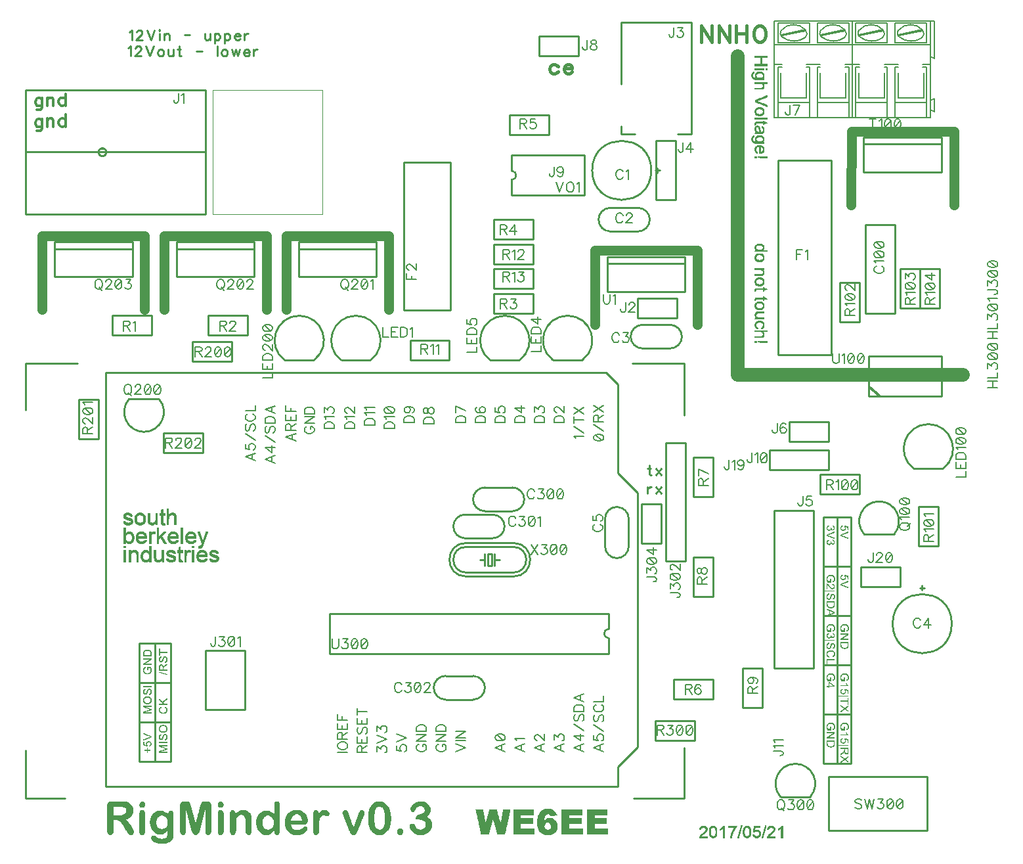
<source format=gbr>
G04 DipTrace 2.4.0.2*
%INTopSilk.gbr*%
%MOIN*%
%ADD10C,0.0098*%
%ADD12C,0.003*%
%ADD15C,0.013*%
%ADD17C,0.07*%
%ADD20C,0.05*%
%ADD28C,0.006*%
%ADD29C,0.0039*%
%ADD111C,0.0077*%
%ADD112C,0.0153*%
%ADD113C,0.0175*%
%ADD114C,0.0109*%
%FSLAX44Y44*%
G04*
G70*
G90*
G75*
G01*
%LNTopSilk*%
%LPD*%
X-40627Y-13375D2*
D10*
X-42623D1*
Y-12375D2*
Y-13375D1*
X-40627Y-12375D2*
X-42623D1*
X-40627D2*
Y-13375D1*
X-35752D2*
X-37748D1*
Y-12375D2*
Y-13375D1*
X-35752Y-12375D2*
X-37748D1*
X-35752D2*
Y-13375D1*
X-9000Y-30250D2*
X-7000D1*
X-9000Y-22250D2*
X-7000D1*
X-9000D2*
Y-30250D1*
X-7000Y-22250D2*
Y-30250D1*
X-9020Y2575D2*
D28*
X-5050D1*
X-6820Y-2325D2*
Y-1575D1*
X-5220Y225D2*
Y-1575D1*
X-6820Y-2325D2*
X-5220D1*
X-5050D1*
X-7220D2*
Y-1575D1*
Y-2325D2*
X-6820D1*
X-8820Y225D2*
Y-1575D1*
X-9020Y-2325D2*
X-8820D1*
X-7220D1*
X-6820Y-1575D2*
X-5220D1*
X-6820D2*
Y225D1*
X-5220Y-1575D2*
Y-2325D1*
X-7220Y-1575D2*
X-8820D1*
X-7220D2*
Y225D1*
X-8820Y-1575D2*
Y-2325D1*
X-5370Y-1325D2*
Y-75D1*
Y-1325D2*
X-6670D1*
Y-75D1*
X-7370Y-1325D2*
Y-75D1*
Y-1325D2*
X-8670D1*
Y-75D1*
X-9020Y-2325D2*
Y375D1*
Y1375D1*
X-5050D1*
X-9020D2*
Y2575D1*
X-6820Y1475D2*
Y2475D1*
X-5220D1*
Y1475D1*
X-6820D1*
X-7220D2*
Y2475D1*
Y1475D2*
X-8820D1*
Y2475D1*
X-7220D2*
X-8820D1*
X-5442Y1733D2*
G03X-5420Y2115I-179J202D01*
G01*
X-6600Y1765D2*
G03X-5424Y1746I600J751D01*
G01*
X-6660Y2095D2*
G02X-5418Y2117I630J-510D01*
G01*
X-6640Y2115D2*
G03X-6584Y1751I169J-160D01*
G01*
X-6660Y1875D2*
X-5460Y2125D1*
X-6610Y1825D2*
X-5410Y2075D1*
X-7442Y1733D2*
G03X-7420Y2115I-179J202D01*
G01*
X-8600Y1765D2*
G03X-7424Y1746I600J751D01*
G01*
X-8660Y2095D2*
G02X-7418Y2117I630J-510D01*
G01*
X-8640Y2115D2*
G03X-8584Y1751I169J-160D01*
G01*
X-8660Y1875D2*
X-7460Y2125D1*
X-8610Y1825D2*
X-7410Y2075D1*
X-8820Y225D2*
X-8620D1*
X-7220D2*
X-7370D1*
X-9020Y375D2*
X-8620D1*
X-7370D2*
X-6670D1*
X-5220Y225D2*
X-5420D1*
X-6820D2*
X-6670D1*
X-1080Y2575D2*
Y1375D1*
Y2575D2*
X-880D1*
Y675D1*
X-1080Y775D1*
X-880Y-2025D2*
X-1080Y-1925D1*
Y-2325D1*
X-880Y-1375D2*
X-1080Y-1475D1*
Y-1925D1*
X-880Y-1375D2*
Y-2025D1*
X-2880Y-2325D2*
Y-1575D1*
X-1280Y225D2*
Y-1575D1*
X-2880Y-2325D2*
X-1280D1*
X-1080D1*
X-3280D2*
Y-1575D1*
Y-2325D2*
X-2880D1*
X-4880Y225D2*
Y-1575D1*
Y-2325D2*
X-3280D1*
X-2880Y-1575D2*
X-1280D1*
X-2880D2*
Y225D1*
X-1280Y-1575D2*
Y-2325D1*
X-3280Y-1575D2*
X-4880D1*
X-3280D2*
Y225D1*
X-4880Y-1575D2*
Y-2325D1*
X-1430Y-1325D2*
Y-75D1*
Y-1325D2*
X-2730D1*
Y-75D1*
X-3430Y-1325D2*
Y-75D1*
Y-1325D2*
X-4730D1*
Y-75D1*
X-5050Y-2325D2*
Y375D1*
Y1375D1*
X-1080Y775D2*
Y375D1*
Y-1475D1*
X-5050Y1375D2*
X-1080D1*
X-5050D2*
Y2575D1*
X-1080Y1375D2*
Y775D1*
X-2880Y1475D2*
Y2475D1*
X-1280D1*
Y1475D1*
X-2880D1*
X-3280D2*
Y2475D1*
Y1475D2*
X-4880D1*
Y2475D1*
X-3280D2*
X-4880D1*
X-1502Y1733D2*
G03X-1480Y2115I-179J202D01*
G01*
X-2660Y1765D2*
G03X-1484Y1746I600J751D01*
G01*
X-2720Y2095D2*
G02X-1478Y2116I630J-510D01*
G01*
X-2700Y2115D2*
G03X-2643Y1751I169J-160D01*
G01*
X-2720Y1875D2*
X-1520Y2125D1*
X-2670Y1825D2*
X-1470Y2075D1*
X-3502Y1733D2*
G03X-3480Y2115I-179J202D01*
G01*
X-4660Y1765D2*
G03X-3484Y1746I600J751D01*
G01*
X-4720Y2095D2*
G02X-3478Y2116I630J-510D01*
G01*
X-4700Y2115D2*
G03X-4643Y1751I169J-160D01*
G01*
X-4720Y1875D2*
X-3520Y2125D1*
X-4670Y1825D2*
X-3470Y2075D1*
X-4880Y225D2*
X-4680D1*
X-3280D2*
X-3430D1*
X-5050Y375D2*
X-4680D1*
X-3430D2*
X-2730D1*
X-1080D2*
X-1480D1*
X-1280Y225D2*
X-1480D1*
X-2880D2*
X-2730D1*
X-5050Y-2325D2*
X-4880D1*
X-5050Y375D2*
X-5420D1*
X-1080Y2575D2*
X-5050D1*
X-37509Y-7220D2*
D29*
X-31952D1*
Y-922D1*
X-37509D1*
Y-7220D1*
X-43330Y-4070D2*
D10*
Y-4056D1*
X-43329Y-4043D1*
X-43326Y-4029D1*
X-43323Y-4016D1*
X-43319Y-4003D1*
X-43313Y-3990D1*
X-43307Y-3977D1*
X-43300Y-3966D1*
X-43293Y-3954D1*
X-43284Y-3943D1*
X-43275Y-3933D1*
X-43265Y-3924D1*
X-43255Y-3915D1*
X-43243Y-3907D1*
X-43232Y-3899D1*
X-43219Y-3893D1*
X-43207Y-3887D1*
X-43194Y-3883D1*
X-43181Y-3879D1*
X-43167Y-3876D1*
X-43154Y-3874D1*
X-43140Y-3873D1*
X-43126D1*
X-43112Y-3874D1*
X-43099Y-3876D1*
X-43085Y-3879D1*
X-43072Y-3883D1*
X-43059Y-3887D1*
X-43046Y-3893D1*
X-43034Y-3899D1*
X-43022Y-3907D1*
X-43011Y-3915D1*
X-43001Y-3924D1*
X-42991Y-3933D1*
X-42982Y-3943D1*
X-42973Y-3954D1*
X-42965Y-3966D1*
X-42958Y-3977D1*
X-42952Y-3990D1*
X-42947Y-4003D1*
X-42943Y-4016D1*
X-42940Y-4029D1*
X-42937Y-4043D1*
X-42936Y-4056D1*
X-42935Y-4070D1*
X-42936Y-4084D1*
X-42937Y-4097D1*
X-42940Y-4111D1*
X-42943Y-4124D1*
X-42947Y-4137D1*
X-42952Y-4150D1*
X-42958Y-4162D1*
X-42965Y-4174D1*
X-42973Y-4186D1*
X-42982Y-4197D1*
X-42991Y-4207D1*
X-43001Y-4216D1*
X-43011Y-4225D1*
X-43022Y-4233D1*
X-43034Y-4240D1*
X-43046Y-4247D1*
X-43059Y-4253D1*
X-43072Y-4257D1*
X-43085Y-4261D1*
X-43099Y-4264D1*
X-43112Y-4266D1*
X-43126Y-4267D1*
X-43140D1*
X-43154Y-4266D1*
X-43167Y-4264D1*
X-43181Y-4261D1*
X-43194Y-4257D1*
X-43207Y-4253D1*
X-43219Y-4247D1*
X-43232Y-4240D1*
X-43243Y-4233D1*
X-43255Y-4225D1*
X-43265Y-4216D1*
X-43275Y-4207D1*
X-43284Y-4197D1*
X-43293Y-4186D1*
X-43300Y-4174D1*
X-43307Y-4162D1*
X-43313Y-4150D1*
X-43319Y-4137D1*
X-43323Y-4124D1*
X-43326Y-4111D1*
X-43329Y-4097D1*
X-43330Y-4084D1*
Y-4070D1*
X-47031Y-7220D2*
X-37881D1*
Y-922D1*
X-47031D1*
Y-7220D1*
Y-4071D2*
X-37881D1*
X-18751Y-14625D2*
X-20249D1*
X-18748Y-14623D2*
G03X-20252Y-14623I-752J998D01*
G01*
X-21938Y-14625D2*
X-23437D1*
X-21935Y-14623D2*
G03X-23440Y-14623I-752J998D01*
G01*
X-21252Y-12250D2*
X-23248D1*
Y-11250D2*
Y-12250D1*
X-21252Y-11250D2*
X-23248D1*
X-21252D2*
Y-12250D1*
Y-8500D2*
X-23248D1*
Y-7500D2*
Y-8500D1*
X-21252Y-7500D2*
X-23248D1*
X-21252D2*
Y-8500D1*
X-16145Y-36855D2*
X-13583D1*
Y-34293D1*
Y-35416D1*
X-45021Y-36855D2*
X-47021D1*
Y-34417D1*
Y-35041D1*
X-14085Y-14792D2*
X-13583D1*
Y-15293D1*
X-47021Y-17166D2*
Y-14792D1*
X-44396D1*
X-45520D1*
X-16208D2*
X-13583D1*
Y-17418D1*
Y-17354D1*
X-13126Y-21563D2*
Y-19566D1*
X-12126D2*
X-13126D1*
X-12126Y-21563D2*
Y-19566D1*
Y-21563D2*
X-13126D1*
Y-26626D2*
Y-24629D1*
X-12126D2*
X-13126D1*
X-12126Y-26626D2*
Y-24629D1*
Y-26626D2*
X-13126D1*
X-18650Y-6274D2*
Y-4226D1*
X-22350Y-6274D2*
X-18650D1*
X-22350Y-4226D2*
X-18650D1*
X-22350Y-6274D2*
Y-5486D1*
Y-4226D2*
Y-5014D1*
Y-5486D2*
G03X-22350Y-5014I0J236D01*
G01*
X-20938Y1812D2*
Y812D1*
X-18938Y1812D2*
X-20938D1*
X-18938D2*
Y812D1*
X-20938D1*
X-22436Y-2187D2*
X-20439D1*
Y-3187D2*
Y-2187D1*
X-22436Y-3187D2*
X-20439D1*
X-22436D2*
Y-2187D1*
X-16772Y-631D2*
Y2519D1*
X-13228D1*
Y-3151D1*
X-13917D1*
X-16083D2*
X-16772D1*
Y-2757D1*
X-6126Y-4500D2*
X-8813D1*
Y-14375D1*
X-6126D1*
Y-4500D1*
X-17474Y-9376D2*
X-13537D1*
Y-11147D1*
X-17474D1*
Y-9376D1*
Y-9730D2*
X-13537D1*
X-18112Y-12823D2*
D20*
X-18105Y-9073D1*
X-12905D1*
Y-12823D1*
X-15004Y-3501D2*
D10*
X-14004D1*
Y-6501D1*
X-15004D2*
X-14004D1*
X-15004Y-3501D2*
Y-6501D1*
X-8250Y-17750D2*
Y-18750D1*
X-6250Y-17750D2*
X-8250D1*
X-6250D2*
Y-18750D1*
X-8250D1*
X-14944Y-4882D2*
Y-5119D1*
X-14826Y-5001D2*
X-15062D1*
X-18255D2*
G02X-18255Y-5001I1500J0D01*
G01*
X-15931Y-6901D2*
X-17330D1*
X-15931Y-8101D2*
X-17330D1*
Y-6901D2*
G03X-17330Y-8101I-1J-600D01*
G01*
X-15931D2*
G03X-15931Y-6901I1J600D01*
G01*
X-14301Y-12837D2*
X-15699D1*
X-14301Y-14037D2*
X-15699D1*
Y-12837D2*
G03X-15699Y-14037I-1J-600D01*
G01*
X-14301D2*
G03X-14301Y-12837I1J600D01*
G01*
X-1618Y-26189D2*
X-1382D1*
X-1500Y-26071D2*
Y-26307D1*
X-3000Y-28000D2*
G02X-3000Y-28000I1500J0D01*
G01*
X-27815Y-12076D2*
X-25440D1*
Y-4576D1*
X-27815D1*
Y-12076D1*
X-13938Y-12500D2*
Y-11500D1*
X-15938Y-12500D2*
X-13938D1*
X-15938D2*
Y-11500D1*
X-13938D1*
X-6250Y-19188D2*
Y-20188D1*
X-9250D1*
Y-19188D2*
Y-20188D1*
X-6250Y-19188D2*
X-9250D1*
X-29501Y-14625D2*
X-30999D1*
X-29498Y-14623D2*
G03X-31002Y-14623I-752J998D01*
G01*
X-27498Y-13625D2*
X-25502D1*
Y-14625D2*
Y-13625D1*
X-27498Y-14625D2*
X-25502D1*
X-27498D2*
Y-13625D1*
X-21252Y-9750D2*
X-23248D1*
Y-8750D2*
Y-9750D1*
X-21252Y-8750D2*
X-23248D1*
X-21252D2*
Y-9750D1*
X-23248Y-10000D2*
X-21252D1*
Y-11000D2*
Y-10000D1*
X-23248Y-11000D2*
X-21252D1*
X-23248D2*
Y-10000D1*
X-4625Y-25125D2*
Y-26125D1*
X-2625Y-25125D2*
X-4625D1*
X-2625D2*
Y-26125D1*
X-4625D1*
X-12127Y-31813D2*
X-14123D1*
Y-30813D2*
Y-31813D1*
X-12127Y-30813D2*
X-14123D1*
X-12127D2*
Y-31813D1*
X-10625Y-32248D2*
Y-30252D1*
X-9625D2*
X-10625D1*
X-9625Y-32248D2*
Y-30252D1*
Y-32248D2*
X-10625D1*
X-42941Y-36254D2*
Y-15254D1*
X-17542D1*
X-16940Y-15854D1*
Y-20355D1*
X-15941Y-21354D1*
Y-34255D1*
X-16940Y-35254D1*
Y-36254D1*
X-42941D1*
X-17413Y-27476D2*
X-31587D1*
X-17413Y-29524D2*
X-31587D1*
Y-27476D2*
Y-29524D1*
X-17413Y-27476D2*
Y-28264D1*
Y-29524D2*
Y-28736D1*
Y-28264D2*
G03X-17413Y-28736I1J-236D01*
G01*
X-25699Y-31850D2*
X-24301D1*
X-25699Y-30650D2*
X-24301D1*
Y-31850D2*
G03X-24301Y-30650I1J600D01*
G01*
X-25699D2*
G03X-25699Y-31850I-1J-600D01*
G01*
X-35875Y-31292D2*
Y-29375D1*
Y-32375D2*
Y-29375D1*
X-37875Y-32375D2*
Y-29375D1*
X-35875Y-32375D2*
X-37875D1*
X-35875Y-29375D2*
X-37875D1*
X-22252Y-23903D2*
X-24652D1*
X-22252Y-25603D2*
X-24652D1*
X-22252Y-24103D2*
X-24652D1*
Y-25403D2*
X-22252D1*
X-23352Y-25053D2*
X-23552D1*
Y-24453D1*
X-23352D1*
Y-25053D1*
X-23702D2*
Y-24753D1*
Y-24453D1*
X-23202Y-25053D2*
Y-24753D1*
Y-24453D1*
X-23702Y-24753D2*
X-23953D1*
X-23202D2*
X-22952D1*
X-22252Y-25603D2*
G03X-22252Y-23903I0J850D01*
G01*
X-24652D2*
G03X-24652Y-25603I0J-850D01*
G01*
X-22252Y-25403D2*
G03X-22252Y-24103I0J650D01*
G01*
X-24652D2*
G03X-24652Y-25403I0J-650D01*
G01*
X-22303Y-21090D2*
X-23702D1*
X-22303Y-22290D2*
X-23702D1*
Y-21090D2*
G03X-23702Y-22290I-1J-600D01*
G01*
X-22303D2*
G03X-22303Y-21090I1J600D01*
G01*
X-24702Y-23665D2*
X-23303D1*
X-24702Y-22465D2*
X-23303D1*
Y-23665D2*
G03X-23303Y-22465I1J600D01*
G01*
X-24702D2*
G03X-24702Y-23665I-1J-600D01*
G01*
X-13064Y-33938D2*
X-15061D1*
Y-32938D2*
Y-33938D1*
X-13064Y-32938D2*
X-15061D1*
X-13064D2*
Y-33938D1*
X-1250Y-35750D2*
X-6250D1*
Y-38500D1*
X-1250D1*
Y-35750D1*
X-15752Y-21940D2*
X-14752D1*
Y-23940D1*
X-15752D1*
Y-21940D1*
X-13501Y-24815D2*
Y-18815D1*
X-14501Y-24815D2*
Y-18815D1*
X-13501Y-24815D2*
X-14501D1*
X-13501Y-18815D2*
X-14501D1*
X-8694Y-36781D2*
G02X-7181Y-36781I756J666D01*
G01*
X-8694D1*
X-17600Y-22676D2*
Y-24074D1*
X-16400Y-22676D2*
Y-24074D1*
X-17600D2*
G03X-16400Y-24074I600J-1D01*
G01*
Y-22676D2*
G03X-17600Y-22676I-600J1D01*
G01*
X-524Y-16461D2*
Y-14414D1*
X-4225Y-16461D2*
X-524D1*
X-4225Y-14414D2*
X-524D1*
X-4225Y-16461D2*
Y-15674D1*
Y-14414D2*
Y-15201D1*
Y-15674D2*
G03X-4225Y-15201I0J236D01*
G01*
X-4468Y-3312D2*
X-531D1*
Y-5084D1*
X-4468D1*
Y-3312D1*
Y-3666D2*
X-531D1*
X-5106Y-6759D2*
D20*
X-5099Y-3009D1*
X101D1*
Y-6759D1*
X-5688Y-12687D2*
D10*
Y-10690D1*
X-4688D2*
X-5688D1*
X-4688Y-12687D2*
Y-10690D1*
Y-12687D2*
X-5688D1*
X-1688Y-24061D2*
Y-22064D1*
X-688D2*
X-1688D1*
X-688Y-24061D2*
Y-22064D1*
Y-24061D2*
X-1688D1*
X-438Y-20125D2*
X-1937D1*
X-435Y-20123D2*
G03X-1940Y-20123I-752J998D01*
G01*
X-4444Y-23469D2*
G02X-2931Y-23469I756J666D01*
G01*
X-4444D1*
X-4689Y-21438D2*
X-6686D1*
Y-20438D2*
Y-21438D1*
X-4689Y-20438D2*
X-6686D1*
X-4689D2*
Y-21438D1*
X-1625Y-10003D2*
Y-12000D1*
X-2625D2*
X-1625D1*
X-2625Y-10003D2*
Y-12000D1*
Y-10003D2*
X-1625D1*
X-2875Y-12252D2*
X-4375D1*
Y-7751D1*
X-2875D2*
X-4375D1*
X-2875Y-12252D2*
Y-7751D1*
X-625Y-10003D2*
Y-12000D1*
X-1625D2*
X-625D1*
X-1625Y-10003D2*
Y-12000D1*
Y-10003D2*
X-625D1*
X-33159Y-8625D2*
X-29222D1*
Y-10397D1*
X-33159D1*
Y-8625D1*
Y-8980D2*
X-29222D1*
X-33798Y-12072D2*
D20*
X-33791Y-8322D1*
X-28591D1*
Y-12072D1*
X-43317Y-16629D2*
D10*
Y-18625D1*
X-44317D2*
X-43317D1*
X-44317Y-16629D2*
Y-18625D1*
Y-16629D2*
X-43317D1*
X-39348Y-8625D2*
X-35411D1*
Y-10397D1*
X-39348D1*
Y-8625D1*
Y-8980D2*
X-35411D1*
X-39986Y-12072D2*
D20*
X-39979Y-8322D1*
X-34779D1*
Y-12072D1*
X-40248Y-16595D2*
D10*
G02X-41760Y-16595I-756J-666D01*
G01*
X-40248D1*
X-32376Y-14625D2*
X-33874D1*
X-32373Y-14623D2*
G03X-33877Y-14623I-752J998D01*
G01*
X-38561Y-13688D2*
X-36564D1*
Y-14688D2*
Y-13688D1*
X-38561Y-14688D2*
X-36564D1*
X-38561D2*
Y-13688D1*
X-40002Y-18315D2*
X-38006D1*
Y-19315D2*
Y-18315D1*
X-40002Y-19315D2*
X-38006D1*
X-40002D2*
Y-18315D1*
X-45536Y-8625D2*
X-41599D1*
Y-10397D1*
X-45536D1*
Y-8625D1*
Y-8980D2*
X-41599D1*
X-46174Y-12072D2*
D20*
X-46167Y-8322D1*
X-40967D1*
Y-12072D1*
X-10875Y812D2*
D17*
X-10874Y-15375D1*
X563D1*
X-4188Y-16000D2*
D15*
X-3687Y-16438D1*
X-41243Y-32985D2*
D10*
X-40443D1*
Y-34985D1*
X-41243D1*
Y-32985D1*
X-40443D2*
X-39643D1*
Y-34985D1*
X-40443D1*
Y-32985D1*
X-41243Y-30985D2*
X-40443D1*
Y-32985D1*
X-41243D1*
Y-30985D1*
X-40443D2*
X-39643D1*
Y-32985D1*
X-40443D1*
Y-30985D1*
X-41243Y-28985D2*
X-40443D1*
Y-30985D1*
X-41243D1*
Y-28985D1*
X-40443D2*
X-39643D1*
Y-30985D1*
X-40443D1*
Y-28985D1*
X-5811Y-22588D2*
X-5111D1*
Y-25088D1*
X-5811D1*
Y-22588D1*
X-6511D2*
X-5811D1*
Y-25088D1*
X-6511D1*
Y-22588D1*
X-5811Y-25088D2*
X-5111D1*
Y-27588D1*
X-5811D1*
Y-25088D1*
X-6511D2*
X-5811D1*
Y-27588D1*
X-6511D1*
Y-25088D1*
X-5811Y-27588D2*
X-5111D1*
Y-30088D1*
X-5811D1*
Y-27588D1*
X-6511D2*
X-5811D1*
Y-30088D1*
X-6511D1*
Y-27588D1*
X-5811Y-30088D2*
X-5111D1*
Y-32588D1*
X-5811D1*
Y-30088D1*
X-6511D2*
X-5811D1*
Y-32588D1*
X-6511D1*
Y-30088D1*
X-5811Y-32588D2*
X-5111D1*
Y-35088D1*
X-5811D1*
Y-32588D1*
X-6511D2*
X-5811D1*
Y-35088D1*
X-6511D1*
Y-32588D1*
X-41047Y-33564D2*
D12*
X-41017D1*
X-41036Y-33574D2*
X-40992D1*
X-41020Y-33584D2*
X-40966D1*
X-40999Y-33594D2*
X-40941D1*
X-40975Y-33604D2*
X-40915D1*
X-40950Y-33614D2*
X-40890D1*
X-40923Y-33624D2*
X-40864D1*
X-40896Y-33634D2*
X-40837D1*
X-40868Y-33644D2*
X-40811D1*
X-40841Y-33654D2*
X-40786D1*
X-40814Y-33664D2*
X-40760D1*
X-40788Y-33674D2*
X-40734D1*
X-40761Y-33684D2*
X-40709D1*
X-40734Y-33694D2*
X-40687D1*
X-40708Y-33704D2*
X-40670D1*
X-40689Y-33714D2*
X-40663D1*
X-40675Y-33724D2*
X-40660D1*
X-40668Y-33734D2*
X-40661D1*
X-40701Y-33744D2*
X-40670D1*
X-40731Y-33754D2*
X-40689D1*
X-40760Y-33764D2*
X-40711D1*
X-40787Y-33774D2*
X-40735D1*
X-40814Y-33784D2*
X-40760D1*
X-40841Y-33794D2*
X-40785D1*
X-40869Y-33804D2*
X-40810D1*
X-40896Y-33814D2*
X-40835D1*
X-40923Y-33824D2*
X-40860D1*
X-40950Y-33834D2*
X-40885D1*
X-40977Y-33844D2*
X-40910D1*
X-41001Y-33854D2*
X-40935D1*
X-41020Y-33864D2*
X-40960D1*
X-41036Y-33874D2*
X-40985D1*
X-41042Y-33884D2*
X-41011D1*
X-41047Y-33894D2*
X-41037D1*
X-40808Y-33963D2*
X-40758D1*
X-40830Y-33973D2*
X-40737D1*
X-41037Y-33983D2*
X-41017D1*
X-40848D2*
X-40719D1*
X-41037Y-33993D2*
X-41017D1*
X-40862D2*
X-40824D1*
X-40728D2*
X-40703D1*
X-41037Y-34003D2*
X-41017D1*
X-40872D2*
X-40845D1*
X-40708D2*
X-40690D1*
X-41037Y-34013D2*
X-41017D1*
X-40880D2*
X-40860D1*
X-40688D2*
X-40678D1*
X-41037Y-34023D2*
X-41017D1*
X-40887D2*
X-40871D1*
X-41037Y-34033D2*
X-41017D1*
X-40892D2*
X-40876D1*
X-40678D2*
X-40668D1*
X-41037Y-34043D2*
X-41017D1*
X-40895D2*
X-40880D1*
X-41037Y-34053D2*
X-41017D1*
X-40898D2*
X-40883D1*
X-40668D2*
X-40658D1*
X-41037Y-34063D2*
X-41017D1*
X-40902D2*
X-40886D1*
X-40668D2*
X-40658D1*
X-41037Y-34073D2*
X-41017D1*
X-40907D2*
X-40887D1*
X-40668D2*
X-40658D1*
X-41037Y-34083D2*
X-41017D1*
X-40903D2*
X-40887D1*
X-40668D2*
X-40658D1*
X-41037Y-34093D2*
X-41017D1*
X-40900D2*
X-40887D1*
X-40668D2*
X-40658D1*
X-41037Y-34103D2*
X-41017D1*
X-40897D2*
X-40887D1*
X-40668D2*
X-40658D1*
X-41037Y-34113D2*
X-41016D1*
X-40670D2*
X-40660D1*
X-41037Y-34123D2*
X-41011D1*
X-40887D2*
X-40877D1*
X-40672D2*
X-40662D1*
X-41037Y-34133D2*
X-40990D1*
X-40677D2*
X-40666D1*
X-41033Y-34143D2*
X-40954D1*
X-40683D2*
X-40671D1*
X-41015Y-34153D2*
X-40904D1*
X-40877D2*
X-40867D1*
X-40694D2*
X-40676D1*
X-40987Y-34163D2*
X-40859D1*
X-40708D2*
X-40683D1*
X-40949Y-34173D2*
X-40853D1*
X-40724D2*
X-40692D1*
X-40907Y-34183D2*
X-40847D1*
X-40737D2*
X-40704D1*
X-40748Y-34193D2*
X-40718D1*
X-40857Y-34282D2*
X-40838D1*
X-40857Y-34292D2*
X-40838D1*
X-40857Y-34302D2*
X-40838D1*
X-40857Y-34312D2*
X-40838D1*
X-40857Y-34322D2*
X-40838D1*
X-40857Y-34332D2*
X-40838D1*
X-40857Y-34342D2*
X-40838D1*
X-40857Y-34352D2*
X-40838D1*
X-40857Y-34362D2*
X-40838D1*
X-40857Y-34372D2*
X-40838D1*
X-40857Y-34382D2*
X-40838D1*
X-40857Y-34392D2*
X-40838D1*
X-40977Y-34402D2*
X-40718D1*
X-40977Y-34412D2*
X-40718D1*
X-40977Y-34422D2*
X-40718D1*
X-40857Y-34432D2*
X-40838D1*
X-40857Y-34442D2*
X-40838D1*
X-40857Y-34452D2*
X-40838D1*
X-40857Y-34462D2*
X-40838D1*
X-40857Y-34472D2*
X-40838D1*
X-40857Y-34482D2*
X-40838D1*
X-40857Y-34492D2*
X-40838D1*
X-40857Y-34502D2*
X-40838D1*
X-40857Y-34512D2*
X-40838D1*
X-40857Y-34522D2*
X-40838D1*
X-40857Y-34532D2*
X-40838D1*
X-40857Y-34542D2*
X-40838D1*
X-40087Y-33136D2*
X-40008D1*
X-40116Y-33146D2*
X-39979D1*
X-40141Y-33155D2*
X-39955D1*
X-40161Y-33165D2*
X-39936D1*
X-40178Y-33175D2*
X-40115D1*
X-39980D2*
X-39921D1*
X-40192Y-33185D2*
X-40141D1*
X-39956D2*
X-39909D1*
X-40203Y-33195D2*
X-40162D1*
X-39935D2*
X-39898D1*
X-40212Y-33205D2*
X-40180D1*
X-39919D2*
X-39889D1*
X-40218Y-33215D2*
X-40193D1*
X-39907D2*
X-39880D1*
X-40224Y-33225D2*
X-40204D1*
X-39897D2*
X-39872D1*
X-40229Y-33235D2*
X-40212D1*
X-39889D2*
X-39867D1*
X-40234Y-33245D2*
X-40218D1*
X-39882D2*
X-39862D1*
X-40239Y-33255D2*
X-40223D1*
X-39877D2*
X-39858D1*
X-40243Y-33265D2*
X-40227D1*
X-39872D2*
X-39855D1*
X-40245Y-33275D2*
X-40230D1*
X-39870D2*
X-39852D1*
X-40248Y-33285D2*
X-40233D1*
X-39869D2*
X-39850D1*
X-40251Y-33295D2*
X-40235D1*
X-39868D2*
X-39849D1*
X-40253Y-33305D2*
X-40236D1*
X-39868D2*
X-39848D1*
X-40255Y-33315D2*
X-40237D1*
X-39868D2*
X-39848D1*
X-40255Y-33325D2*
X-40237D1*
X-39868D2*
X-39848D1*
X-40253Y-33335D2*
X-40237D1*
X-39868D2*
X-39848D1*
X-40250Y-33345D2*
X-40235D1*
X-39868D2*
X-39848D1*
X-40248Y-33355D2*
X-40233D1*
X-39868D2*
X-39850D1*
X-40246Y-33365D2*
X-40230D1*
X-39870D2*
X-39852D1*
X-40243Y-33375D2*
X-40227D1*
X-39872D2*
X-39855D1*
X-40240Y-33385D2*
X-40223D1*
X-39877D2*
X-39858D1*
X-40237Y-33395D2*
X-40219D1*
X-39882D2*
X-39862D1*
X-40232Y-33405D2*
X-40213D1*
X-39889D2*
X-39866D1*
X-40226Y-33415D2*
X-40205D1*
X-39896D2*
X-39872D1*
X-40220Y-33425D2*
X-40196D1*
X-39906D2*
X-39880D1*
X-40213Y-33435D2*
X-40184D1*
X-39919D2*
X-39889D1*
X-40204Y-33445D2*
X-40167D1*
X-39935D2*
X-39898D1*
X-40192Y-33455D2*
X-40142D1*
X-39956D2*
X-39908D1*
X-40178Y-33465D2*
X-40111D1*
X-39981D2*
X-39920D1*
X-40162Y-33475D2*
X-39936D1*
X-40141Y-33485D2*
X-39957D1*
X-40116Y-33495D2*
X-39981D1*
X-40087Y-33505D2*
X-40008D1*
X-39978Y-33594D2*
X-39938D1*
X-39992Y-33604D2*
X-39920D1*
X-40187Y-33614D2*
X-40157D1*
X-40005D2*
X-39904D1*
X-40200Y-33624D2*
X-40160D1*
X-40016D2*
X-39891D1*
X-40212Y-33634D2*
X-40169D1*
X-40025D2*
X-39985D1*
X-39908D2*
X-39881D1*
X-40221Y-33644D2*
X-40181D1*
X-40033D2*
X-40000D1*
X-39898D2*
X-39873D1*
X-40228Y-33654D2*
X-40193D1*
X-40039D2*
X-40010D1*
X-39890D2*
X-39866D1*
X-40234Y-33664D2*
X-40205D1*
X-40045D2*
X-40018D1*
X-39882D2*
X-39861D1*
X-40239Y-33674D2*
X-40214D1*
X-40050D2*
X-40024D1*
X-39877D2*
X-39856D1*
X-40243Y-33684D2*
X-40221D1*
X-40054D2*
X-40029D1*
X-39872D2*
X-39852D1*
X-40245Y-33694D2*
X-40225D1*
X-40057D2*
X-40033D1*
X-39870D2*
X-39850D1*
X-40248Y-33704D2*
X-40227D1*
X-40061D2*
X-40036D1*
X-39869D2*
X-39849D1*
X-40251Y-33714D2*
X-40231D1*
X-40064D2*
X-40038D1*
X-39868D2*
X-39848D1*
X-40253Y-33724D2*
X-40233D1*
X-40066D2*
X-40041D1*
X-39868D2*
X-39848D1*
X-40255Y-33734D2*
X-40235D1*
X-40068D2*
X-40044D1*
X-39868D2*
X-39848D1*
X-40256Y-33744D2*
X-40236D1*
X-40071D2*
X-40047D1*
X-39868D2*
X-39848D1*
X-40255Y-33754D2*
X-40235D1*
X-40074D2*
X-40051D1*
X-39868D2*
X-39848D1*
X-40253Y-33764D2*
X-40233D1*
X-40077D2*
X-40054D1*
X-39868D2*
X-39848D1*
X-40250Y-33774D2*
X-40230D1*
X-40081D2*
X-40057D1*
X-39870D2*
X-39848D1*
X-40248Y-33784D2*
X-40228D1*
X-40084D2*
X-40061D1*
X-39872D2*
X-39850D1*
X-40246Y-33794D2*
X-40226D1*
X-40088D2*
X-40064D1*
X-39876D2*
X-39852D1*
X-40243Y-33804D2*
X-40222D1*
X-40093D2*
X-40068D1*
X-39881D2*
X-39856D1*
X-40238Y-33814D2*
X-40214D1*
X-40100D2*
X-40072D1*
X-39886D2*
X-39861D1*
X-40233Y-33824D2*
X-40193D1*
X-40121D2*
X-40078D1*
X-39893D2*
X-39866D1*
X-40225Y-33834D2*
X-40159D1*
X-40155D2*
X-40085D1*
X-39904D2*
X-39872D1*
X-40215Y-33844D2*
X-40093D1*
X-39918D2*
X-39880D1*
X-40203Y-33854D2*
X-40105D1*
X-39933D2*
X-39889D1*
X-40186Y-33864D2*
X-40121D1*
X-39947D2*
X-39900D1*
X-40167Y-33874D2*
X-40137D1*
X-39952D2*
X-39914D1*
X-39956Y-33884D2*
X-39930D1*
X-39958Y-33894D2*
X-39948D1*
X-40247Y-34003D2*
X-39858D1*
X-40247Y-34013D2*
X-39858D1*
X-40247Y-34023D2*
X-39858D1*
X-40247Y-34033D2*
X-39858D1*
X-40247Y-34153D2*
X-39858D1*
X-40247Y-34163D2*
X-39858D1*
X-40247Y-34173D2*
X-39858D1*
X-40246Y-34183D2*
X-39858D1*
X-40245Y-34193D2*
X-40186D1*
X-40239Y-34203D2*
X-40183D1*
X-40223Y-34213D2*
X-40171D1*
X-40201Y-34223D2*
X-40153D1*
X-40174Y-34233D2*
X-40130D1*
X-40146Y-34243D2*
X-40104D1*
X-40117Y-34253D2*
X-40076D1*
X-40087Y-34263D2*
X-40047D1*
X-40058Y-34273D2*
X-40018D1*
X-40029Y-34282D2*
X-39989D1*
X-40002Y-34292D2*
X-39962D1*
X-39974Y-34302D2*
X-39935D1*
X-39947Y-34312D2*
X-39909D1*
X-39923Y-34322D2*
X-39888D1*
X-39903Y-34332D2*
X-39870D1*
X-39895Y-34342D2*
X-39863D1*
X-39888Y-34352D2*
X-39861D1*
X-39918Y-34362D2*
X-39875D1*
X-39948Y-34372D2*
X-39896D1*
X-39979Y-34382D2*
X-39921D1*
X-40012Y-34392D2*
X-39949D1*
X-40044Y-34402D2*
X-39978D1*
X-40076Y-34412D2*
X-40008D1*
X-40107Y-34422D2*
X-40039D1*
X-40137Y-34432D2*
X-40072D1*
X-40167Y-34442D2*
X-40104D1*
X-40194Y-34452D2*
X-40134D1*
X-40217Y-34462D2*
X-40160D1*
X-40234Y-34472D2*
X-40181D1*
X-40242Y-34482D2*
X-40191D1*
X-40245Y-34492D2*
X-40194D1*
X-40246Y-34502D2*
X-39858D1*
X-40247Y-34512D2*
X-39858D1*
X-40247Y-34522D2*
X-39858D1*
X-40247Y-34532D2*
X-39858D1*
X-41047Y-31155D2*
X-40658D1*
X-41047Y-31165D2*
X-40658D1*
X-41047Y-31175D2*
X-40658D1*
X-41047Y-31185D2*
X-40658D1*
X-40778Y-31295D2*
X-40738D1*
X-40792Y-31305D2*
X-40720D1*
X-40987Y-31315D2*
X-40957D1*
X-40805D2*
X-40704D1*
X-41000Y-31325D2*
X-40960D1*
X-40816D2*
X-40691D1*
X-41012Y-31335D2*
X-40969D1*
X-40825D2*
X-40785D1*
X-40708D2*
X-40681D1*
X-41021Y-31345D2*
X-40981D1*
X-40833D2*
X-40800D1*
X-40698D2*
X-40673D1*
X-41028Y-31355D2*
X-40993D1*
X-40839D2*
X-40810D1*
X-40690D2*
X-40666D1*
X-41034Y-31365D2*
X-41005D1*
X-40845D2*
X-40818D1*
X-40682D2*
X-40661D1*
X-41039Y-31375D2*
X-41014D1*
X-40850D2*
X-40824D1*
X-40677D2*
X-40656D1*
X-41043Y-31385D2*
X-41021D1*
X-40854D2*
X-40829D1*
X-40672D2*
X-40652D1*
X-41045Y-31395D2*
X-41025D1*
X-40857D2*
X-40833D1*
X-40670D2*
X-40650D1*
X-41048Y-31405D2*
X-41027D1*
X-40861D2*
X-40836D1*
X-40669D2*
X-40649D1*
X-41051Y-31415D2*
X-41031D1*
X-40864D2*
X-40838D1*
X-40668D2*
X-40648D1*
X-41053Y-31425D2*
X-41033D1*
X-40866D2*
X-40841D1*
X-40668D2*
X-40648D1*
X-41055Y-31435D2*
X-41035D1*
X-40868D2*
X-40844D1*
X-40668D2*
X-40648D1*
X-41056Y-31445D2*
X-41036D1*
X-40871D2*
X-40847D1*
X-40668D2*
X-40648D1*
X-41055Y-31455D2*
X-41035D1*
X-40874D2*
X-40851D1*
X-40668D2*
X-40648D1*
X-41053Y-31465D2*
X-41033D1*
X-40877D2*
X-40854D1*
X-40668D2*
X-40648D1*
X-41050Y-31475D2*
X-41030D1*
X-40881D2*
X-40857D1*
X-40670D2*
X-40648D1*
X-41048Y-31485D2*
X-41028D1*
X-40884D2*
X-40861D1*
X-40672D2*
X-40650D1*
X-41046Y-31495D2*
X-41026D1*
X-40888D2*
X-40864D1*
X-40676D2*
X-40652D1*
X-41043Y-31505D2*
X-41022D1*
X-40893D2*
X-40868D1*
X-40681D2*
X-40656D1*
X-41038Y-31515D2*
X-41014D1*
X-40900D2*
X-40872D1*
X-40686D2*
X-40661D1*
X-41033Y-31525D2*
X-40993D1*
X-40921D2*
X-40878D1*
X-40693D2*
X-40666D1*
X-41025Y-31534D2*
X-40959D1*
X-40955D2*
X-40885D1*
X-40704D2*
X-40672D1*
X-41015Y-31544D2*
X-40893D1*
X-40718D2*
X-40680D1*
X-41003Y-31554D2*
X-40905D1*
X-40733D2*
X-40689D1*
X-40986Y-31564D2*
X-40921D1*
X-40747D2*
X-40700D1*
X-40967Y-31574D2*
X-40937D1*
X-40752D2*
X-40714D1*
X-40756Y-31584D2*
X-40730D1*
X-40758Y-31594D2*
X-40748D1*
X-40887Y-31684D2*
X-40808D1*
X-40916Y-31694D2*
X-40779D1*
X-40941Y-31704D2*
X-40755D1*
X-40961Y-31714D2*
X-40736D1*
X-40978Y-31724D2*
X-40915D1*
X-40780D2*
X-40721D1*
X-40992Y-31734D2*
X-40941D1*
X-40756D2*
X-40709D1*
X-41003Y-31744D2*
X-40962D1*
X-40735D2*
X-40698D1*
X-41012Y-31754D2*
X-40980D1*
X-40719D2*
X-40689D1*
X-41018Y-31764D2*
X-40993D1*
X-40707D2*
X-40680D1*
X-41024Y-31774D2*
X-41004D1*
X-40697D2*
X-40672D1*
X-41029Y-31784D2*
X-41012D1*
X-40689D2*
X-40667D1*
X-41034Y-31794D2*
X-41018D1*
X-40682D2*
X-40662D1*
X-41039Y-31804D2*
X-41023D1*
X-40677D2*
X-40658D1*
X-41043Y-31814D2*
X-41027D1*
X-40672D2*
X-40655D1*
X-41045Y-31824D2*
X-41030D1*
X-40670D2*
X-40652D1*
X-41048Y-31834D2*
X-41033D1*
X-40669D2*
X-40650D1*
X-41051Y-31844D2*
X-41035D1*
X-40668D2*
X-40649D1*
X-41053Y-31854D2*
X-41036D1*
X-40668D2*
X-40648D1*
X-41055Y-31864D2*
X-41037D1*
X-40668D2*
X-40648D1*
X-41055Y-31874D2*
X-41037D1*
X-40668D2*
X-40648D1*
X-41053Y-31884D2*
X-41037D1*
X-40668D2*
X-40648D1*
X-41050Y-31894D2*
X-41035D1*
X-40668D2*
X-40648D1*
X-41048Y-31903D2*
X-41033D1*
X-40668D2*
X-40650D1*
X-41046Y-31913D2*
X-41030D1*
X-40670D2*
X-40652D1*
X-41043Y-31923D2*
X-41027D1*
X-40672D2*
X-40655D1*
X-41040Y-31933D2*
X-41023D1*
X-40677D2*
X-40658D1*
X-41037Y-31943D2*
X-41019D1*
X-40682D2*
X-40662D1*
X-41032Y-31953D2*
X-41013D1*
X-40689D2*
X-40666D1*
X-41026Y-31963D2*
X-41005D1*
X-40696D2*
X-40672D1*
X-41020Y-31973D2*
X-40996D1*
X-40706D2*
X-40680D1*
X-41013Y-31983D2*
X-40984D1*
X-40719D2*
X-40689D1*
X-41004Y-31993D2*
X-40967D1*
X-40735D2*
X-40698D1*
X-40992Y-32003D2*
X-40942D1*
X-40756D2*
X-40708D1*
X-40978Y-32013D2*
X-40911D1*
X-40781D2*
X-40720D1*
X-40962Y-32023D2*
X-40736D1*
X-40941Y-32033D2*
X-40757D1*
X-40916Y-32043D2*
X-40781D1*
X-40887Y-32053D2*
X-40808D1*
X-41047Y-32153D2*
X-40658D1*
X-41047Y-32163D2*
X-40658D1*
X-41047Y-32173D2*
X-40658D1*
X-41046Y-32183D2*
X-40658D1*
X-41045Y-32193D2*
X-40986D1*
X-41039Y-32203D2*
X-40983D1*
X-41023Y-32213D2*
X-40971D1*
X-41001Y-32223D2*
X-40953D1*
X-40974Y-32233D2*
X-40930D1*
X-40946Y-32243D2*
X-40904D1*
X-40917Y-32253D2*
X-40876D1*
X-40887Y-32263D2*
X-40847D1*
X-40858Y-32273D2*
X-40818D1*
X-40829Y-32282D2*
X-40789D1*
X-40802Y-32292D2*
X-40762D1*
X-40774Y-32302D2*
X-40735D1*
X-40747Y-32312D2*
X-40709D1*
X-40723Y-32322D2*
X-40688D1*
X-40703Y-32332D2*
X-40670D1*
X-40695Y-32342D2*
X-40663D1*
X-40688Y-32352D2*
X-40661D1*
X-40718Y-32362D2*
X-40675D1*
X-40748Y-32372D2*
X-40696D1*
X-40779Y-32382D2*
X-40721D1*
X-40812Y-32392D2*
X-40749D1*
X-40844Y-32402D2*
X-40778D1*
X-40876Y-32412D2*
X-40808D1*
X-40907Y-32422D2*
X-40839D1*
X-40937Y-32432D2*
X-40872D1*
X-40967Y-32442D2*
X-40904D1*
X-40994Y-32452D2*
X-40934D1*
X-41017Y-32462D2*
X-40960D1*
X-41034Y-32472D2*
X-40981D1*
X-41042Y-32482D2*
X-40991D1*
X-41045Y-32492D2*
X-40994D1*
X-41046Y-32502D2*
X-40658D1*
X-41047Y-32512D2*
X-40658D1*
X-41047Y-32522D2*
X-40658D1*
X-41047Y-32532D2*
X-40658D1*
X-39868Y-31804D2*
X-39858D1*
X-40247Y-31814D2*
X-40237D1*
X-39883D2*
X-39860D1*
X-40245Y-31824D2*
X-40227D1*
X-39897D2*
X-39863D1*
X-40241Y-31834D2*
X-40217D1*
X-39911D2*
X-39872D1*
X-40234Y-31844D2*
X-40207D1*
X-39924D2*
X-39883D1*
X-40226Y-31854D2*
X-40197D1*
X-39936D2*
X-39895D1*
X-40217Y-31864D2*
X-40187D1*
X-39949D2*
X-39908D1*
X-40207Y-31874D2*
X-40177D1*
X-39962D2*
X-39921D1*
X-40197Y-31884D2*
X-40167D1*
X-39975D2*
X-39935D1*
X-40187Y-31894D2*
X-40157D1*
X-39988D2*
X-39948D1*
X-40177Y-31903D2*
X-40147D1*
X-40001D2*
X-39961D1*
X-40167Y-31913D2*
X-40137D1*
X-40015D2*
X-39974D1*
X-40157Y-31923D2*
X-40126D1*
X-40030D2*
X-39988D1*
X-40147Y-31933D2*
X-40109D1*
X-40051D2*
X-40001D1*
X-40137Y-31943D2*
X-40086D1*
X-40081D2*
X-40016D1*
X-40127Y-31953D2*
X-40029D1*
X-40117Y-31963D2*
X-40041D1*
X-40107Y-31973D2*
X-40051D1*
X-40097Y-31983D2*
X-40055D1*
X-40087Y-31993D2*
X-40055D1*
X-40077Y-32003D2*
X-40051D1*
X-40068Y-32013D2*
X-40045D1*
X-40060Y-32023D2*
X-40036D1*
X-40054Y-32033D2*
X-40027D1*
X-40050Y-32043D2*
X-40017D1*
X-40049Y-32053D2*
X-40008D1*
X-40247Y-32063D2*
X-39858D1*
X-40247Y-32073D2*
X-39858D1*
X-40247Y-32083D2*
X-39858D1*
X-40247Y-32093D2*
X-39858D1*
X-39958Y-32213D2*
X-39938D1*
X-40167Y-32223D2*
X-40157D1*
X-39963D2*
X-39924D1*
X-40182Y-32233D2*
X-40153D1*
X-39956D2*
X-39911D1*
X-40195Y-32243D2*
X-40147D1*
X-39942D2*
X-39900D1*
X-40206Y-32253D2*
X-40164D1*
X-39927D2*
X-39889D1*
X-40216Y-32263D2*
X-40180D1*
X-39913D2*
X-39880D1*
X-40225Y-32273D2*
X-40194D1*
X-39901D2*
X-39873D1*
X-40232Y-32282D2*
X-40205D1*
X-39891D2*
X-39866D1*
X-40238Y-32292D2*
X-40214D1*
X-39883D2*
X-39861D1*
X-40242Y-32302D2*
X-40221D1*
X-39877D2*
X-39856D1*
X-40245Y-32312D2*
X-40226D1*
X-39873D2*
X-39852D1*
X-40248Y-32322D2*
X-40230D1*
X-39870D2*
X-39850D1*
X-40251Y-32332D2*
X-40233D1*
X-39869D2*
X-39849D1*
X-40253Y-32342D2*
X-40235D1*
X-39868D2*
X-39848D1*
X-40255Y-32352D2*
X-40236D1*
X-39868D2*
X-39848D1*
X-40256Y-32362D2*
X-40237D1*
X-39868D2*
X-39848D1*
X-40255Y-32372D2*
X-40237D1*
X-39868D2*
X-39848D1*
X-40253Y-32382D2*
X-40237D1*
X-39868D2*
X-39848D1*
X-40250Y-32392D2*
X-40235D1*
X-39868D2*
X-39848D1*
X-40248Y-32402D2*
X-40233D1*
X-39868D2*
X-39850D1*
X-40246Y-32412D2*
X-40230D1*
X-39870D2*
X-39852D1*
X-40243Y-32422D2*
X-40227D1*
X-39872D2*
X-39855D1*
X-40239Y-32432D2*
X-40222D1*
X-39877D2*
X-39858D1*
X-40234Y-32442D2*
X-40215D1*
X-39882D2*
X-39863D1*
X-40229Y-32452D2*
X-40206D1*
X-39890D2*
X-39869D1*
X-40223Y-32462D2*
X-40196D1*
X-39900D2*
X-39875D1*
X-40215Y-32472D2*
X-40184D1*
X-39912D2*
X-39882D1*
X-40206Y-32482D2*
X-40167D1*
X-39930D2*
X-39890D1*
X-40195Y-32492D2*
X-40142D1*
X-39953D2*
X-39901D1*
X-40182Y-32502D2*
X-40111D1*
X-39980D2*
X-39914D1*
X-40166Y-32512D2*
X-39932D1*
X-40147Y-32522D2*
X-39953D1*
X-40123Y-32532D2*
X-39979D1*
X-40097Y-32542D2*
X-40008D1*
X-40897Y-29315D2*
X-40808D1*
X-40926Y-29325D2*
X-40779D1*
X-40950Y-29335D2*
X-40754D1*
X-40969Y-29345D2*
X-40734D1*
X-40983Y-29355D2*
X-40925D1*
X-40780D2*
X-40718D1*
X-40995Y-29365D2*
X-40949D1*
X-40754D2*
X-40704D1*
X-41005Y-29375D2*
X-40968D1*
X-40733D2*
X-40694D1*
X-41012Y-29385D2*
X-40983D1*
X-40717D2*
X-40686D1*
X-41019Y-29395D2*
X-40994D1*
X-40706D2*
X-40679D1*
X-41024Y-29405D2*
X-41002D1*
X-40698D2*
X-40673D1*
X-41029Y-29415D2*
X-41008D1*
X-40691D2*
X-40669D1*
X-41033Y-29425D2*
X-41012D1*
X-40686D2*
X-40665D1*
X-41035Y-29435D2*
X-41015D1*
X-40682D2*
X-40662D1*
X-41038Y-29445D2*
X-41017D1*
X-40680D2*
X-40660D1*
X-41041Y-29455D2*
X-41018D1*
X-40679D2*
X-40659D1*
X-41043Y-29465D2*
X-41021D1*
X-40678D2*
X-40658D1*
X-41045Y-29475D2*
X-41024D1*
X-40678D2*
X-40658D1*
X-41046Y-29485D2*
X-41025D1*
X-40678D2*
X-40658D1*
X-41047Y-29495D2*
X-41026D1*
X-40678D2*
X-40658D1*
X-41047Y-29505D2*
X-41027D1*
X-40678D2*
X-40658D1*
X-41047Y-29515D2*
X-41027D1*
X-40678D2*
X-40658D1*
X-41047Y-29525D2*
X-41027D1*
X-40678D2*
X-40658D1*
X-41047Y-29534D2*
X-41027D1*
X-40678D2*
X-40658D1*
X-41047Y-29544D2*
X-41027D1*
X-40678D2*
X-40658D1*
X-41047Y-29554D2*
X-41027D1*
X-40678D2*
X-40658D1*
X-41047Y-29564D2*
X-41027D1*
X-40678D2*
X-40658D1*
X-41047Y-29574D2*
X-41027D1*
X-40678D2*
X-40658D1*
X-41047Y-29584D2*
X-41027D1*
X-40678D2*
X-40658D1*
X-41047Y-29594D2*
X-41027D1*
X-40678D2*
X-40658D1*
X-41047Y-29604D2*
X-40658D1*
X-41047Y-29614D2*
X-40658D1*
X-41047Y-29624D2*
X-40658D1*
X-41047Y-29634D2*
X-40658D1*
X-41047Y-29764D2*
X-40658D1*
X-41047Y-29774D2*
X-40658D1*
X-41047Y-29784D2*
X-40658D1*
X-41047Y-29794D2*
X-40660D1*
X-40729Y-29804D2*
X-40665D1*
X-40730Y-29814D2*
X-40676D1*
X-40738Y-29824D2*
X-40690D1*
X-40749Y-29834D2*
X-40705D1*
X-40762Y-29844D2*
X-40720D1*
X-40776Y-29854D2*
X-40735D1*
X-40790Y-29864D2*
X-40750D1*
X-40806Y-29874D2*
X-40766D1*
X-40821Y-29884D2*
X-40781D1*
X-40838Y-29894D2*
X-40798D1*
X-40854Y-29903D2*
X-40814D1*
X-40869Y-29913D2*
X-40830D1*
X-40885Y-29923D2*
X-40845D1*
X-40901Y-29933D2*
X-40860D1*
X-40918Y-29943D2*
X-40875D1*
X-40934Y-29953D2*
X-40891D1*
X-40949Y-29963D2*
X-40908D1*
X-40964Y-29973D2*
X-40924D1*
X-40980Y-29983D2*
X-40938D1*
X-40995Y-29993D2*
X-40951D1*
X-41010Y-30003D2*
X-40960D1*
X-41025Y-30013D2*
X-40964D1*
X-41037Y-30023D2*
X-40966D1*
X-41042Y-30033D2*
X-40658D1*
X-41045Y-30043D2*
X-40658D1*
X-41046Y-30053D2*
X-40658D1*
X-41047Y-30063D2*
X-40658D1*
X-40838Y-30183D2*
X-40708D1*
X-40838Y-30193D2*
X-40699D1*
X-40977Y-30203D2*
X-40957D1*
X-40838D2*
X-40692D1*
X-40992Y-30213D2*
X-40947D1*
X-40838D2*
X-40686D1*
X-41004Y-30223D2*
X-40962D1*
X-40838D2*
X-40818D1*
X-40708D2*
X-40681D1*
X-41014Y-30233D2*
X-40978D1*
X-40838D2*
X-40818D1*
X-40700D2*
X-40676D1*
X-41022Y-30243D2*
X-40992D1*
X-40838D2*
X-40818D1*
X-40692D2*
X-40671D1*
X-41029Y-30253D2*
X-41003D1*
X-40838D2*
X-40818D1*
X-40687D2*
X-40666D1*
X-41034Y-30263D2*
X-41012D1*
X-40838D2*
X-40818D1*
X-40682D2*
X-40662D1*
X-41039Y-30273D2*
X-41018D1*
X-40838D2*
X-40818D1*
X-40678D2*
X-40658D1*
X-41043Y-30282D2*
X-41023D1*
X-40838D2*
X-40818D1*
X-40675D2*
X-40655D1*
X-41045Y-30292D2*
X-41027D1*
X-40838D2*
X-40818D1*
X-40672D2*
X-40652D1*
X-41048Y-30302D2*
X-41030D1*
X-40838D2*
X-40818D1*
X-40670D2*
X-40650D1*
X-41051Y-30312D2*
X-41033D1*
X-40838D2*
X-40818D1*
X-40669D2*
X-40649D1*
X-41053Y-30322D2*
X-41035D1*
X-40838D2*
X-40818D1*
X-40668D2*
X-40648D1*
X-41055Y-30332D2*
X-41036D1*
X-40838D2*
X-40818D1*
X-40668D2*
X-40648D1*
X-41056Y-30342D2*
X-41037D1*
X-40668D2*
X-40648D1*
X-41056Y-30352D2*
X-41037D1*
X-40668D2*
X-40648D1*
X-41055Y-30362D2*
X-41037D1*
X-40668D2*
X-40648D1*
X-41053Y-30372D2*
X-41035D1*
X-40668D2*
X-40648D1*
X-41050Y-30382D2*
X-41033D1*
X-40668D2*
X-40650D1*
X-41048Y-30392D2*
X-41030D1*
X-40670D2*
X-40652D1*
X-41046Y-30402D2*
X-41028D1*
X-40672D2*
X-40655D1*
X-41043Y-30412D2*
X-41026D1*
X-40676D2*
X-40658D1*
X-41039Y-30422D2*
X-41023D1*
X-40681D2*
X-40662D1*
X-41034Y-30432D2*
X-41018D1*
X-40686D2*
X-40666D1*
X-41029Y-30442D2*
X-41013D1*
X-40692D2*
X-40671D1*
X-41024Y-30452D2*
X-41005D1*
X-40700D2*
X-40676D1*
X-41019Y-30462D2*
X-40994D1*
X-40709D2*
X-40682D1*
X-41012Y-30472D2*
X-40980D1*
X-40721D2*
X-40690D1*
X-41003Y-30482D2*
X-40962D1*
X-40736D2*
X-40699D1*
X-40992Y-30492D2*
X-40940D1*
X-40757D2*
X-40709D1*
X-40978Y-30502D2*
X-40914D1*
X-40781D2*
X-40720D1*
X-40962Y-30512D2*
X-40736D1*
X-40941Y-30522D2*
X-40757D1*
X-40916Y-30532D2*
X-40781D1*
X-40887Y-30542D2*
X-40808D1*
X-40247Y-29275D2*
X-40227D1*
X-40247Y-29285D2*
X-40227D1*
X-40247Y-29295D2*
X-40227D1*
X-40247Y-29305D2*
X-40227D1*
X-40247Y-29315D2*
X-40227D1*
X-40247Y-29325D2*
X-40227D1*
X-40247Y-29335D2*
X-40227D1*
X-40247Y-29345D2*
X-40227D1*
X-40247Y-29355D2*
X-40227D1*
X-40247Y-29365D2*
X-40227D1*
X-40247Y-29375D2*
X-40227D1*
X-40247Y-29385D2*
X-40227D1*
X-40247Y-29395D2*
X-40227D1*
X-40247Y-29405D2*
X-40227D1*
X-40247Y-29415D2*
X-39858D1*
X-40247Y-29425D2*
X-39858D1*
X-40247Y-29435D2*
X-39858D1*
X-40247Y-29445D2*
X-39858D1*
X-40247Y-29455D2*
X-40227D1*
X-40247Y-29465D2*
X-40227D1*
X-40247Y-29475D2*
X-40227D1*
X-40247Y-29485D2*
X-40227D1*
X-40247Y-29495D2*
X-40227D1*
X-40247Y-29505D2*
X-40227D1*
X-40247Y-29515D2*
X-40227D1*
X-40247Y-29525D2*
X-40227D1*
X-40247Y-29534D2*
X-40227D1*
X-40247Y-29544D2*
X-40227D1*
X-40247Y-29554D2*
X-40227D1*
X-40247Y-29564D2*
X-40227D1*
X-40247Y-29574D2*
X-40227D1*
X-40247Y-29584D2*
X-40227D1*
X-39978Y-29654D2*
X-39938D1*
X-39992Y-29664D2*
X-39920D1*
X-40187Y-29674D2*
X-40157D1*
X-40005D2*
X-39904D1*
X-40200Y-29684D2*
X-40160D1*
X-40016D2*
X-39891D1*
X-40212Y-29694D2*
X-40169D1*
X-40025D2*
X-39985D1*
X-39908D2*
X-39881D1*
X-40221Y-29704D2*
X-40181D1*
X-40033D2*
X-40000D1*
X-39898D2*
X-39873D1*
X-40228Y-29714D2*
X-40193D1*
X-40039D2*
X-40010D1*
X-39890D2*
X-39866D1*
X-40234Y-29724D2*
X-40205D1*
X-40045D2*
X-40018D1*
X-39882D2*
X-39861D1*
X-40239Y-29734D2*
X-40214D1*
X-40050D2*
X-40024D1*
X-39877D2*
X-39856D1*
X-40243Y-29744D2*
X-40221D1*
X-40054D2*
X-40029D1*
X-39872D2*
X-39852D1*
X-40245Y-29754D2*
X-40225D1*
X-40057D2*
X-40033D1*
X-39870D2*
X-39850D1*
X-40248Y-29764D2*
X-40227D1*
X-40061D2*
X-40036D1*
X-39869D2*
X-39849D1*
X-40251Y-29774D2*
X-40231D1*
X-40064D2*
X-40038D1*
X-39868D2*
X-39848D1*
X-40253Y-29784D2*
X-40233D1*
X-40066D2*
X-40041D1*
X-39868D2*
X-39848D1*
X-40255Y-29794D2*
X-40235D1*
X-40068D2*
X-40044D1*
X-39868D2*
X-39848D1*
X-40256Y-29804D2*
X-40236D1*
X-40071D2*
X-40047D1*
X-39868D2*
X-39848D1*
X-40255Y-29814D2*
X-40235D1*
X-40074D2*
X-40051D1*
X-39868D2*
X-39848D1*
X-40253Y-29824D2*
X-40233D1*
X-40077D2*
X-40054D1*
X-39868D2*
X-39848D1*
X-40250Y-29834D2*
X-40230D1*
X-40081D2*
X-40057D1*
X-39870D2*
X-39848D1*
X-40248Y-29844D2*
X-40228D1*
X-40084D2*
X-40061D1*
X-39872D2*
X-39850D1*
X-40246Y-29854D2*
X-40226D1*
X-40088D2*
X-40064D1*
X-39876D2*
X-39852D1*
X-40243Y-29864D2*
X-40222D1*
X-40093D2*
X-40068D1*
X-39881D2*
X-39856D1*
X-40238Y-29874D2*
X-40214D1*
X-40100D2*
X-40072D1*
X-39886D2*
X-39861D1*
X-40233Y-29884D2*
X-40193D1*
X-40121D2*
X-40078D1*
X-39893D2*
X-39866D1*
X-40225Y-29894D2*
X-40159D1*
X-40155D2*
X-40085D1*
X-39904D2*
X-39872D1*
X-40215Y-29903D2*
X-40093D1*
X-39918D2*
X-39880D1*
X-40203Y-29913D2*
X-40105D1*
X-39933D2*
X-39889D1*
X-40186Y-29923D2*
X-40121D1*
X-39947D2*
X-39900D1*
X-40167Y-29933D2*
X-40137D1*
X-39952D2*
X-39914D1*
X-39956Y-29943D2*
X-39930D1*
X-39958Y-29953D2*
X-39948D1*
X-39878Y-30053D2*
X-39858D1*
X-40167Y-30063D2*
X-40127D1*
X-39892D2*
X-39859D1*
X-40185Y-30073D2*
X-40108D1*
X-39906D2*
X-39865D1*
X-40201Y-30083D2*
X-40093D1*
X-39922D2*
X-39876D1*
X-40213Y-30093D2*
X-40081D1*
X-39938D2*
X-39890D1*
X-40221Y-30103D2*
X-40184D1*
X-40109D2*
X-40073D1*
X-39952D2*
X-39905D1*
X-40228Y-30113D2*
X-40197D1*
X-40094D2*
X-40066D1*
X-39965D2*
X-39921D1*
X-40232Y-30123D2*
X-40206D1*
X-40082D2*
X-40060D1*
X-39977D2*
X-39938D1*
X-40235Y-30133D2*
X-40213D1*
X-40073D2*
X-40056D1*
X-39987D2*
X-39954D1*
X-40238Y-30143D2*
X-40219D1*
X-40070D2*
X-40052D1*
X-39997D2*
X-39969D1*
X-40241Y-30153D2*
X-40223D1*
X-40068D2*
X-40049D1*
X-40007D2*
X-39983D1*
X-40243Y-30163D2*
X-40225D1*
X-40066D2*
X-40047D1*
X-40021D2*
X-39996D1*
X-40245Y-30173D2*
X-40226D1*
X-40064D2*
X-40007D1*
X-40246Y-30183D2*
X-40227D1*
X-40061D2*
X-40017D1*
X-40247Y-30193D2*
X-40227D1*
X-40059D2*
X-40025D1*
X-40247Y-30203D2*
X-40227D1*
X-40058D2*
X-40031D1*
X-40247Y-30213D2*
X-40227D1*
X-40058D2*
X-40035D1*
X-40247Y-30223D2*
X-40227D1*
X-40058D2*
X-40036D1*
X-40247Y-30233D2*
X-40227D1*
X-40058D2*
X-40037D1*
X-40247Y-30243D2*
X-40227D1*
X-40057D2*
X-40037D1*
X-40247Y-30253D2*
X-40227D1*
X-40057D2*
X-40037D1*
X-40247Y-30263D2*
X-40227D1*
X-40057D2*
X-40038D1*
X-40247Y-30273D2*
X-40227D1*
X-40057D2*
X-40038D1*
X-40247Y-30282D2*
X-40227D1*
X-40057D2*
X-40038D1*
X-40247Y-30292D2*
X-40227D1*
X-40057D2*
X-40038D1*
X-40247Y-30302D2*
X-40227D1*
X-40057D2*
X-40038D1*
X-40247Y-30312D2*
X-40227D1*
X-40057D2*
X-40038D1*
X-40247Y-30322D2*
X-40227D1*
X-40057D2*
X-40038D1*
X-40247Y-30332D2*
X-39858D1*
X-40247Y-30342D2*
X-39858D1*
X-40247Y-30352D2*
X-39858D1*
X-40247Y-30362D2*
X-39858D1*
X-40247Y-30452D2*
X-40217D1*
X-40220Y-30462D2*
X-40181D1*
X-40190Y-30472D2*
X-40145D1*
X-40158Y-30482D2*
X-40110D1*
X-40124Y-30492D2*
X-40075D1*
X-40090Y-30502D2*
X-40040D1*
X-40055Y-30512D2*
X-40005D1*
X-40020Y-30522D2*
X-39970D1*
X-39985Y-30532D2*
X-39937D1*
X-39950Y-30542D2*
X-39906D1*
X-39914Y-30552D2*
X-39880D1*
X-39878Y-30562D2*
X-39858D1*
X-5586Y-23032D2*
X-5566D1*
X-5601Y-23042D2*
X-5576D1*
X-5456D2*
X-5407D1*
X-5613Y-23052D2*
X-5589D1*
X-5454D2*
X-5359D1*
X-5623Y-23062D2*
X-5602D1*
X-5450D2*
X-5322D1*
X-5631Y-23072D2*
X-5614D1*
X-5444D2*
X-5427D1*
X-5382D2*
X-5294D1*
X-5637Y-23082D2*
X-5623D1*
X-5436D2*
X-5427D1*
X-5345D2*
X-5284D1*
X-5642Y-23092D2*
X-5631D1*
X-5317D2*
X-5280D1*
X-5645Y-23102D2*
X-5633D1*
X-5427D2*
X-5417D1*
X-5305D2*
X-5278D1*
X-5649Y-23112D2*
X-5635D1*
X-5427D2*
X-5415D1*
X-5300D2*
X-5277D1*
X-5652Y-23122D2*
X-5636D1*
X-5427D2*
X-5413D1*
X-5298D2*
X-5277D1*
X-5654Y-23132D2*
X-5636D1*
X-5427D2*
X-5410D1*
X-5297D2*
X-5277D1*
X-5653Y-23142D2*
X-5636D1*
X-5427D2*
X-5408D1*
X-5297D2*
X-5277D1*
X-5652Y-23151D2*
X-5636D1*
X-5427D2*
X-5407D1*
X-5297D2*
X-5277D1*
X-5649Y-23161D2*
X-5636D1*
X-5427D2*
X-5407D1*
X-5297D2*
X-5277D1*
X-5646Y-23171D2*
X-5634D1*
X-5427D2*
X-5408D1*
X-5297D2*
X-5277D1*
X-5642Y-23181D2*
X-5631D1*
X-5428D2*
X-5411D1*
X-5297D2*
X-5277D1*
X-5638Y-23191D2*
X-5627D1*
X-5431D2*
X-5415D1*
X-5297D2*
X-5277D1*
X-5632Y-23201D2*
X-5622D1*
X-5436D2*
X-5421D1*
X-5297D2*
X-5277D1*
X-5624Y-23211D2*
X-5610D1*
X-5447D2*
X-5429D1*
X-5297D2*
X-5277D1*
X-5615Y-23221D2*
X-5578D1*
X-5476D2*
X-5437D1*
X-5297D2*
X-5277D1*
X-5603Y-23231D2*
X-5528D1*
X-5521D2*
X-5448D1*
X-5297D2*
X-5277D1*
X-5588Y-23241D2*
X-5460D1*
X-5297D2*
X-5277D1*
X-5568Y-23251D2*
X-5477D1*
X-5546Y-23261D2*
X-5496D1*
X-5277Y-23331D2*
X-5267D1*
X-5301Y-23341D2*
X-5269D1*
X-5325Y-23351D2*
X-5275D1*
X-5349Y-23361D2*
X-5290D1*
X-5374Y-23371D2*
X-5309D1*
X-5399Y-23381D2*
X-5332D1*
X-5424Y-23391D2*
X-5358D1*
X-5449Y-23401D2*
X-5384D1*
X-5474Y-23411D2*
X-5410D1*
X-5499Y-23421D2*
X-5438D1*
X-5524Y-23431D2*
X-5465D1*
X-5549Y-23441D2*
X-5493D1*
X-5574Y-23451D2*
X-5520D1*
X-5598Y-23461D2*
X-5548D1*
X-5619Y-23471D2*
X-5576D1*
X-5636Y-23481D2*
X-5600D1*
X-5648Y-23491D2*
X-5620D1*
X-5651Y-23501D2*
X-5629D1*
X-5648Y-23511D2*
X-5636D1*
X-5635Y-23520D2*
X-5606D1*
X-5618Y-23530D2*
X-5577D1*
X-5596Y-23540D2*
X-5548D1*
X-5573Y-23550D2*
X-5520D1*
X-5548Y-23560D2*
X-5493D1*
X-5522Y-23570D2*
X-5465D1*
X-5496Y-23580D2*
X-5437D1*
X-5470Y-23590D2*
X-5410D1*
X-5444Y-23600D2*
X-5384D1*
X-5419Y-23610D2*
X-5357D1*
X-5393Y-23620D2*
X-5331D1*
X-5366Y-23630D2*
X-5308D1*
X-5340Y-23640D2*
X-5289D1*
X-5314Y-23650D2*
X-5277D1*
X-5287Y-23660D2*
X-5267D1*
X-6057Y-23022D2*
D3*
X-6286Y-23032D2*
X-6266D1*
X-6054D2*
X-6037D1*
X-6301Y-23042D2*
X-6256D1*
X-6045D2*
X-6023D1*
X-6313Y-23052D2*
X-6278D1*
X-6033D2*
X-6011D1*
X-6323Y-23062D2*
X-6296D1*
X-6021D2*
X-6002D1*
X-6331Y-23072D2*
X-6311D1*
X-6010D2*
X-5996D1*
X-6337Y-23082D2*
X-6322D1*
X-6002D2*
X-5990D1*
X-6342Y-23092D2*
X-6330D1*
X-5996D2*
X-5985D1*
X-6345Y-23102D2*
X-6333D1*
X-5992D2*
X-5981D1*
X-6349Y-23112D2*
X-6335D1*
X-5989D2*
X-5979D1*
X-6352Y-23122D2*
X-6335D1*
X-6156D2*
X-6146D1*
X-5988D2*
X-5978D1*
X-6354Y-23132D2*
X-6336D1*
X-6152D2*
X-6142D1*
X-5987D2*
X-5977D1*
X-6353Y-23142D2*
X-6336D1*
X-6149D2*
X-6139D1*
X-5987D2*
X-5977D1*
X-6352Y-23151D2*
X-6336D1*
X-6149D2*
X-6137D1*
X-5987D2*
X-5977D1*
X-6349Y-23161D2*
X-6336D1*
X-6151D2*
X-6135D1*
X-5989D2*
X-5979D1*
X-6346Y-23171D2*
X-6334D1*
X-6154D2*
X-6132D1*
X-5991D2*
X-5981D1*
X-6342Y-23181D2*
X-6331D1*
X-6157D2*
X-6129D1*
X-5996D2*
X-5986D1*
X-6338Y-23191D2*
X-6327D1*
X-6161D2*
X-6127D1*
X-6003D2*
X-5991D1*
X-6333Y-23201D2*
X-6321D1*
X-6166D2*
X-6156D1*
X-6024D2*
X-5999D1*
X-6328Y-23211D2*
X-6312D1*
X-6117D2*
X-6097D1*
X-6057D2*
X-6008D1*
X-6320Y-23221D2*
X-6286D1*
X-6186D2*
X-6166D1*
X-6105D2*
X-6019D1*
X-6310Y-23231D2*
X-6246D1*
X-6234D2*
X-6177D1*
X-6091D2*
X-6032D1*
X-6297Y-23241D2*
X-6188D1*
X-6077D2*
X-6047D1*
X-6282Y-23251D2*
X-6202D1*
X-6266Y-23261D2*
X-6216D1*
X-5977Y-23331D2*
X-5967D1*
X-6001Y-23341D2*
X-5969D1*
X-6025Y-23351D2*
X-5975D1*
X-6049Y-23361D2*
X-5990D1*
X-6074Y-23371D2*
X-6009D1*
X-6099Y-23381D2*
X-6032D1*
X-6124Y-23391D2*
X-6058D1*
X-6149Y-23401D2*
X-6084D1*
X-6174Y-23411D2*
X-6110D1*
X-6199Y-23421D2*
X-6138D1*
X-6224Y-23431D2*
X-6165D1*
X-6249Y-23441D2*
X-6193D1*
X-6274Y-23451D2*
X-6220D1*
X-6298Y-23461D2*
X-6248D1*
X-6319Y-23471D2*
X-6276D1*
X-6336Y-23481D2*
X-6300D1*
X-6348Y-23491D2*
X-6320D1*
X-6351Y-23501D2*
X-6329D1*
X-6348Y-23511D2*
X-6336D1*
X-6335Y-23520D2*
X-6306D1*
X-6318Y-23530D2*
X-6277D1*
X-6296Y-23540D2*
X-6248D1*
X-6273Y-23550D2*
X-6220D1*
X-6248Y-23560D2*
X-6193D1*
X-6222Y-23570D2*
X-6165D1*
X-6196Y-23580D2*
X-6137D1*
X-6170Y-23590D2*
X-6110D1*
X-6144Y-23600D2*
X-6084D1*
X-6119Y-23610D2*
X-6057D1*
X-6093Y-23620D2*
X-6031D1*
X-6066Y-23630D2*
X-6008D1*
X-6040Y-23640D2*
X-5989D1*
X-6014Y-23650D2*
X-5977D1*
X-5987Y-23660D2*
X-5967D1*
X-6057Y-23740D2*
D3*
X-6286Y-23750D2*
X-6266D1*
X-6054D2*
X-6037D1*
X-6301Y-23760D2*
X-6256D1*
X-6045D2*
X-6023D1*
X-6313Y-23770D2*
X-6278D1*
X-6033D2*
X-6011D1*
X-6323Y-23780D2*
X-6296D1*
X-6021D2*
X-6002D1*
X-6331Y-23790D2*
X-6311D1*
X-6010D2*
X-5996D1*
X-6337Y-23800D2*
X-6322D1*
X-6002D2*
X-5990D1*
X-6342Y-23810D2*
X-6330D1*
X-5996D2*
X-5985D1*
X-6345Y-23820D2*
X-6333D1*
X-5992D2*
X-5981D1*
X-6349Y-23830D2*
X-6335D1*
X-5989D2*
X-5979D1*
X-6352Y-23840D2*
X-6335D1*
X-6156D2*
X-6146D1*
X-5988D2*
X-5978D1*
X-6354Y-23850D2*
X-6336D1*
X-6152D2*
X-6142D1*
X-5987D2*
X-5977D1*
X-6353Y-23860D2*
X-6336D1*
X-6149D2*
X-6139D1*
X-5987D2*
X-5977D1*
X-6352Y-23870D2*
X-6336D1*
X-6149D2*
X-6137D1*
X-5987D2*
X-5977D1*
X-6349Y-23880D2*
X-6336D1*
X-6151D2*
X-6135D1*
X-5989D2*
X-5979D1*
X-6346Y-23890D2*
X-6334D1*
X-6154D2*
X-6132D1*
X-5991D2*
X-5981D1*
X-6342Y-23899D2*
X-6331D1*
X-6157D2*
X-6129D1*
X-5996D2*
X-5986D1*
X-6338Y-23909D2*
X-6327D1*
X-6161D2*
X-6127D1*
X-6003D2*
X-5991D1*
X-6333Y-23919D2*
X-6321D1*
X-6166D2*
X-6156D1*
X-6024D2*
X-5999D1*
X-6328Y-23929D2*
X-6312D1*
X-6117D2*
X-6097D1*
X-6057D2*
X-6008D1*
X-6320Y-23939D2*
X-6286D1*
X-6186D2*
X-6166D1*
X-6105D2*
X-6019D1*
X-6310Y-23949D2*
X-6246D1*
X-6234D2*
X-6177D1*
X-6091D2*
X-6032D1*
X-6297Y-23959D2*
X-6188D1*
X-6077D2*
X-6047D1*
X-6282Y-23969D2*
X-6202D1*
X-6266Y-23979D2*
X-6216D1*
X-5586Y-25532D2*
X-5566D1*
X-5601Y-25542D2*
X-5576D1*
X-5456D2*
X-5407D1*
X-5613Y-25552D2*
X-5589D1*
X-5454D2*
X-5359D1*
X-5623Y-25562D2*
X-5602D1*
X-5450D2*
X-5322D1*
X-5631Y-25572D2*
X-5614D1*
X-5444D2*
X-5427D1*
X-5382D2*
X-5294D1*
X-5637Y-25582D2*
X-5623D1*
X-5436D2*
X-5427D1*
X-5345D2*
X-5284D1*
X-5642Y-25592D2*
X-5631D1*
X-5317D2*
X-5280D1*
X-5645Y-25602D2*
X-5633D1*
X-5427D2*
X-5417D1*
X-5305D2*
X-5278D1*
X-5649Y-25612D2*
X-5635D1*
X-5427D2*
X-5415D1*
X-5300D2*
X-5277D1*
X-5652Y-25622D2*
X-5636D1*
X-5427D2*
X-5413D1*
X-5298D2*
X-5277D1*
X-5654Y-25632D2*
X-5636D1*
X-5427D2*
X-5410D1*
X-5297D2*
X-5277D1*
X-5653Y-25642D2*
X-5636D1*
X-5427D2*
X-5408D1*
X-5297D2*
X-5277D1*
X-5652Y-25651D2*
X-5636D1*
X-5427D2*
X-5407D1*
X-5297D2*
X-5277D1*
X-5649Y-25661D2*
X-5636D1*
X-5427D2*
X-5407D1*
X-5297D2*
X-5277D1*
X-5646Y-25671D2*
X-5634D1*
X-5427D2*
X-5408D1*
X-5297D2*
X-5277D1*
X-5642Y-25681D2*
X-5631D1*
X-5428D2*
X-5411D1*
X-5297D2*
X-5277D1*
X-5638Y-25691D2*
X-5627D1*
X-5431D2*
X-5415D1*
X-5297D2*
X-5277D1*
X-5632Y-25701D2*
X-5622D1*
X-5436D2*
X-5421D1*
X-5297D2*
X-5277D1*
X-5624Y-25711D2*
X-5610D1*
X-5447D2*
X-5429D1*
X-5297D2*
X-5277D1*
X-5615Y-25721D2*
X-5578D1*
X-5476D2*
X-5437D1*
X-5297D2*
X-5277D1*
X-5603Y-25731D2*
X-5528D1*
X-5521D2*
X-5448D1*
X-5297D2*
X-5277D1*
X-5588Y-25741D2*
X-5460D1*
X-5297D2*
X-5277D1*
X-5568Y-25751D2*
X-5477D1*
X-5546Y-25761D2*
X-5496D1*
X-5277Y-25831D2*
X-5267D1*
X-5301Y-25841D2*
X-5269D1*
X-5325Y-25851D2*
X-5275D1*
X-5349Y-25861D2*
X-5290D1*
X-5374Y-25871D2*
X-5309D1*
X-5399Y-25881D2*
X-5332D1*
X-5424Y-25891D2*
X-5358D1*
X-5449Y-25901D2*
X-5384D1*
X-5474Y-25911D2*
X-5410D1*
X-5499Y-25921D2*
X-5438D1*
X-5524Y-25931D2*
X-5465D1*
X-5549Y-25941D2*
X-5493D1*
X-5574Y-25951D2*
X-5520D1*
X-5598Y-25961D2*
X-5548D1*
X-5619Y-25971D2*
X-5576D1*
X-5636Y-25981D2*
X-5600D1*
X-5648Y-25991D2*
X-5620D1*
X-5651Y-26001D2*
X-5629D1*
X-5648Y-26011D2*
X-5636D1*
X-5635Y-26020D2*
X-5606D1*
X-5618Y-26030D2*
X-5577D1*
X-5596Y-26040D2*
X-5548D1*
X-5573Y-26050D2*
X-5520D1*
X-5548Y-26060D2*
X-5493D1*
X-5522Y-26070D2*
X-5465D1*
X-5496Y-26080D2*
X-5437D1*
X-5470Y-26090D2*
X-5410D1*
X-5444Y-26100D2*
X-5384D1*
X-5419Y-26110D2*
X-5357D1*
X-5393Y-26120D2*
X-5331D1*
X-5366Y-26130D2*
X-5308D1*
X-5340Y-26140D2*
X-5289D1*
X-5314Y-26150D2*
X-5277D1*
X-5287Y-26160D2*
X-5267D1*
X-6196Y-25522D2*
X-6117D1*
X-6225Y-25532D2*
X-6089D1*
X-6249Y-25542D2*
X-6065D1*
X-6268Y-25552D2*
X-6046D1*
X-6282Y-25562D2*
X-6224D1*
X-6101D2*
X-6031D1*
X-6295Y-25572D2*
X-6250D1*
X-6071D2*
X-6018D1*
X-6305Y-25582D2*
X-6271D1*
X-6047D2*
X-6007D1*
X-6315Y-25592D2*
X-6288D1*
X-6029D2*
X-5997D1*
X-6324Y-25602D2*
X-6301D1*
X-6016D2*
X-5989D1*
X-6331Y-25612D2*
X-6310D1*
X-6006D2*
X-5981D1*
X-6337Y-25622D2*
X-6317D1*
X-5998D2*
X-5976D1*
X-6342Y-25632D2*
X-6323D1*
X-5991D2*
X-5971D1*
X-6346Y-25642D2*
X-6328D1*
X-5985D2*
X-5967D1*
X-6349Y-25651D2*
X-6332D1*
X-5981D2*
X-5964D1*
X-6352Y-25661D2*
X-6334D1*
X-5979D2*
X-5961D1*
X-6355Y-25671D2*
X-6337D1*
X-5978D2*
X-5959D1*
X-6357Y-25681D2*
X-6340D1*
X-5977D2*
X-5958D1*
X-6360Y-25691D2*
X-6342D1*
X-5977D2*
X-5957D1*
X-6362Y-25701D2*
X-6344D1*
X-5977D2*
X-5957D1*
X-6364Y-25711D2*
X-6345D1*
X-5977D2*
X-5957D1*
X-6365Y-25721D2*
X-6345D1*
X-5977D2*
X-5957D1*
X-6364Y-25731D2*
X-6344D1*
X-6186D2*
X-6166D1*
X-5977D2*
X-5957D1*
X-6362Y-25741D2*
X-6342D1*
X-6186D2*
X-6166D1*
X-5977D2*
X-5957D1*
X-6359Y-25751D2*
X-6339D1*
X-6186D2*
X-6166D1*
X-5977D2*
X-5957D1*
X-6357Y-25761D2*
X-6337D1*
X-6186D2*
X-6166D1*
X-5979D2*
X-5959D1*
X-6355Y-25771D2*
X-6335D1*
X-6186D2*
X-6166D1*
X-5981D2*
X-5961D1*
X-6352Y-25781D2*
X-6332D1*
X-6186D2*
X-6166D1*
X-5986D2*
X-5965D1*
X-6349Y-25791D2*
X-6328D1*
X-6186D2*
X-6166D1*
X-5991D2*
X-5970D1*
X-6346Y-25801D2*
X-6323D1*
X-6186D2*
X-6166D1*
X-5999D2*
X-5975D1*
X-6342Y-25811D2*
X-6318D1*
X-6186D2*
X-6166D1*
X-6008D2*
X-5981D1*
X-6338Y-25821D2*
X-6312D1*
X-6186D2*
X-6166D1*
X-6020D2*
X-5989D1*
X-6333Y-25831D2*
X-6289D1*
X-6186D2*
X-6166D1*
X-6033D2*
X-5998D1*
X-6328Y-25841D2*
X-6249D1*
X-6186D2*
X-6166D1*
X-6044D2*
X-6007D1*
X-6322Y-25851D2*
X-6166D1*
X-6051D2*
X-6017D1*
X-6316Y-25861D2*
X-6166D1*
X-6057D2*
X-6027D1*
X-6311Y-25871D2*
X-6166D1*
X-6306Y-25881D2*
X-6166D1*
X-6356Y-25971D2*
X-6346D1*
X-6356Y-25981D2*
X-6328D1*
X-6356Y-25991D2*
X-6312D1*
X-6067D2*
X-6037D1*
X-6356Y-26001D2*
X-6299D1*
X-6053D2*
X-6024D1*
X-6356Y-26011D2*
X-6287D1*
X-6037D2*
X-6012D1*
X-6356Y-26020D2*
X-6277D1*
X-6023D2*
X-6003D1*
X-6356Y-26030D2*
X-6336D1*
X-6286D2*
X-6267D1*
X-6012D2*
X-5996D1*
X-6356Y-26040D2*
X-6336D1*
X-6277D2*
X-6258D1*
X-6004D2*
X-5990D1*
X-6356Y-26050D2*
X-6336D1*
X-6268D2*
X-6250D1*
X-5998D2*
X-5985D1*
X-6356Y-26060D2*
X-6336D1*
X-6260D2*
X-6243D1*
X-5994D2*
X-5981D1*
X-6356Y-26070D2*
X-6336D1*
X-6253D2*
X-6235D1*
X-5991D2*
X-5979D1*
X-6356Y-26080D2*
X-6336D1*
X-6245D2*
X-6226D1*
X-5989D2*
X-5978D1*
X-6356Y-26090D2*
X-6336D1*
X-6236D2*
X-6218D1*
X-5988D2*
X-5977D1*
X-6356Y-26100D2*
X-6336D1*
X-6226D2*
X-6210D1*
X-5987D2*
X-5977D1*
X-6356Y-26110D2*
X-6336D1*
X-6218D2*
X-6203D1*
X-5987D2*
X-5977D1*
X-6356Y-26120D2*
X-6336D1*
X-6210D2*
X-6195D1*
X-5987D2*
X-5977D1*
X-6356Y-26130D2*
X-6336D1*
X-6203D2*
X-6186D1*
X-5989D2*
X-5977D1*
X-6356Y-26140D2*
X-6336D1*
X-6195D2*
X-6176D1*
X-5991D2*
X-5979D1*
X-6356Y-26150D2*
X-6336D1*
X-6186D2*
X-6166D1*
X-5996D2*
X-5981D1*
X-6356Y-26160D2*
X-6336D1*
X-6176D2*
X-6154D1*
X-6002D2*
X-5986D1*
X-6356Y-26170D2*
X-6336D1*
X-6166D2*
X-6138D1*
X-6010D2*
X-5991D1*
X-6356Y-26180D2*
X-6336D1*
X-6155D2*
X-6112D1*
X-6031D2*
X-5999D1*
X-6356Y-26190D2*
X-6336D1*
X-6142D2*
X-6073D1*
X-6065D2*
X-6009D1*
X-6356Y-26200D2*
X-6336D1*
X-6126D2*
X-6021D1*
X-6356Y-26210D2*
X-6336D1*
X-6107D2*
X-6038D1*
X-6356Y-26220D2*
X-6336D1*
X-6087D2*
X-6057D1*
X-6486Y-26330D2*
X-5967D1*
X-6486Y-26340D2*
X-5967D1*
X-6256Y-26459D2*
X-6246D1*
X-6277Y-26469D2*
X-6247D1*
X-6295Y-26479D2*
X-6249D1*
X-6077D2*
X-6037D1*
X-6310Y-26489D2*
X-6259D1*
X-6091D2*
X-6019D1*
X-6322Y-26499D2*
X-6274D1*
X-6104D2*
X-6003D1*
X-6331Y-26509D2*
X-6289D1*
X-6114D2*
X-5991D1*
X-6337Y-26519D2*
X-6302D1*
X-6122D2*
X-6083D1*
X-6019D2*
X-5982D1*
X-6343Y-26529D2*
X-6313D1*
X-6128D2*
X-6096D1*
X-6005D2*
X-5976D1*
X-6348Y-26539D2*
X-6321D1*
X-6134D2*
X-6105D1*
X-5994D2*
X-5970D1*
X-6352Y-26549D2*
X-6327D1*
X-6138D2*
X-6113D1*
X-5987D2*
X-5965D1*
X-6354Y-26559D2*
X-6331D1*
X-6143D2*
X-6118D1*
X-5982D2*
X-5961D1*
X-6355Y-26569D2*
X-6334D1*
X-6146D2*
X-6123D1*
X-5979D2*
X-5959D1*
X-6357Y-26579D2*
X-6337D1*
X-6150D2*
X-6126D1*
X-5978D2*
X-5958D1*
X-6360Y-26589D2*
X-6340D1*
X-6153D2*
X-6130D1*
X-5977D2*
X-5957D1*
X-6362Y-26599D2*
X-6342D1*
X-6156D2*
X-6133D1*
X-5977D2*
X-5957D1*
X-6364Y-26609D2*
X-6344D1*
X-6160D2*
X-6135D1*
X-5977D2*
X-5957D1*
X-6365Y-26619D2*
X-6345D1*
X-6163D2*
X-6137D1*
X-5977D2*
X-5957D1*
X-6364Y-26629D2*
X-6344D1*
X-6165D2*
X-6140D1*
X-5977D2*
X-5957D1*
X-6362Y-26639D2*
X-6342D1*
X-6167D2*
X-6143D1*
X-5977D2*
X-5957D1*
X-6359Y-26649D2*
X-6339D1*
X-6170D2*
X-6146D1*
X-5979D2*
X-5959D1*
X-6357Y-26659D2*
X-6337D1*
X-6173D2*
X-6150D1*
X-5981D2*
X-5961D1*
X-6355Y-26669D2*
X-6335D1*
X-6177D2*
X-6153D1*
X-5986D2*
X-5965D1*
X-6352Y-26679D2*
X-6332D1*
X-6181D2*
X-6156D1*
X-5992D2*
X-5970D1*
X-6347Y-26689D2*
X-6327D1*
X-6188D2*
X-6160D1*
X-6001D2*
X-5975D1*
X-6341Y-26699D2*
X-6320D1*
X-6196D2*
X-6165D1*
X-6015D2*
X-5981D1*
X-6334Y-26709D2*
X-6295D1*
X-6219D2*
X-6171D1*
X-6030D2*
X-5989D1*
X-6325Y-26719D2*
X-6255D1*
X-6258D2*
X-6178D1*
X-6044D2*
X-5998D1*
X-6315Y-26729D2*
X-6188D1*
X-6057D2*
X-6007D1*
X-6302Y-26739D2*
X-6199D1*
X-6047D2*
X-6017D1*
X-6285Y-26749D2*
X-6212D1*
X-6266Y-26759D2*
X-6226D1*
X-6356Y-26868D2*
X-5967D1*
X-6356Y-26878D2*
X-5967D1*
X-6356Y-26888D2*
X-5967D1*
X-6356Y-26898D2*
X-5967D1*
X-6356Y-26908D2*
X-6336D1*
X-5987D2*
X-5967D1*
X-6356Y-26918D2*
X-6336D1*
X-5987D2*
X-5967D1*
X-6356Y-26928D2*
X-6336D1*
X-5987D2*
X-5967D1*
X-6356Y-26938D2*
X-6336D1*
X-5987D2*
X-5967D1*
X-6356Y-26948D2*
X-6336D1*
X-5987D2*
X-5967D1*
X-6356Y-26958D2*
X-6336D1*
X-5987D2*
X-5967D1*
X-6356Y-26968D2*
X-6336D1*
X-5987D2*
X-5967D1*
X-6356Y-26978D2*
X-6336D1*
X-5987D2*
X-5967D1*
X-6356Y-26988D2*
X-6336D1*
X-5987D2*
X-5967D1*
X-6356Y-26998D2*
X-6336D1*
X-5987D2*
X-5967D1*
X-6356Y-27008D2*
X-6336D1*
X-5987D2*
X-5967D1*
X-6354Y-27018D2*
X-6334D1*
X-5987D2*
X-5967D1*
X-6352Y-27028D2*
X-6332D1*
X-5987D2*
X-5967D1*
X-6349Y-27038D2*
X-6329D1*
X-5987D2*
X-5967D1*
X-6348Y-27048D2*
X-6328D1*
X-5987D2*
X-5967D1*
X-6346Y-27058D2*
X-6326D1*
X-5989D2*
X-5969D1*
X-6345Y-27068D2*
X-6325D1*
X-5991D2*
X-5971D1*
X-6342Y-27078D2*
X-6322D1*
X-5995D2*
X-5974D1*
X-6338Y-27088D2*
X-6317D1*
X-6000D2*
X-5977D1*
X-6333Y-27098D2*
X-6311D1*
X-6005D2*
X-5982D1*
X-6328Y-27108D2*
X-6303D1*
X-6013D2*
X-5988D1*
X-6322Y-27118D2*
X-6291D1*
X-6025D2*
X-5994D1*
X-6314Y-27128D2*
X-6273D1*
X-6042D2*
X-6001D1*
X-6303Y-27138D2*
X-6251D1*
X-6064D2*
X-6011D1*
X-6291Y-27147D2*
X-6224D1*
X-6090D2*
X-6024D1*
X-6275Y-27157D2*
X-6041D1*
X-6254Y-27167D2*
X-6062D1*
X-6226Y-27177D2*
X-6088D1*
X-6196Y-27187D2*
X-6117D1*
X-6356Y-27247D2*
X-6346D1*
X-6353Y-27257D2*
X-6320D1*
X-6344Y-27267D2*
X-6294D1*
X-6328Y-27277D2*
X-6269D1*
X-6308Y-27287D2*
X-6244D1*
X-6285Y-27297D2*
X-6219D1*
X-6263Y-27307D2*
X-6194D1*
X-6247Y-27317D2*
X-6169D1*
X-6234Y-27327D2*
X-6144D1*
X-6230Y-27337D2*
X-6119D1*
X-6228Y-27347D2*
X-6206D1*
X-6157D2*
X-6094D1*
X-6227Y-27357D2*
X-6206D1*
X-6128D2*
X-6069D1*
X-6226Y-27367D2*
X-6206D1*
X-6101D2*
X-6044D1*
X-6226Y-27377D2*
X-6206D1*
X-6073D2*
X-6020D1*
X-6226Y-27387D2*
X-6206D1*
X-6045D2*
X-5999D1*
X-6226Y-27397D2*
X-6206D1*
X-6018D2*
X-5981D1*
X-6226Y-27407D2*
X-6206D1*
X-5998D2*
X-5973D1*
X-6226Y-27417D2*
X-6206D1*
X-5984D2*
X-5969D1*
X-6226Y-27427D2*
X-6206D1*
X-5977D2*
X-5970D1*
X-6226Y-27437D2*
X-6206D1*
X-6007D2*
X-5978D1*
X-6226Y-27447D2*
X-6206D1*
X-6037D2*
X-5994D1*
X-6226Y-27457D2*
X-6206D1*
X-6066D2*
X-6013D1*
X-6226Y-27467D2*
X-6206D1*
X-6097D2*
X-6036D1*
X-6226Y-27477D2*
X-6206D1*
X-6130D2*
X-6060D1*
X-6227Y-27487D2*
X-6206D1*
X-6171D2*
X-6084D1*
X-6228Y-27497D2*
X-6109D1*
X-6233Y-27507D2*
X-6134D1*
X-6247Y-27516D2*
X-6159D1*
X-6266Y-27526D2*
X-6184D1*
X-6288Y-27536D2*
X-6209D1*
X-6311Y-27546D2*
X-6234D1*
X-6330Y-27556D2*
X-6259D1*
X-6345Y-27566D2*
X-6284D1*
X-6351Y-27576D2*
X-6310D1*
X-6356Y-27586D2*
X-6336D1*
X-5496Y-28022D2*
X-5417D1*
X-5525Y-28032D2*
X-5389D1*
X-5549Y-28042D2*
X-5365D1*
X-5568Y-28052D2*
X-5346D1*
X-5582Y-28062D2*
X-5524D1*
X-5401D2*
X-5331D1*
X-5595Y-28072D2*
X-5550D1*
X-5371D2*
X-5318D1*
X-5605Y-28082D2*
X-5571D1*
X-5347D2*
X-5307D1*
X-5615Y-28092D2*
X-5588D1*
X-5329D2*
X-5297D1*
X-5624Y-28102D2*
X-5601D1*
X-5316D2*
X-5289D1*
X-5631Y-28112D2*
X-5610D1*
X-5306D2*
X-5281D1*
X-5637Y-28122D2*
X-5617D1*
X-5298D2*
X-5276D1*
X-5642Y-28132D2*
X-5623D1*
X-5291D2*
X-5271D1*
X-5646Y-28142D2*
X-5628D1*
X-5285D2*
X-5267D1*
X-5649Y-28151D2*
X-5632D1*
X-5281D2*
X-5264D1*
X-5652Y-28161D2*
X-5634D1*
X-5279D2*
X-5261D1*
X-5655Y-28171D2*
X-5637D1*
X-5278D2*
X-5259D1*
X-5657Y-28181D2*
X-5640D1*
X-5277D2*
X-5258D1*
X-5660Y-28191D2*
X-5642D1*
X-5277D2*
X-5257D1*
X-5662Y-28201D2*
X-5644D1*
X-5277D2*
X-5257D1*
X-5664Y-28211D2*
X-5645D1*
X-5277D2*
X-5257D1*
X-5665Y-28221D2*
X-5645D1*
X-5277D2*
X-5257D1*
X-5664Y-28231D2*
X-5644D1*
X-5486D2*
X-5466D1*
X-5277D2*
X-5257D1*
X-5662Y-28241D2*
X-5642D1*
X-5486D2*
X-5466D1*
X-5277D2*
X-5257D1*
X-5659Y-28251D2*
X-5639D1*
X-5486D2*
X-5466D1*
X-5277D2*
X-5257D1*
X-5657Y-28261D2*
X-5637D1*
X-5486D2*
X-5466D1*
X-5279D2*
X-5259D1*
X-5655Y-28271D2*
X-5635D1*
X-5486D2*
X-5466D1*
X-5281D2*
X-5261D1*
X-5652Y-28281D2*
X-5632D1*
X-5486D2*
X-5466D1*
X-5286D2*
X-5265D1*
X-5649Y-28291D2*
X-5628D1*
X-5486D2*
X-5466D1*
X-5291D2*
X-5270D1*
X-5646Y-28301D2*
X-5623D1*
X-5486D2*
X-5466D1*
X-5299D2*
X-5275D1*
X-5642Y-28311D2*
X-5618D1*
X-5486D2*
X-5466D1*
X-5308D2*
X-5281D1*
X-5638Y-28321D2*
X-5612D1*
X-5486D2*
X-5466D1*
X-5320D2*
X-5289D1*
X-5633Y-28331D2*
X-5589D1*
X-5486D2*
X-5466D1*
X-5333D2*
X-5298D1*
X-5628Y-28341D2*
X-5549D1*
X-5486D2*
X-5466D1*
X-5344D2*
X-5307D1*
X-5622Y-28351D2*
X-5466D1*
X-5351D2*
X-5317D1*
X-5616Y-28361D2*
X-5466D1*
X-5357D2*
X-5327D1*
X-5611Y-28371D2*
X-5466D1*
X-5606Y-28381D2*
X-5466D1*
X-5656Y-28501D2*
X-5267D1*
X-5656Y-28511D2*
X-5267D1*
X-5656Y-28520D2*
X-5267D1*
X-5656Y-28530D2*
X-5268D1*
X-5338Y-28540D2*
X-5274D1*
X-5339Y-28550D2*
X-5285D1*
X-5347Y-28560D2*
X-5299D1*
X-5358Y-28570D2*
X-5314D1*
X-5371Y-28580D2*
X-5329D1*
X-5385Y-28590D2*
X-5344D1*
X-5401Y-28600D2*
X-5359D1*
X-5417Y-28610D2*
X-5374D1*
X-5433Y-28620D2*
X-5390D1*
X-5448Y-28630D2*
X-5407D1*
X-5464Y-28640D2*
X-5423D1*
X-5479Y-28650D2*
X-5438D1*
X-5494Y-28660D2*
X-5454D1*
X-5510Y-28670D2*
X-5469D1*
X-5526Y-28680D2*
X-5484D1*
X-5543Y-28690D2*
X-5500D1*
X-5558Y-28700D2*
X-5517D1*
X-5573Y-28710D2*
X-5533D1*
X-5589Y-28720D2*
X-5547D1*
X-5604Y-28730D2*
X-5560D1*
X-5619Y-28740D2*
X-5569D1*
X-5634Y-28750D2*
X-5573D1*
X-5646Y-28760D2*
X-5575D1*
X-5651Y-28770D2*
X-5267D1*
X-5654Y-28780D2*
X-5267D1*
X-5655Y-28790D2*
X-5267D1*
X-5656Y-28800D2*
X-5267D1*
X-5656Y-28929D2*
X-5267D1*
X-5656Y-28939D2*
X-5267D1*
X-5656Y-28949D2*
X-5267D1*
X-5656Y-28959D2*
X-5267D1*
X-5656Y-28969D2*
X-5636D1*
X-5287D2*
X-5267D1*
X-5656Y-28979D2*
X-5636D1*
X-5287D2*
X-5267D1*
X-5656Y-28989D2*
X-5636D1*
X-5287D2*
X-5267D1*
X-5656Y-28999D2*
X-5636D1*
X-5287D2*
X-5267D1*
X-5656Y-29009D2*
X-5636D1*
X-5287D2*
X-5267D1*
X-5656Y-29019D2*
X-5636D1*
X-5287D2*
X-5267D1*
X-5656Y-29029D2*
X-5636D1*
X-5287D2*
X-5267D1*
X-5656Y-29039D2*
X-5636D1*
X-5287D2*
X-5267D1*
X-5656Y-29049D2*
X-5636D1*
X-5287D2*
X-5267D1*
X-5656Y-29059D2*
X-5636D1*
X-5287D2*
X-5267D1*
X-5656Y-29069D2*
X-5636D1*
X-5287D2*
X-5267D1*
X-5654Y-29079D2*
X-5634D1*
X-5287D2*
X-5267D1*
X-5652Y-29089D2*
X-5632D1*
X-5287D2*
X-5267D1*
X-5649Y-29099D2*
X-5629D1*
X-5287D2*
X-5267D1*
X-5648Y-29109D2*
X-5628D1*
X-5287D2*
X-5267D1*
X-5646Y-29119D2*
X-5626D1*
X-5289D2*
X-5269D1*
X-5645Y-29129D2*
X-5625D1*
X-5291D2*
X-5271D1*
X-5642Y-29139D2*
X-5622D1*
X-5295D2*
X-5274D1*
X-5638Y-29149D2*
X-5617D1*
X-5300D2*
X-5277D1*
X-5633Y-29159D2*
X-5611D1*
X-5305D2*
X-5282D1*
X-5628Y-29169D2*
X-5603D1*
X-5313D2*
X-5288D1*
X-5622Y-29179D2*
X-5591D1*
X-5325D2*
X-5294D1*
X-5614Y-29189D2*
X-5573D1*
X-5342D2*
X-5301D1*
X-5603Y-29199D2*
X-5551D1*
X-5364D2*
X-5311D1*
X-5591Y-29209D2*
X-5524D1*
X-5390D2*
X-5324D1*
X-5575Y-29219D2*
X-5341D1*
X-5554Y-29229D2*
X-5362D1*
X-5526Y-29239D2*
X-5388D1*
X-5496Y-29249D2*
X-5417D1*
X-6196Y-28022D2*
X-6117D1*
X-6225Y-28032D2*
X-6089D1*
X-6249Y-28042D2*
X-6065D1*
X-6268Y-28052D2*
X-6046D1*
X-6282Y-28062D2*
X-6224D1*
X-6101D2*
X-6031D1*
X-6295Y-28072D2*
X-6250D1*
X-6071D2*
X-6018D1*
X-6305Y-28082D2*
X-6271D1*
X-6047D2*
X-6007D1*
X-6315Y-28092D2*
X-6288D1*
X-6029D2*
X-5997D1*
X-6324Y-28102D2*
X-6301D1*
X-6016D2*
X-5989D1*
X-6331Y-28112D2*
X-6310D1*
X-6006D2*
X-5981D1*
X-6337Y-28122D2*
X-6317D1*
X-5998D2*
X-5976D1*
X-6342Y-28132D2*
X-6323D1*
X-5991D2*
X-5971D1*
X-6346Y-28142D2*
X-6328D1*
X-5985D2*
X-5967D1*
X-6349Y-28151D2*
X-6332D1*
X-5981D2*
X-5964D1*
X-6352Y-28161D2*
X-6334D1*
X-5979D2*
X-5961D1*
X-6355Y-28171D2*
X-6337D1*
X-5978D2*
X-5959D1*
X-6357Y-28181D2*
X-6340D1*
X-5977D2*
X-5958D1*
X-6360Y-28191D2*
X-6342D1*
X-5977D2*
X-5957D1*
X-6362Y-28201D2*
X-6344D1*
X-5977D2*
X-5957D1*
X-6364Y-28211D2*
X-6345D1*
X-5977D2*
X-5957D1*
X-6365Y-28221D2*
X-6345D1*
X-5977D2*
X-5957D1*
X-6364Y-28231D2*
X-6344D1*
X-6186D2*
X-6166D1*
X-5977D2*
X-5957D1*
X-6362Y-28241D2*
X-6342D1*
X-6186D2*
X-6166D1*
X-5977D2*
X-5957D1*
X-6359Y-28251D2*
X-6339D1*
X-6186D2*
X-6166D1*
X-5977D2*
X-5957D1*
X-6357Y-28261D2*
X-6337D1*
X-6186D2*
X-6166D1*
X-5979D2*
X-5959D1*
X-6355Y-28271D2*
X-6335D1*
X-6186D2*
X-6166D1*
X-5981D2*
X-5961D1*
X-6352Y-28281D2*
X-6332D1*
X-6186D2*
X-6166D1*
X-5986D2*
X-5965D1*
X-6349Y-28291D2*
X-6328D1*
X-6186D2*
X-6166D1*
X-5991D2*
X-5970D1*
X-6346Y-28301D2*
X-6323D1*
X-6186D2*
X-6166D1*
X-5999D2*
X-5975D1*
X-6342Y-28311D2*
X-6318D1*
X-6186D2*
X-6166D1*
X-6008D2*
X-5981D1*
X-6338Y-28321D2*
X-6312D1*
X-6186D2*
X-6166D1*
X-6020D2*
X-5989D1*
X-6333Y-28331D2*
X-6289D1*
X-6186D2*
X-6166D1*
X-6033D2*
X-5998D1*
X-6328Y-28341D2*
X-6249D1*
X-6186D2*
X-6166D1*
X-6044D2*
X-6007D1*
X-6322Y-28351D2*
X-6166D1*
X-6051D2*
X-6017D1*
X-6316Y-28361D2*
X-6166D1*
X-6057D2*
X-6027D1*
X-6311Y-28371D2*
X-6166D1*
X-6306Y-28381D2*
X-6166D1*
X-6057Y-28481D2*
D3*
X-6286Y-28491D2*
X-6266D1*
X-6054D2*
X-6037D1*
X-6301Y-28501D2*
X-6256D1*
X-6045D2*
X-6023D1*
X-6313Y-28511D2*
X-6278D1*
X-6033D2*
X-6011D1*
X-6323Y-28520D2*
X-6296D1*
X-6021D2*
X-6002D1*
X-6331Y-28530D2*
X-6311D1*
X-6010D2*
X-5996D1*
X-6337Y-28540D2*
X-6322D1*
X-6002D2*
X-5990D1*
X-6342Y-28550D2*
X-6330D1*
X-5996D2*
X-5985D1*
X-6345Y-28560D2*
X-6333D1*
X-5992D2*
X-5981D1*
X-6349Y-28570D2*
X-6335D1*
X-5989D2*
X-5979D1*
X-6352Y-28580D2*
X-6335D1*
X-6156D2*
X-6146D1*
X-5988D2*
X-5978D1*
X-6354Y-28590D2*
X-6336D1*
X-6152D2*
X-6142D1*
X-5987D2*
X-5977D1*
X-6353Y-28600D2*
X-6336D1*
X-6149D2*
X-6139D1*
X-5987D2*
X-5977D1*
X-6352Y-28610D2*
X-6336D1*
X-6149D2*
X-6137D1*
X-5987D2*
X-5977D1*
X-6349Y-28620D2*
X-6336D1*
X-6151D2*
X-6135D1*
X-5989D2*
X-5979D1*
X-6346Y-28630D2*
X-6334D1*
X-6154D2*
X-6132D1*
X-5991D2*
X-5981D1*
X-6342Y-28640D2*
X-6331D1*
X-6157D2*
X-6129D1*
X-5996D2*
X-5986D1*
X-6338Y-28650D2*
X-6327D1*
X-6161D2*
X-6127D1*
X-6003D2*
X-5991D1*
X-6333Y-28660D2*
X-6321D1*
X-6166D2*
X-6156D1*
X-6024D2*
X-5999D1*
X-6328Y-28670D2*
X-6312D1*
X-6117D2*
X-6097D1*
X-6057D2*
X-6008D1*
X-6320Y-28680D2*
X-6286D1*
X-6186D2*
X-6166D1*
X-6105D2*
X-6019D1*
X-6310Y-28690D2*
X-6246D1*
X-6234D2*
X-6177D1*
X-6091D2*
X-6032D1*
X-6297Y-28700D2*
X-6188D1*
X-6077D2*
X-6047D1*
X-6282Y-28710D2*
X-6202D1*
X-6266Y-28720D2*
X-6216D1*
X-6486Y-28830D2*
X-5967D1*
X-6486Y-28840D2*
X-5967D1*
X-6256Y-28959D2*
X-6246D1*
X-6277Y-28969D2*
X-6247D1*
X-6295Y-28979D2*
X-6249D1*
X-6077D2*
X-6037D1*
X-6310Y-28989D2*
X-6259D1*
X-6091D2*
X-6019D1*
X-6322Y-28999D2*
X-6274D1*
X-6104D2*
X-6003D1*
X-6331Y-29009D2*
X-6289D1*
X-6114D2*
X-5991D1*
X-6337Y-29019D2*
X-6302D1*
X-6122D2*
X-6083D1*
X-6019D2*
X-5982D1*
X-6343Y-29029D2*
X-6313D1*
X-6128D2*
X-6096D1*
X-6005D2*
X-5976D1*
X-6348Y-29039D2*
X-6321D1*
X-6134D2*
X-6105D1*
X-5994D2*
X-5970D1*
X-6352Y-29049D2*
X-6327D1*
X-6138D2*
X-6113D1*
X-5987D2*
X-5965D1*
X-6354Y-29059D2*
X-6331D1*
X-6143D2*
X-6118D1*
X-5982D2*
X-5961D1*
X-6355Y-29069D2*
X-6334D1*
X-6146D2*
X-6123D1*
X-5979D2*
X-5959D1*
X-6357Y-29079D2*
X-6337D1*
X-6150D2*
X-6126D1*
X-5978D2*
X-5958D1*
X-6360Y-29089D2*
X-6340D1*
X-6153D2*
X-6130D1*
X-5977D2*
X-5957D1*
X-6362Y-29099D2*
X-6342D1*
X-6156D2*
X-6133D1*
X-5977D2*
X-5957D1*
X-6364Y-29109D2*
X-6344D1*
X-6160D2*
X-6135D1*
X-5977D2*
X-5957D1*
X-6365Y-29119D2*
X-6345D1*
X-6163D2*
X-6137D1*
X-5977D2*
X-5957D1*
X-6364Y-29129D2*
X-6344D1*
X-6165D2*
X-6140D1*
X-5977D2*
X-5957D1*
X-6362Y-29139D2*
X-6342D1*
X-6167D2*
X-6143D1*
X-5977D2*
X-5957D1*
X-6359Y-29149D2*
X-6339D1*
X-6170D2*
X-6146D1*
X-5979D2*
X-5959D1*
X-6357Y-29159D2*
X-6337D1*
X-6173D2*
X-6150D1*
X-5981D2*
X-5961D1*
X-6355Y-29169D2*
X-6335D1*
X-6177D2*
X-6153D1*
X-5986D2*
X-5965D1*
X-6352Y-29179D2*
X-6332D1*
X-6181D2*
X-6156D1*
X-5992D2*
X-5970D1*
X-6347Y-29189D2*
X-6327D1*
X-6188D2*
X-6160D1*
X-6001D2*
X-5975D1*
X-6341Y-29199D2*
X-6320D1*
X-6196D2*
X-6165D1*
X-6015D2*
X-5981D1*
X-6334Y-29209D2*
X-6295D1*
X-6219D2*
X-6171D1*
X-6030D2*
X-5989D1*
X-6325Y-29219D2*
X-6255D1*
X-6258D2*
X-6178D1*
X-6044D2*
X-5998D1*
X-6315Y-29229D2*
X-6188D1*
X-6057D2*
X-6007D1*
X-6302Y-29239D2*
X-6199D1*
X-6047D2*
X-6017D1*
X-6285Y-29249D2*
X-6212D1*
X-6266Y-29259D2*
X-6226D1*
X-6196Y-29348D2*
X-6117D1*
X-6227Y-29358D2*
X-6087D1*
X-6253Y-29368D2*
X-6062D1*
X-6274Y-29378D2*
X-6041D1*
X-6290Y-29388D2*
X-6222D1*
X-6087D2*
X-6024D1*
X-6303Y-29398D2*
X-6252D1*
X-6061D2*
X-6010D1*
X-6315Y-29408D2*
X-6274D1*
X-6039D2*
X-6000D1*
X-6324Y-29418D2*
X-6291D1*
X-6022D2*
X-5992D1*
X-6331Y-29428D2*
X-6304D1*
X-6010D2*
X-5985D1*
X-6338Y-29438D2*
X-6314D1*
X-5999D2*
X-5980D1*
X-6343Y-29448D2*
X-6321D1*
X-5992D2*
X-5975D1*
X-6348Y-29458D2*
X-6328D1*
X-5986D2*
X-5970D1*
X-6352Y-29468D2*
X-6333D1*
X-5981D2*
X-5965D1*
X-6354Y-29478D2*
X-6338D1*
X-5979D2*
X-5961D1*
X-6357Y-29488D2*
X-6342D1*
X-5978D2*
X-5959D1*
X-6360Y-29498D2*
X-6344D1*
X-5977D2*
X-5958D1*
X-6362Y-29508D2*
X-6345D1*
X-5977D2*
X-5957D1*
X-6364Y-29518D2*
X-6346D1*
X-5977D2*
X-5957D1*
X-6365Y-29528D2*
X-6346D1*
X-5977D2*
X-5957D1*
X-6364Y-29538D2*
X-6345D1*
X-5977D2*
X-5957D1*
X-6362Y-29548D2*
X-6344D1*
X-5977D2*
X-5957D1*
X-6359Y-29558D2*
X-6342D1*
X-5977D2*
X-5957D1*
X-6357Y-29568D2*
X-6339D1*
X-5979D2*
X-5959D1*
X-6355Y-29578D2*
X-6335D1*
X-5981D2*
X-5961D1*
X-6352Y-29588D2*
X-6331D1*
X-5986D2*
X-5965D1*
X-6347Y-29598D2*
X-6323D1*
X-5992D2*
X-5970D1*
X-6341Y-29608D2*
X-6315D1*
X-6001D2*
X-5975D1*
X-6334Y-29618D2*
X-6304D1*
X-6013D2*
X-5981D1*
X-6325Y-29628D2*
X-6290D1*
X-6027D2*
X-5989D1*
X-6316Y-29638D2*
X-6276D1*
X-6039D2*
X-5998D1*
X-6305Y-29647D2*
X-6263D1*
X-6048D2*
X-6009D1*
X-6294Y-29657D2*
X-6253D1*
X-6049D2*
X-6022D1*
X-6281Y-29667D2*
X-6249D1*
X-6047D2*
X-6037D1*
X-6266Y-29677D2*
X-6246D1*
X-6356Y-29797D2*
X-5967D1*
X-6356Y-29807D2*
X-5967D1*
X-6356Y-29817D2*
X-5967D1*
X-6356Y-29827D2*
X-5967D1*
X-6356Y-29837D2*
X-6336D1*
X-6356Y-29847D2*
X-6336D1*
X-6356Y-29857D2*
X-6336D1*
X-6356Y-29867D2*
X-6336D1*
X-6356Y-29877D2*
X-6336D1*
X-6356Y-29887D2*
X-6336D1*
X-6356Y-29897D2*
X-6336D1*
X-6356Y-29907D2*
X-6336D1*
X-6356Y-29917D2*
X-6336D1*
X-6356Y-29927D2*
X-6336D1*
X-6356Y-29937D2*
X-6336D1*
X-6356Y-29947D2*
X-6336D1*
X-6356Y-29957D2*
X-6336D1*
X-6356Y-29967D2*
X-6336D1*
X-6356Y-29977D2*
X-6336D1*
X-6356Y-29987D2*
X-6336D1*
X-6356Y-29997D2*
X-6336D1*
X-6356Y-30007D2*
X-6336D1*
X-6356Y-30016D2*
X-6336D1*
X-6356Y-30026D2*
X-6336D1*
X-5496Y-30522D2*
X-5417D1*
X-5525Y-30532D2*
X-5389D1*
X-5549Y-30542D2*
X-5365D1*
X-5568Y-30552D2*
X-5346D1*
X-5582Y-30562D2*
X-5524D1*
X-5401D2*
X-5331D1*
X-5595Y-30572D2*
X-5550D1*
X-5371D2*
X-5318D1*
X-5605Y-30582D2*
X-5571D1*
X-5347D2*
X-5307D1*
X-5615Y-30592D2*
X-5588D1*
X-5329D2*
X-5297D1*
X-5624Y-30602D2*
X-5601D1*
X-5316D2*
X-5289D1*
X-5631Y-30612D2*
X-5610D1*
X-5306D2*
X-5281D1*
X-5637Y-30622D2*
X-5617D1*
X-5298D2*
X-5276D1*
X-5642Y-30632D2*
X-5623D1*
X-5291D2*
X-5271D1*
X-5646Y-30642D2*
X-5628D1*
X-5285D2*
X-5267D1*
X-5649Y-30651D2*
X-5632D1*
X-5281D2*
X-5264D1*
X-5652Y-30661D2*
X-5634D1*
X-5279D2*
X-5261D1*
X-5655Y-30671D2*
X-5637D1*
X-5278D2*
X-5259D1*
X-5657Y-30681D2*
X-5640D1*
X-5277D2*
X-5258D1*
X-5660Y-30691D2*
X-5642D1*
X-5277D2*
X-5257D1*
X-5662Y-30701D2*
X-5644D1*
X-5277D2*
X-5257D1*
X-5664Y-30711D2*
X-5645D1*
X-5277D2*
X-5257D1*
X-5665Y-30721D2*
X-5645D1*
X-5277D2*
X-5257D1*
X-5664Y-30731D2*
X-5644D1*
X-5486D2*
X-5466D1*
X-5277D2*
X-5257D1*
X-5662Y-30741D2*
X-5642D1*
X-5486D2*
X-5466D1*
X-5277D2*
X-5257D1*
X-5659Y-30751D2*
X-5639D1*
X-5486D2*
X-5466D1*
X-5277D2*
X-5257D1*
X-5657Y-30761D2*
X-5637D1*
X-5486D2*
X-5466D1*
X-5279D2*
X-5259D1*
X-5655Y-30771D2*
X-5635D1*
X-5486D2*
X-5466D1*
X-5281D2*
X-5261D1*
X-5652Y-30781D2*
X-5632D1*
X-5486D2*
X-5466D1*
X-5286D2*
X-5265D1*
X-5649Y-30791D2*
X-5628D1*
X-5486D2*
X-5466D1*
X-5291D2*
X-5270D1*
X-5646Y-30801D2*
X-5623D1*
X-5486D2*
X-5466D1*
X-5299D2*
X-5275D1*
X-5642Y-30811D2*
X-5618D1*
X-5486D2*
X-5466D1*
X-5308D2*
X-5281D1*
X-5638Y-30821D2*
X-5612D1*
X-5486D2*
X-5466D1*
X-5320D2*
X-5289D1*
X-5633Y-30831D2*
X-5589D1*
X-5486D2*
X-5466D1*
X-5333D2*
X-5298D1*
X-5628Y-30841D2*
X-5549D1*
X-5486D2*
X-5466D1*
X-5344D2*
X-5307D1*
X-5622Y-30851D2*
X-5466D1*
X-5351D2*
X-5317D1*
X-5616Y-30861D2*
X-5466D1*
X-5357D2*
X-5327D1*
X-5611Y-30871D2*
X-5466D1*
X-5606Y-30881D2*
X-5466D1*
X-5387Y-31011D2*
X-5377D1*
X-5380Y-31020D2*
X-5370D1*
X-5375Y-31030D2*
X-5365D1*
X-5369Y-31040D2*
X-5359D1*
X-5364Y-31050D2*
X-5353D1*
X-5359Y-31060D2*
X-5345D1*
X-5353Y-31070D2*
X-5338D1*
X-5347Y-31080D2*
X-5330D1*
X-5342Y-31090D2*
X-5323D1*
X-5339Y-31100D2*
X-5314D1*
X-5338Y-31110D2*
X-5302D1*
X-5656Y-31120D2*
X-5292D1*
X-5656Y-31130D2*
X-5284D1*
X-5656Y-31140D2*
X-5277D1*
X-5586Y-31320D2*
X-5566D1*
X-5601Y-31330D2*
X-5576D1*
X-5456D2*
X-5407D1*
X-5613Y-31340D2*
X-5589D1*
X-5454D2*
X-5359D1*
X-5623Y-31350D2*
X-5602D1*
X-5450D2*
X-5322D1*
X-5631Y-31360D2*
X-5614D1*
X-5444D2*
X-5427D1*
X-5382D2*
X-5294D1*
X-5637Y-31370D2*
X-5623D1*
X-5436D2*
X-5427D1*
X-5345D2*
X-5284D1*
X-5642Y-31380D2*
X-5631D1*
X-5317D2*
X-5280D1*
X-5645Y-31390D2*
X-5633D1*
X-5427D2*
X-5417D1*
X-5305D2*
X-5278D1*
X-5649Y-31399D2*
X-5635D1*
X-5427D2*
X-5415D1*
X-5300D2*
X-5277D1*
X-5652Y-31409D2*
X-5636D1*
X-5427D2*
X-5413D1*
X-5298D2*
X-5277D1*
X-5654Y-31419D2*
X-5636D1*
X-5427D2*
X-5410D1*
X-5297D2*
X-5277D1*
X-5653Y-31429D2*
X-5636D1*
X-5427D2*
X-5408D1*
X-5297D2*
X-5277D1*
X-5652Y-31439D2*
X-5636D1*
X-5427D2*
X-5407D1*
X-5297D2*
X-5277D1*
X-5649Y-31449D2*
X-5636D1*
X-5427D2*
X-5407D1*
X-5297D2*
X-5277D1*
X-5646Y-31459D2*
X-5634D1*
X-5427D2*
X-5408D1*
X-5297D2*
X-5277D1*
X-5642Y-31469D2*
X-5631D1*
X-5428D2*
X-5411D1*
X-5297D2*
X-5277D1*
X-5638Y-31479D2*
X-5627D1*
X-5431D2*
X-5415D1*
X-5297D2*
X-5277D1*
X-5632Y-31489D2*
X-5622D1*
X-5436D2*
X-5421D1*
X-5297D2*
X-5277D1*
X-5624Y-31499D2*
X-5610D1*
X-5447D2*
X-5429D1*
X-5297D2*
X-5277D1*
X-5615Y-31509D2*
X-5578D1*
X-5476D2*
X-5437D1*
X-5297D2*
X-5277D1*
X-5603Y-31519D2*
X-5528D1*
X-5521D2*
X-5448D1*
X-5297D2*
X-5277D1*
X-5588Y-31529D2*
X-5460D1*
X-5297D2*
X-5277D1*
X-5568Y-31539D2*
X-5477D1*
X-5546Y-31549D2*
X-5496D1*
X-5786Y-31659D2*
X-5267D1*
X-5786Y-31669D2*
X-5267D1*
X-5287Y-31768D2*
X-5267D1*
X-5287Y-31778D2*
X-5267D1*
X-5287Y-31788D2*
X-5267D1*
X-5287Y-31798D2*
X-5267D1*
X-5287Y-31808D2*
X-5267D1*
X-5287Y-31818D2*
X-5267D1*
X-5287Y-31828D2*
X-5267D1*
X-5287Y-31838D2*
X-5267D1*
X-5287Y-31848D2*
X-5267D1*
X-5287Y-31858D2*
X-5267D1*
X-5287Y-31868D2*
X-5267D1*
X-5287Y-31878D2*
X-5267D1*
X-5287Y-31888D2*
X-5267D1*
X-5287Y-31898D2*
X-5267D1*
X-5656Y-31908D2*
X-5267D1*
X-5656Y-31918D2*
X-5267D1*
X-5656Y-31928D2*
X-5267D1*
X-5656Y-31938D2*
X-5267D1*
X-5287Y-31948D2*
X-5267D1*
X-5287Y-31958D2*
X-5267D1*
X-5287Y-31968D2*
X-5267D1*
X-5287Y-31978D2*
X-5267D1*
X-5287Y-31988D2*
X-5267D1*
X-5287Y-31998D2*
X-5267D1*
X-5287Y-32008D2*
X-5267D1*
X-5287Y-32018D2*
X-5267D1*
X-5287Y-32028D2*
X-5267D1*
X-5287Y-32038D2*
X-5267D1*
X-5287Y-32048D2*
X-5267D1*
X-5287Y-32058D2*
X-5267D1*
X-5287Y-32068D2*
X-5267D1*
X-5287Y-32078D2*
X-5267D1*
X-5656Y-32138D2*
X-5646D1*
X-5654Y-32147D2*
X-5633D1*
X-5649Y-32157D2*
X-5619D1*
X-5639Y-32167D2*
X-5606D1*
X-5287D2*
X-5267D1*
X-5628Y-32177D2*
X-5593D1*
X-5298D2*
X-5272D1*
X-5616Y-32187D2*
X-5579D1*
X-5311D2*
X-5280D1*
X-5602Y-32197D2*
X-5566D1*
X-5325D2*
X-5290D1*
X-5588Y-32207D2*
X-5553D1*
X-5339D2*
X-5302D1*
X-5574Y-32217D2*
X-5539D1*
X-5353D2*
X-5315D1*
X-5560Y-32227D2*
X-5526D1*
X-5366D2*
X-5329D1*
X-5546Y-32237D2*
X-5513D1*
X-5380D2*
X-5343D1*
X-5533Y-32247D2*
X-5498D1*
X-5396D2*
X-5356D1*
X-5518Y-32257D2*
X-5480D1*
X-5417D2*
X-5370D1*
X-5504Y-32267D2*
X-5456D1*
X-5444D2*
X-5384D1*
X-5493Y-32277D2*
X-5397D1*
X-5483Y-32287D2*
X-5408D1*
X-5479Y-32297D2*
X-5411D1*
X-5487Y-32307D2*
X-5409D1*
X-5496Y-32317D2*
X-5399D1*
X-5508Y-32327D2*
X-5468D1*
X-5416D2*
X-5388D1*
X-5520Y-32337D2*
X-5481D1*
X-5405D2*
X-5376D1*
X-5534Y-32347D2*
X-5495D1*
X-5393D2*
X-5363D1*
X-5549Y-32357D2*
X-5509D1*
X-5380D2*
X-5349D1*
X-5562Y-32367D2*
X-5523D1*
X-5367D2*
X-5334D1*
X-5576Y-32377D2*
X-5536D1*
X-5353D2*
X-5321D1*
X-5590Y-32387D2*
X-5550D1*
X-5339D2*
X-5307D1*
X-5604Y-32397D2*
X-5564D1*
X-5324D2*
X-5294D1*
X-5618Y-32407D2*
X-5578D1*
X-5311D2*
X-5283D1*
X-5631Y-32417D2*
X-5592D1*
X-5299D2*
X-5274D1*
X-5642Y-32427D2*
X-5606D1*
X-5287D2*
X-5267D1*
X-5650Y-32437D2*
X-5619D1*
X-5653Y-32447D2*
X-5633D1*
X-5656Y-32457D2*
X-5646D1*
X-6196Y-30522D2*
X-6117D1*
X-6225Y-30532D2*
X-6089D1*
X-6249Y-30542D2*
X-6065D1*
X-6268Y-30552D2*
X-6046D1*
X-6282Y-30562D2*
X-6224D1*
X-6101D2*
X-6031D1*
X-6295Y-30572D2*
X-6250D1*
X-6071D2*
X-6018D1*
X-6305Y-30582D2*
X-6271D1*
X-6047D2*
X-6007D1*
X-6315Y-30592D2*
X-6288D1*
X-6029D2*
X-5997D1*
X-6324Y-30602D2*
X-6301D1*
X-6016D2*
X-5989D1*
X-6331Y-30612D2*
X-6310D1*
X-6006D2*
X-5981D1*
X-6337Y-30622D2*
X-6317D1*
X-5998D2*
X-5976D1*
X-6342Y-30632D2*
X-6323D1*
X-5991D2*
X-5971D1*
X-6346Y-30642D2*
X-6328D1*
X-5985D2*
X-5967D1*
X-6349Y-30651D2*
X-6332D1*
X-5981D2*
X-5964D1*
X-6352Y-30661D2*
X-6334D1*
X-5979D2*
X-5961D1*
X-6355Y-30671D2*
X-6337D1*
X-5978D2*
X-5959D1*
X-6357Y-30681D2*
X-6340D1*
X-5977D2*
X-5958D1*
X-6360Y-30691D2*
X-6342D1*
X-5977D2*
X-5957D1*
X-6362Y-30701D2*
X-6344D1*
X-5977D2*
X-5957D1*
X-6364Y-30711D2*
X-6345D1*
X-5977D2*
X-5957D1*
X-6365Y-30721D2*
X-6345D1*
X-5977D2*
X-5957D1*
X-6364Y-30731D2*
X-6344D1*
X-6186D2*
X-6166D1*
X-5977D2*
X-5957D1*
X-6362Y-30741D2*
X-6342D1*
X-6186D2*
X-6166D1*
X-5977D2*
X-5957D1*
X-6359Y-30751D2*
X-6339D1*
X-6186D2*
X-6166D1*
X-5977D2*
X-5957D1*
X-6357Y-30761D2*
X-6337D1*
X-6186D2*
X-6166D1*
X-5979D2*
X-5959D1*
X-6355Y-30771D2*
X-6335D1*
X-6186D2*
X-6166D1*
X-5981D2*
X-5961D1*
X-6352Y-30781D2*
X-6332D1*
X-6186D2*
X-6166D1*
X-5986D2*
X-5965D1*
X-6349Y-30791D2*
X-6328D1*
X-6186D2*
X-6166D1*
X-5991D2*
X-5970D1*
X-6346Y-30801D2*
X-6323D1*
X-6186D2*
X-6166D1*
X-5999D2*
X-5975D1*
X-6342Y-30811D2*
X-6318D1*
X-6186D2*
X-6166D1*
X-6008D2*
X-5981D1*
X-6338Y-30821D2*
X-6312D1*
X-6186D2*
X-6166D1*
X-6020D2*
X-5989D1*
X-6333Y-30831D2*
X-6289D1*
X-6186D2*
X-6166D1*
X-6033D2*
X-5998D1*
X-6328Y-30841D2*
X-6249D1*
X-6186D2*
X-6166D1*
X-6044D2*
X-6007D1*
X-6322Y-30851D2*
X-6166D1*
X-6051D2*
X-6017D1*
X-6316Y-30861D2*
X-6166D1*
X-6057D2*
X-6027D1*
X-6311Y-30871D2*
X-6166D1*
X-6306Y-30881D2*
X-6166D1*
X-6256Y-30961D2*
X-6226D1*
X-6256Y-30971D2*
X-6213D1*
X-6256Y-30981D2*
X-6200D1*
X-6256Y-30991D2*
X-6188D1*
X-6256Y-31001D2*
X-6236D1*
X-6186D2*
X-6175D1*
X-6256Y-31011D2*
X-6236D1*
X-6175D2*
X-6163D1*
X-6256Y-31020D2*
X-6236D1*
X-6162D2*
X-6150D1*
X-6256Y-31030D2*
X-6236D1*
X-6149D2*
X-6136D1*
X-6256Y-31040D2*
X-6236D1*
X-6136D2*
X-6123D1*
X-6256Y-31050D2*
X-6236D1*
X-6123D2*
X-6110D1*
X-6256Y-31060D2*
X-6236D1*
X-6110D2*
X-6097D1*
X-6256Y-31070D2*
X-6236D1*
X-6097D2*
X-6083D1*
X-6256Y-31080D2*
X-6236D1*
X-6083D2*
X-6070D1*
X-6256Y-31090D2*
X-6236D1*
X-6070D2*
X-6057D1*
X-6256Y-31100D2*
X-6236D1*
X-6057D2*
X-6043D1*
X-6256Y-31110D2*
X-6236D1*
X-6046D2*
X-6030D1*
X-6256Y-31120D2*
X-6236D1*
X-6035D2*
X-6018D1*
X-6256Y-31130D2*
X-6236D1*
X-6031D2*
X-6006D1*
X-6256Y-31140D2*
X-6236D1*
X-6028D2*
X-5995D1*
X-6356Y-31150D2*
X-5986D1*
X-6356Y-31160D2*
X-5981D1*
X-6356Y-31170D2*
X-5977D1*
X-6256Y-31180D2*
X-6236D1*
X-6256Y-31190D2*
X-6236D1*
X-6256Y-31200D2*
X-6236D1*
X-6256Y-31210D2*
X-6236D1*
X-6256Y-31220D2*
X-6236D1*
X-5496Y-33022D2*
X-5417D1*
X-5525Y-33032D2*
X-5389D1*
X-5549Y-33042D2*
X-5365D1*
X-5568Y-33052D2*
X-5346D1*
X-5582Y-33062D2*
X-5524D1*
X-5401D2*
X-5331D1*
X-5595Y-33072D2*
X-5550D1*
X-5371D2*
X-5318D1*
X-5605Y-33082D2*
X-5571D1*
X-5347D2*
X-5307D1*
X-5615Y-33092D2*
X-5588D1*
X-5329D2*
X-5297D1*
X-5624Y-33102D2*
X-5601D1*
X-5316D2*
X-5289D1*
X-5631Y-33112D2*
X-5610D1*
X-5306D2*
X-5281D1*
X-5637Y-33122D2*
X-5617D1*
X-5298D2*
X-5276D1*
X-5642Y-33132D2*
X-5623D1*
X-5291D2*
X-5271D1*
X-5646Y-33142D2*
X-5628D1*
X-5285D2*
X-5267D1*
X-5649Y-33151D2*
X-5632D1*
X-5281D2*
X-5264D1*
X-5652Y-33161D2*
X-5634D1*
X-5279D2*
X-5261D1*
X-5655Y-33171D2*
X-5637D1*
X-5278D2*
X-5259D1*
X-5657Y-33181D2*
X-5640D1*
X-5277D2*
X-5258D1*
X-5660Y-33191D2*
X-5642D1*
X-5277D2*
X-5257D1*
X-5662Y-33201D2*
X-5644D1*
X-5277D2*
X-5257D1*
X-5664Y-33211D2*
X-5645D1*
X-5277D2*
X-5257D1*
X-5665Y-33221D2*
X-5645D1*
X-5277D2*
X-5257D1*
X-5664Y-33231D2*
X-5644D1*
X-5486D2*
X-5466D1*
X-5277D2*
X-5257D1*
X-5662Y-33241D2*
X-5642D1*
X-5486D2*
X-5466D1*
X-5277D2*
X-5257D1*
X-5659Y-33251D2*
X-5639D1*
X-5486D2*
X-5466D1*
X-5277D2*
X-5257D1*
X-5657Y-33261D2*
X-5637D1*
X-5486D2*
X-5466D1*
X-5279D2*
X-5259D1*
X-5655Y-33271D2*
X-5635D1*
X-5486D2*
X-5466D1*
X-5281D2*
X-5261D1*
X-5652Y-33281D2*
X-5632D1*
X-5486D2*
X-5466D1*
X-5286D2*
X-5265D1*
X-5649Y-33291D2*
X-5628D1*
X-5486D2*
X-5466D1*
X-5291D2*
X-5270D1*
X-5646Y-33301D2*
X-5623D1*
X-5486D2*
X-5466D1*
X-5299D2*
X-5275D1*
X-5642Y-33311D2*
X-5618D1*
X-5486D2*
X-5466D1*
X-5308D2*
X-5281D1*
X-5638Y-33321D2*
X-5612D1*
X-5486D2*
X-5466D1*
X-5320D2*
X-5289D1*
X-5633Y-33331D2*
X-5589D1*
X-5486D2*
X-5466D1*
X-5333D2*
X-5298D1*
X-5628Y-33341D2*
X-5549D1*
X-5486D2*
X-5466D1*
X-5344D2*
X-5307D1*
X-5622Y-33351D2*
X-5466D1*
X-5351D2*
X-5317D1*
X-5616Y-33361D2*
X-5466D1*
X-5357D2*
X-5327D1*
X-5611Y-33371D2*
X-5466D1*
X-5606Y-33381D2*
X-5466D1*
X-5387Y-33511D2*
X-5377D1*
X-5380Y-33520D2*
X-5370D1*
X-5375Y-33530D2*
X-5365D1*
X-5369Y-33540D2*
X-5359D1*
X-5364Y-33550D2*
X-5353D1*
X-5359Y-33560D2*
X-5345D1*
X-5353Y-33570D2*
X-5338D1*
X-5347Y-33580D2*
X-5330D1*
X-5342Y-33590D2*
X-5323D1*
X-5339Y-33600D2*
X-5314D1*
X-5338Y-33610D2*
X-5302D1*
X-5656Y-33620D2*
X-5292D1*
X-5656Y-33630D2*
X-5284D1*
X-5656Y-33640D2*
X-5277D1*
X-5586Y-33820D2*
X-5566D1*
X-5601Y-33830D2*
X-5576D1*
X-5456D2*
X-5407D1*
X-5613Y-33840D2*
X-5589D1*
X-5454D2*
X-5359D1*
X-5623Y-33850D2*
X-5602D1*
X-5450D2*
X-5322D1*
X-5631Y-33860D2*
X-5614D1*
X-5444D2*
X-5427D1*
X-5382D2*
X-5294D1*
X-5637Y-33870D2*
X-5623D1*
X-5436D2*
X-5427D1*
X-5345D2*
X-5284D1*
X-5642Y-33880D2*
X-5631D1*
X-5317D2*
X-5280D1*
X-5645Y-33890D2*
X-5633D1*
X-5427D2*
X-5417D1*
X-5305D2*
X-5278D1*
X-5649Y-33899D2*
X-5635D1*
X-5427D2*
X-5415D1*
X-5300D2*
X-5277D1*
X-5652Y-33909D2*
X-5636D1*
X-5427D2*
X-5413D1*
X-5298D2*
X-5277D1*
X-5654Y-33919D2*
X-5636D1*
X-5427D2*
X-5410D1*
X-5297D2*
X-5277D1*
X-5653Y-33929D2*
X-5636D1*
X-5427D2*
X-5408D1*
X-5297D2*
X-5277D1*
X-5652Y-33939D2*
X-5636D1*
X-5427D2*
X-5407D1*
X-5297D2*
X-5277D1*
X-5649Y-33949D2*
X-5636D1*
X-5427D2*
X-5407D1*
X-5297D2*
X-5277D1*
X-5646Y-33959D2*
X-5634D1*
X-5427D2*
X-5408D1*
X-5297D2*
X-5277D1*
X-5642Y-33969D2*
X-5631D1*
X-5428D2*
X-5411D1*
X-5297D2*
X-5277D1*
X-5638Y-33979D2*
X-5627D1*
X-5431D2*
X-5415D1*
X-5297D2*
X-5277D1*
X-5632Y-33989D2*
X-5622D1*
X-5436D2*
X-5421D1*
X-5297D2*
X-5277D1*
X-5624Y-33999D2*
X-5610D1*
X-5447D2*
X-5429D1*
X-5297D2*
X-5277D1*
X-5615Y-34009D2*
X-5578D1*
X-5476D2*
X-5437D1*
X-5297D2*
X-5277D1*
X-5603Y-34019D2*
X-5528D1*
X-5521D2*
X-5448D1*
X-5297D2*
X-5277D1*
X-5588Y-34029D2*
X-5460D1*
X-5297D2*
X-5277D1*
X-5568Y-34039D2*
X-5477D1*
X-5546Y-34049D2*
X-5496D1*
X-5786Y-34159D2*
X-5267D1*
X-5786Y-34169D2*
X-5267D1*
X-5656Y-34308D2*
X-5267D1*
X-5656Y-34318D2*
X-5267D1*
X-5656Y-34328D2*
X-5267D1*
X-5656Y-34338D2*
X-5267D1*
X-5466Y-34348D2*
X-5446D1*
X-5277D2*
X-5267D1*
X-5466Y-34358D2*
X-5446D1*
X-5277D2*
X-5267D1*
X-5466Y-34368D2*
X-5446D1*
X-5277D2*
X-5267D1*
X-5466Y-34378D2*
X-5446D1*
X-5277D2*
X-5267D1*
X-5466Y-34388D2*
X-5446D1*
X-5277D2*
X-5267D1*
X-5466Y-34398D2*
X-5446D1*
X-5277D2*
X-5267D1*
X-5466Y-34408D2*
X-5446D1*
X-5277D2*
X-5267D1*
X-5466Y-34418D2*
X-5446D1*
X-5277D2*
X-5267D1*
X-5466Y-34428D2*
X-5446D1*
X-5277D2*
X-5267D1*
X-5467Y-34438D2*
X-5446D1*
X-5277D2*
X-5267D1*
X-5468Y-34448D2*
X-5446D1*
X-5277D2*
X-5267D1*
X-5471Y-34458D2*
X-5446D1*
X-5277D2*
X-5267D1*
X-5475Y-34468D2*
X-5446D1*
X-5277D2*
X-5267D1*
X-5481Y-34478D2*
X-5446D1*
X-5277D2*
X-5267D1*
X-5489Y-34488D2*
X-5446D1*
X-5279D2*
X-5267D1*
X-5499Y-34498D2*
X-5446D1*
X-5281D2*
X-5267D1*
X-5511Y-34508D2*
X-5496D1*
X-5456D2*
X-5445D1*
X-5284D2*
X-5267D1*
X-5525Y-34518D2*
X-5502D1*
X-5456D2*
X-5442D1*
X-5286D2*
X-5267D1*
X-5539Y-34528D2*
X-5509D1*
X-5455D2*
X-5438D1*
X-5288D2*
X-5269D1*
X-5554Y-34538D2*
X-5518D1*
X-5452D2*
X-5432D1*
X-5292D2*
X-5271D1*
X-5570Y-34548D2*
X-5528D1*
X-5448D2*
X-5424D1*
X-5300D2*
X-5275D1*
X-5586Y-34558D2*
X-5541D1*
X-5442D2*
X-5401D1*
X-5323D2*
X-5280D1*
X-5603Y-34568D2*
X-5555D1*
X-5434D2*
X-5363D1*
X-5360D2*
X-5285D1*
X-5619Y-34578D2*
X-5569D1*
X-5425D2*
X-5293D1*
X-5634Y-34588D2*
X-5584D1*
X-5414D2*
X-5305D1*
X-5646Y-34598D2*
X-5600D1*
X-5401D2*
X-5320D1*
X-5651Y-34608D2*
X-5616D1*
X-5387D2*
X-5337D1*
X-5654Y-34618D2*
X-5631D1*
X-5656Y-34628D2*
X-5646D1*
X-5656Y-34707D2*
X-5646D1*
X-5654Y-34717D2*
X-5633D1*
X-5649Y-34727D2*
X-5619D1*
X-5639Y-34737D2*
X-5606D1*
X-5287D2*
X-5267D1*
X-5628Y-34747D2*
X-5593D1*
X-5298D2*
X-5272D1*
X-5616Y-34757D2*
X-5579D1*
X-5311D2*
X-5280D1*
X-5602Y-34767D2*
X-5566D1*
X-5325D2*
X-5290D1*
X-5588Y-34777D2*
X-5553D1*
X-5339D2*
X-5302D1*
X-5574Y-34787D2*
X-5539D1*
X-5353D2*
X-5315D1*
X-5560Y-34797D2*
X-5526D1*
X-5366D2*
X-5329D1*
X-5546Y-34807D2*
X-5513D1*
X-5380D2*
X-5343D1*
X-5533Y-34817D2*
X-5498D1*
X-5396D2*
X-5356D1*
X-5518Y-34827D2*
X-5480D1*
X-5417D2*
X-5370D1*
X-5504Y-34837D2*
X-5456D1*
X-5444D2*
X-5384D1*
X-5493Y-34847D2*
X-5397D1*
X-5483Y-34857D2*
X-5408D1*
X-5479Y-34867D2*
X-5411D1*
X-5487Y-34877D2*
X-5409D1*
X-5496Y-34887D2*
X-5399D1*
X-5508Y-34897D2*
X-5468D1*
X-5416D2*
X-5388D1*
X-5520Y-34907D2*
X-5481D1*
X-5405D2*
X-5376D1*
X-5534Y-34917D2*
X-5495D1*
X-5393D2*
X-5363D1*
X-5549Y-34927D2*
X-5509D1*
X-5380D2*
X-5349D1*
X-5562Y-34937D2*
X-5523D1*
X-5367D2*
X-5334D1*
X-5576Y-34947D2*
X-5536D1*
X-5353D2*
X-5321D1*
X-5590Y-34957D2*
X-5550D1*
X-5339D2*
X-5307D1*
X-5604Y-34967D2*
X-5564D1*
X-5324D2*
X-5294D1*
X-5618Y-34977D2*
X-5578D1*
X-5311D2*
X-5283D1*
X-5631Y-34987D2*
X-5592D1*
X-5299D2*
X-5274D1*
X-5642Y-34997D2*
X-5606D1*
X-5287D2*
X-5267D1*
X-5650Y-35007D2*
X-5619D1*
X-5653Y-35016D2*
X-5633D1*
X-5656Y-35026D2*
X-5646D1*
X-6196Y-33022D2*
X-6117D1*
X-6225Y-33032D2*
X-6089D1*
X-6249Y-33042D2*
X-6065D1*
X-6268Y-33052D2*
X-6046D1*
X-6282Y-33062D2*
X-6224D1*
X-6101D2*
X-6031D1*
X-6295Y-33072D2*
X-6250D1*
X-6071D2*
X-6018D1*
X-6305Y-33082D2*
X-6271D1*
X-6047D2*
X-6007D1*
X-6315Y-33092D2*
X-6288D1*
X-6029D2*
X-5997D1*
X-6324Y-33102D2*
X-6301D1*
X-6016D2*
X-5989D1*
X-6331Y-33112D2*
X-6310D1*
X-6006D2*
X-5981D1*
X-6337Y-33122D2*
X-6317D1*
X-5998D2*
X-5976D1*
X-6342Y-33132D2*
X-6323D1*
X-5991D2*
X-5971D1*
X-6346Y-33142D2*
X-6328D1*
X-5985D2*
X-5967D1*
X-6349Y-33151D2*
X-6332D1*
X-5981D2*
X-5964D1*
X-6352Y-33161D2*
X-6334D1*
X-5979D2*
X-5961D1*
X-6355Y-33171D2*
X-6337D1*
X-5978D2*
X-5959D1*
X-6357Y-33181D2*
X-6340D1*
X-5977D2*
X-5958D1*
X-6360Y-33191D2*
X-6342D1*
X-5977D2*
X-5957D1*
X-6362Y-33201D2*
X-6344D1*
X-5977D2*
X-5957D1*
X-6364Y-33211D2*
X-6345D1*
X-5977D2*
X-5957D1*
X-6365Y-33221D2*
X-6345D1*
X-5977D2*
X-5957D1*
X-6364Y-33231D2*
X-6344D1*
X-6186D2*
X-6166D1*
X-5977D2*
X-5957D1*
X-6362Y-33241D2*
X-6342D1*
X-6186D2*
X-6166D1*
X-5977D2*
X-5957D1*
X-6359Y-33251D2*
X-6339D1*
X-6186D2*
X-6166D1*
X-5977D2*
X-5957D1*
X-6357Y-33261D2*
X-6337D1*
X-6186D2*
X-6166D1*
X-5979D2*
X-5959D1*
X-6355Y-33271D2*
X-6335D1*
X-6186D2*
X-6166D1*
X-5981D2*
X-5961D1*
X-6352Y-33281D2*
X-6332D1*
X-6186D2*
X-6166D1*
X-5986D2*
X-5965D1*
X-6349Y-33291D2*
X-6328D1*
X-6186D2*
X-6166D1*
X-5991D2*
X-5970D1*
X-6346Y-33301D2*
X-6323D1*
X-6186D2*
X-6166D1*
X-5999D2*
X-5975D1*
X-6342Y-33311D2*
X-6318D1*
X-6186D2*
X-6166D1*
X-6008D2*
X-5981D1*
X-6338Y-33321D2*
X-6312D1*
X-6186D2*
X-6166D1*
X-6020D2*
X-5989D1*
X-6333Y-33331D2*
X-6289D1*
X-6186D2*
X-6166D1*
X-6033D2*
X-5998D1*
X-6328Y-33341D2*
X-6249D1*
X-6186D2*
X-6166D1*
X-6044D2*
X-6007D1*
X-6322Y-33351D2*
X-6166D1*
X-6051D2*
X-6017D1*
X-6316Y-33361D2*
X-6166D1*
X-6057D2*
X-6027D1*
X-6311Y-33371D2*
X-6166D1*
X-6306Y-33381D2*
X-6166D1*
X-6356Y-33501D2*
X-5967D1*
X-6356Y-33511D2*
X-5967D1*
X-6356Y-33520D2*
X-5967D1*
X-6356Y-33530D2*
X-5968D1*
X-6038Y-33540D2*
X-5974D1*
X-6039Y-33550D2*
X-5985D1*
X-6047Y-33560D2*
X-5999D1*
X-6058Y-33570D2*
X-6014D1*
X-6071Y-33580D2*
X-6029D1*
X-6085Y-33590D2*
X-6044D1*
X-6101Y-33600D2*
X-6059D1*
X-6117Y-33610D2*
X-6074D1*
X-6133Y-33620D2*
X-6090D1*
X-6148Y-33630D2*
X-6107D1*
X-6164Y-33640D2*
X-6123D1*
X-6179Y-33650D2*
X-6138D1*
X-6194Y-33660D2*
X-6154D1*
X-6210Y-33670D2*
X-6169D1*
X-6226Y-33680D2*
X-6184D1*
X-6243Y-33690D2*
X-6200D1*
X-6258Y-33700D2*
X-6217D1*
X-6273Y-33710D2*
X-6233D1*
X-6289Y-33720D2*
X-6247D1*
X-6304Y-33730D2*
X-6260D1*
X-6319Y-33740D2*
X-6269D1*
X-6334Y-33750D2*
X-6273D1*
X-6346Y-33760D2*
X-6275D1*
X-6351Y-33770D2*
X-5967D1*
X-6354Y-33780D2*
X-5967D1*
X-6355Y-33790D2*
X-5967D1*
X-6356Y-33800D2*
X-5967D1*
X-6356Y-33929D2*
X-5967D1*
X-6356Y-33939D2*
X-5967D1*
X-6356Y-33949D2*
X-5967D1*
X-6356Y-33959D2*
X-5967D1*
X-6356Y-33969D2*
X-6336D1*
X-5987D2*
X-5967D1*
X-6356Y-33979D2*
X-6336D1*
X-5987D2*
X-5967D1*
X-6356Y-33989D2*
X-6336D1*
X-5987D2*
X-5967D1*
X-6356Y-33999D2*
X-6336D1*
X-5987D2*
X-5967D1*
X-6356Y-34009D2*
X-6336D1*
X-5987D2*
X-5967D1*
X-6356Y-34019D2*
X-6336D1*
X-5987D2*
X-5967D1*
X-6356Y-34029D2*
X-6336D1*
X-5987D2*
X-5967D1*
X-6356Y-34039D2*
X-6336D1*
X-5987D2*
X-5967D1*
X-6356Y-34049D2*
X-6336D1*
X-5987D2*
X-5967D1*
X-6356Y-34059D2*
X-6336D1*
X-5987D2*
X-5967D1*
X-6356Y-34069D2*
X-6336D1*
X-5987D2*
X-5967D1*
X-6354Y-34079D2*
X-6334D1*
X-5987D2*
X-5967D1*
X-6352Y-34089D2*
X-6332D1*
X-5987D2*
X-5967D1*
X-6349Y-34099D2*
X-6329D1*
X-5987D2*
X-5967D1*
X-6348Y-34109D2*
X-6328D1*
X-5987D2*
X-5967D1*
X-6346Y-34119D2*
X-6326D1*
X-5989D2*
X-5969D1*
X-6345Y-34129D2*
X-6325D1*
X-5991D2*
X-5971D1*
X-6342Y-34139D2*
X-6322D1*
X-5995D2*
X-5974D1*
X-6338Y-34149D2*
X-6317D1*
X-6000D2*
X-5977D1*
X-6333Y-34159D2*
X-6311D1*
X-6005D2*
X-5982D1*
X-6328Y-34169D2*
X-6303D1*
X-6013D2*
X-5988D1*
X-6322Y-34179D2*
X-6291D1*
X-6025D2*
X-5994D1*
X-6314Y-34189D2*
X-6273D1*
X-6042D2*
X-6001D1*
X-6303Y-34199D2*
X-6251D1*
X-6064D2*
X-6011D1*
X-6291Y-34209D2*
X-6224D1*
X-6090D2*
X-6024D1*
X-6275Y-34219D2*
X-6041D1*
X-6254Y-34229D2*
X-6062D1*
X-6226Y-34239D2*
X-6088D1*
X-6196Y-34249D2*
X-6117D1*
X-39857Y-22162D2*
X-39767D1*
X-39857Y-22177D2*
X-39767D1*
X-40081Y-22192D2*
X-40066D1*
X-39857D2*
X-39767D1*
X-40107Y-22207D2*
X-40066D1*
X-39857D2*
X-39767D1*
X-40129Y-22222D2*
X-40066D1*
X-39857D2*
X-39767D1*
X-40145Y-22237D2*
X-40066D1*
X-39857D2*
X-39767D1*
X-40151Y-22252D2*
X-40066D1*
X-39857D2*
X-39767D1*
X-40154Y-22267D2*
X-40066D1*
X-39857D2*
X-39767D1*
X-40155Y-22282D2*
X-40066D1*
X-39857D2*
X-39767D1*
X-40155Y-22297D2*
X-40066D1*
X-39857D2*
X-39767D1*
X-40156Y-22312D2*
X-40066D1*
X-39857D2*
X-39767D1*
X-40156Y-22326D2*
X-40066D1*
X-39857D2*
X-39767D1*
X-40156Y-22341D2*
X-40066D1*
X-39857D2*
X-39767D1*
X-40156Y-22356D2*
X-40066D1*
X-39857D2*
X-39767D1*
X-41906Y-22371D2*
X-41771D1*
X-41278D2*
X-41158D1*
X-40156D2*
X-40066D1*
X-39857D2*
X-39767D1*
X-39632D2*
X-39513D1*
X-41940Y-22386D2*
X-41735D1*
X-41314D2*
X-41117D1*
X-40814D2*
X-40724D1*
X-40425D2*
X-40335D1*
X-40231D2*
X-39961D1*
X-39857D2*
X-39767D1*
X-39659D2*
X-39486D1*
X-41968Y-22401D2*
X-41704D1*
X-41346D2*
X-41085D1*
X-40814D2*
X-40724D1*
X-40425D2*
X-40335D1*
X-40231D2*
X-39961D1*
X-39857D2*
X-39767D1*
X-39683D2*
X-39462D1*
X-41990Y-22416D2*
X-41678D1*
X-41372D2*
X-41061D1*
X-40814D2*
X-40724D1*
X-40425D2*
X-40335D1*
X-40231D2*
X-39961D1*
X-39857D2*
X-39766D1*
X-39704D2*
X-39442D1*
X-42008Y-22431D2*
X-41659D1*
X-41393D2*
X-41041D1*
X-40814D2*
X-40724D1*
X-40425D2*
X-40335D1*
X-40231D2*
X-39961D1*
X-39857D2*
X-39764D1*
X-39723D2*
X-39425D1*
X-42022Y-22446D2*
X-41646D1*
X-41410D2*
X-41025D1*
X-40814D2*
X-40724D1*
X-40425D2*
X-40335D1*
X-40231D2*
X-39961D1*
X-39857D2*
X-39759D1*
X-39744D2*
X-39412D1*
X-42034Y-22461D2*
X-41636D1*
X-41424D2*
X-41010D1*
X-40814D2*
X-40724D1*
X-40425D2*
X-40335D1*
X-40231D2*
X-39961D1*
X-39857D2*
X-39402D1*
X-42043Y-22476D2*
X-41918D1*
X-41774D2*
X-41628D1*
X-41435D2*
X-41277D1*
X-41164D2*
X-40996D1*
X-40814D2*
X-40724D1*
X-40425D2*
X-40335D1*
X-40231D2*
X-39961D1*
X-39857D2*
X-39641D1*
X-39545D2*
X-39395D1*
X-42049Y-22491D2*
X-41939D1*
X-41751D2*
X-41623D1*
X-41445D2*
X-41305D1*
X-41132D2*
X-40985D1*
X-40814D2*
X-40724D1*
X-40425D2*
X-40335D1*
X-40156D2*
X-40066D1*
X-39857D2*
X-39674D1*
X-39522D2*
X-39389D1*
X-42053Y-22506D2*
X-41955D1*
X-41731D2*
X-41617D1*
X-41453D2*
X-41328D1*
X-41107D2*
X-40977D1*
X-40814D2*
X-40724D1*
X-40425D2*
X-40335D1*
X-40156D2*
X-40066D1*
X-39857D2*
X-39698D1*
X-39504D2*
X-39384D1*
X-42054Y-22521D2*
X-41961D1*
X-41716D2*
X-41612D1*
X-41460D2*
X-41346D1*
X-41087D2*
X-40970D1*
X-40814D2*
X-40724D1*
X-40425D2*
X-40335D1*
X-40156D2*
X-40066D1*
X-39857D2*
X-39716D1*
X-39491D2*
X-39381D1*
X-42055Y-22536D2*
X-41962D1*
X-41705D2*
X-41607D1*
X-41467D2*
X-41359D1*
X-41072D2*
X-40964D1*
X-40814D2*
X-40724D1*
X-40425D2*
X-40335D1*
X-40156D2*
X-40066D1*
X-39857D2*
X-39729D1*
X-39481D2*
X-39379D1*
X-42055Y-22551D2*
X-41955D1*
X-41697D2*
X-41652D1*
X-41472D2*
X-41369D1*
X-41061D2*
X-40959D1*
X-40814D2*
X-40724D1*
X-40425D2*
X-40335D1*
X-40156D2*
X-40066D1*
X-39857D2*
X-39738D1*
X-39475D2*
X-39378D1*
X-42055Y-22566D2*
X-41932D1*
X-41477D2*
X-41376D1*
X-41052D2*
X-40954D1*
X-40814D2*
X-40724D1*
X-40425D2*
X-40335D1*
X-40156D2*
X-40066D1*
X-39857D2*
X-39745D1*
X-39471D2*
X-39378D1*
X-42053Y-22581D2*
X-41898D1*
X-41482D2*
X-41382D1*
X-41045D2*
X-40951D1*
X-40814D2*
X-40724D1*
X-40425D2*
X-40335D1*
X-40156D2*
X-40066D1*
X-39857D2*
X-39749D1*
X-39469D2*
X-39378D1*
X-42049Y-22596D2*
X-41854D1*
X-41485D2*
X-41387D1*
X-41042D2*
X-40950D1*
X-40814D2*
X-40724D1*
X-40425D2*
X-40335D1*
X-40156D2*
X-40066D1*
X-39857D2*
X-39753D1*
X-39468D2*
X-39378D1*
X-42043Y-22611D2*
X-41806D1*
X-41486D2*
X-41392D1*
X-41040D2*
X-40949D1*
X-40814D2*
X-40724D1*
X-40425D2*
X-40335D1*
X-40156D2*
X-40066D1*
X-39857D2*
X-39757D1*
X-39468D2*
X-39378D1*
X-42034Y-22626D2*
X-41760D1*
X-41487D2*
X-41395D1*
X-41039D2*
X-40949D1*
X-40814D2*
X-40724D1*
X-40425D2*
X-40335D1*
X-40156D2*
X-40066D1*
X-39857D2*
X-39762D1*
X-39468D2*
X-39378D1*
X-42022Y-22641D2*
X-41719D1*
X-41487D2*
X-41396D1*
X-41039D2*
X-40949D1*
X-40814D2*
X-40724D1*
X-40425D2*
X-40335D1*
X-40156D2*
X-40066D1*
X-39857D2*
X-39764D1*
X-39468D2*
X-39378D1*
X-42006Y-22656D2*
X-41686D1*
X-41487D2*
X-41397D1*
X-41039D2*
X-40949D1*
X-40814D2*
X-40724D1*
X-40425D2*
X-40335D1*
X-40156D2*
X-40066D1*
X-39857D2*
X-39766D1*
X-39468D2*
X-39378D1*
X-41985Y-22671D2*
X-41660D1*
X-41487D2*
X-41397D1*
X-41038D2*
X-40949D1*
X-40814D2*
X-40724D1*
X-40425D2*
X-40335D1*
X-40156D2*
X-40066D1*
X-39857D2*
X-39766D1*
X-39468D2*
X-39378D1*
X-41956Y-22686D2*
X-41640D1*
X-41487D2*
X-41397D1*
X-41038D2*
X-40949D1*
X-40814D2*
X-40724D1*
X-40425D2*
X-40335D1*
X-40156D2*
X-40066D1*
X-39857D2*
X-39767D1*
X-39468D2*
X-39378D1*
X-41918Y-22700D2*
X-41624D1*
X-41487D2*
X-41397D1*
X-41038D2*
X-40949D1*
X-40814D2*
X-40724D1*
X-40425D2*
X-40335D1*
X-40156D2*
X-40066D1*
X-39857D2*
X-39767D1*
X-39468D2*
X-39378D1*
X-41872Y-22715D2*
X-41611D1*
X-41487D2*
X-41397D1*
X-41039D2*
X-40949D1*
X-40814D2*
X-40724D1*
X-40426D2*
X-40335D1*
X-40156D2*
X-40066D1*
X-39857D2*
X-39767D1*
X-39468D2*
X-39378D1*
X-41821Y-22730D2*
X-41601D1*
X-41487D2*
X-41395D1*
X-41039D2*
X-40949D1*
X-40814D2*
X-40724D1*
X-40428D2*
X-40335D1*
X-40156D2*
X-40066D1*
X-39857D2*
X-39767D1*
X-39468D2*
X-39378D1*
X-41773Y-22745D2*
X-41596D1*
X-41487D2*
X-41391D1*
X-41041D2*
X-40949D1*
X-40814D2*
X-40724D1*
X-40431D2*
X-40335D1*
X-40156D2*
X-40066D1*
X-39857D2*
X-39767D1*
X-39468D2*
X-39378D1*
X-41736Y-22760D2*
X-41594D1*
X-41485D2*
X-41387D1*
X-41045D2*
X-40949D1*
X-40814D2*
X-40722D1*
X-40435D2*
X-40335D1*
X-40156D2*
X-40066D1*
X-39857D2*
X-39767D1*
X-39468D2*
X-39378D1*
X-41707Y-22775D2*
X-41593D1*
X-41481D2*
X-41382D1*
X-41049D2*
X-40951D1*
X-40814D2*
X-40718D1*
X-40438D2*
X-40335D1*
X-40156D2*
X-40066D1*
X-39857D2*
X-39767D1*
X-39468D2*
X-39378D1*
X-42026Y-22790D2*
X-41981D1*
X-41692D2*
X-41592D1*
X-41477D2*
X-41377D1*
X-41054D2*
X-40955D1*
X-40813D2*
X-40714D1*
X-40442D2*
X-40335D1*
X-40156D2*
X-40066D1*
X-39857D2*
X-39767D1*
X-39468D2*
X-39378D1*
X-42049Y-22805D2*
X-41975D1*
X-41686D2*
X-41592D1*
X-41472D2*
X-41370D1*
X-41062D2*
X-40959D1*
X-40812D2*
X-40711D1*
X-40449D2*
X-40335D1*
X-40156D2*
X-40066D1*
X-39857D2*
X-39767D1*
X-39468D2*
X-39378D1*
X-42060Y-22820D2*
X-41968D1*
X-41685D2*
X-41593D1*
X-41467D2*
X-41360D1*
X-41072D2*
X-40964D1*
X-40808D2*
X-40707D1*
X-40459D2*
X-40335D1*
X-40156D2*
X-40065D1*
X-39857D2*
X-39767D1*
X-39468D2*
X-39378D1*
X-42061Y-22835D2*
X-41960D1*
X-41690D2*
X-41595D1*
X-41460D2*
X-41346D1*
X-41087D2*
X-40969D1*
X-40804D2*
X-40702D1*
X-40473D2*
X-40335D1*
X-40156D2*
X-40064D1*
X-39857D2*
X-39767D1*
X-39468D2*
X-39378D1*
X-42057Y-22850D2*
X-41942D1*
X-41704D2*
X-41599D1*
X-41453D2*
X-41323D1*
X-41104D2*
X-40976D1*
X-40801D2*
X-40688D1*
X-40493D2*
X-40335D1*
X-40155D2*
X-40057D1*
X-39857D2*
X-39767D1*
X-39468D2*
X-39378D1*
X-42051Y-22865D2*
X-41892D1*
X-41748D2*
X-41604D1*
X-41445D2*
X-41283D1*
X-41151D2*
X-40985D1*
X-40798D2*
X-40649D1*
X-40530D2*
X-40335D1*
X-40153D2*
X-40038D1*
X-39857D2*
X-39767D1*
X-39468D2*
X-39378D1*
X-42044Y-22880D2*
X-41811D1*
X-41818D2*
X-41611D1*
X-41436D2*
X-41220D1*
X-41222D2*
X-40997D1*
X-40793D2*
X-40589D1*
X-40590D2*
X-40335D1*
X-40150D2*
X-40013D1*
X-39857D2*
X-39767D1*
X-39468D2*
X-39378D1*
X-42034Y-22895D2*
X-41619D1*
X-41424D2*
X-41010D1*
X-40786D2*
X-40440D1*
X-40410D2*
X-40335D1*
X-40146D2*
X-39990D1*
X-39857D2*
X-39767D1*
X-39468D2*
X-39378D1*
X-42023Y-22910D2*
X-41629D1*
X-41411D2*
X-41025D1*
X-40777D2*
X-40455D1*
X-40410D2*
X-40335D1*
X-40143D2*
X-39972D1*
X-39857D2*
X-39767D1*
X-39468D2*
X-39378D1*
X-42009Y-22925D2*
X-41643D1*
X-41394D2*
X-41042D1*
X-40765D2*
X-40471D1*
X-40410D2*
X-40335D1*
X-40139D2*
X-39964D1*
X-39857D2*
X-39767D1*
X-39468D2*
X-39378D1*
X-41992Y-22940D2*
X-41663D1*
X-41373D2*
X-41063D1*
X-40749D2*
X-40488D1*
X-40410D2*
X-40335D1*
X-40133D2*
X-39958D1*
X-39857D2*
X-39767D1*
X-39468D2*
X-39378D1*
X-41969Y-22955D2*
X-41689D1*
X-41345D2*
X-41090D1*
X-40727D2*
X-40509D1*
X-40410D2*
X-40335D1*
X-40119D2*
X-39954D1*
X-39857D2*
X-39767D1*
X-39468D2*
X-39378D1*
X-41939Y-22970D2*
X-41721D1*
X-41313D2*
X-41123D1*
X-40697D2*
X-40534D1*
X-40410D2*
X-40335D1*
X-40101D2*
X-39956D1*
X-39857D2*
X-39767D1*
X-39468D2*
X-39378D1*
X-41906Y-22985D2*
X-41757D1*
X-41278D2*
X-41158D1*
X-40664D2*
X-40560D1*
X-40081D2*
X-39961D1*
X-10709Y-38240D2*
X-10664D1*
X-9482D2*
X-9437D1*
X-12683Y-38255D2*
X-12564D1*
X-12175D2*
X-12070D1*
X-11591D2*
X-11547D1*
X-11337D2*
X-10933D1*
X-10711D2*
X-10664D1*
X-10454D2*
X-10350D1*
X-10036D2*
X-9736D1*
X-9484D2*
X-9438D1*
X-9243D2*
X-9123D1*
X-8644D2*
X-8599D1*
X-12710Y-38269D2*
X-12530D1*
X-12204D2*
X-12047D1*
X-11606D2*
X-11547D1*
X-11337D2*
X-10934D1*
X-10715D2*
X-10666D1*
X-10483D2*
X-10326D1*
X-10041D2*
X-9736D1*
X-9488D2*
X-9440D1*
X-9270D2*
X-9089D1*
X-8659D2*
X-8599D1*
X-12734Y-38284D2*
X-12502D1*
X-12227D2*
X-12025D1*
X-11621D2*
X-11547D1*
X-11337D2*
X-10936D1*
X-10719D2*
X-10670D1*
X-10507D2*
X-10305D1*
X-10045D2*
X-9736D1*
X-9493D2*
X-9443D1*
X-9293D2*
X-9061D1*
X-8674D2*
X-8599D1*
X-12754Y-38299D2*
X-12480D1*
X-12246D2*
X-12008D1*
X-11636D2*
X-11547D1*
X-11337D2*
X-10942D1*
X-10724D2*
X-10674D1*
X-10526D2*
X-10288D1*
X-10048D2*
X-9736D1*
X-9497D2*
X-9448D1*
X-9313D2*
X-9040D1*
X-8689D2*
X-8599D1*
X-12769Y-38314D2*
X-12464D1*
X-12263D2*
X-11994D1*
X-11651D2*
X-11547D1*
X-11337D2*
X-10950D1*
X-10729D2*
X-10679D1*
X-10542D2*
X-10274D1*
X-10050D2*
X-9736D1*
X-9502D2*
X-9452D1*
X-9328D2*
X-9023D1*
X-8704D2*
X-8599D1*
X-12781Y-38329D2*
X-12667D1*
X-12567D2*
X-12452D1*
X-12277D2*
X-12172D1*
X-12088D2*
X-11982D1*
X-11667D2*
X-11547D1*
X-11041D2*
X-10959D1*
X-10733D2*
X-10684D1*
X-10556D2*
X-10451D1*
X-10368D2*
X-10261D1*
X-10053D2*
X-9991D1*
X-9507D2*
X-9457D1*
X-9340D2*
X-9227D1*
X-9126D2*
X-9011D1*
X-8720D2*
X-8599D1*
X-12790Y-38344D2*
X-12693D1*
X-12544D2*
X-12443D1*
X-12288D2*
X-12195D1*
X-12065D2*
X-11972D1*
X-11684D2*
X-11547D1*
X-11047D2*
X-10969D1*
X-10737D2*
X-10688D1*
X-10567D2*
X-10475D1*
X-10345D2*
X-10251D1*
X-10056D2*
X-9993D1*
X-9510D2*
X-9462D1*
X-9349D2*
X-9252D1*
X-9103D2*
X-9002D1*
X-8737D2*
X-8599D1*
X-12797Y-38359D2*
X-12712D1*
X-12526D2*
X-12436D1*
X-12296D2*
X-12213D1*
X-12047D2*
X-11963D1*
X-11705D2*
X-11547D1*
X-11056D2*
X-10980D1*
X-10740D2*
X-10692D1*
X-10576D2*
X-10493D1*
X-10327D2*
X-10243D1*
X-10060D2*
X-9997D1*
X-9513D2*
X-9465D1*
X-9356D2*
X-9272D1*
X-9085D2*
X-8995D1*
X-8758D2*
X-8599D1*
X-12802Y-38374D2*
X-12726D1*
X-12512D2*
X-12432D1*
X-12303D2*
X-12226D1*
X-12034D2*
X-11957D1*
X-11726D2*
X-11547D1*
X-11067D2*
X-10992D1*
X-10744D2*
X-10695D1*
X-10582D2*
X-10506D1*
X-10313D2*
X-10236D1*
X-10063D2*
X-10001D1*
X-9518D2*
X-9468D1*
X-9362D2*
X-9285D1*
X-9072D2*
X-8992D1*
X-8779D2*
X-8599D1*
X-12807Y-38389D2*
X-12736D1*
X-12503D2*
X-12430D1*
X-12307D2*
X-12236D1*
X-12024D2*
X-11951D1*
X-11745D2*
X-11547D1*
X-11077D2*
X-11002D1*
X-10749D2*
X-10700D1*
X-10587D2*
X-10516D1*
X-10304D2*
X-10231D1*
X-10065D2*
X-10003D1*
X-9522D2*
X-9473D1*
X-9367D2*
X-9296D1*
X-9062D2*
X-8990D1*
X-8798D2*
X-8599D1*
X-12811Y-38404D2*
X-12740D1*
X-12496D2*
X-12430D1*
X-12311D2*
X-12243D1*
X-12017D2*
X-11946D1*
X-11760D2*
X-11669D1*
X-11621D2*
X-11547D1*
X-11087D2*
X-11013D1*
X-10754D2*
X-10704D1*
X-10590D2*
X-10522D1*
X-10297D2*
X-10225D1*
X-10068D2*
X-10005D1*
X-9527D2*
X-9477D1*
X-9370D2*
X-9299D1*
X-9055D2*
X-8989D1*
X-8813D2*
X-8722D1*
X-8674D2*
X-8599D1*
X-12808Y-38419D2*
X-12742D1*
X-12493D2*
X-12429D1*
X-12315D2*
X-12247D1*
X-12013D2*
X-11941D1*
X-11766D2*
X-11690D1*
X-11621D2*
X-11547D1*
X-11098D2*
X-11023D1*
X-10759D2*
X-10709D1*
X-10595D2*
X-10526D1*
X-10293D2*
X-10221D1*
X-10071D2*
X-10008D1*
X-9532D2*
X-9482D1*
X-9367D2*
X-9301D1*
X-9052D2*
X-8989D1*
X-8819D2*
X-8743D1*
X-8674D2*
X-8599D1*
X-12803Y-38434D2*
X-12743D1*
X-12493D2*
X-12430D1*
X-12319D2*
X-12249D1*
X-12009D2*
X-11938D1*
X-11769D2*
X-11715D1*
X-11621D2*
X-11547D1*
X-11107D2*
X-11032D1*
X-10763D2*
X-10714D1*
X-10599D2*
X-10529D1*
X-10289D2*
X-10218D1*
X-10075D2*
X-10010D1*
X-9536D2*
X-9487D1*
X-9362D2*
X-9303D1*
X-9052D2*
X-8989D1*
X-8822D2*
X-8768D1*
X-8674D2*
X-8599D1*
X-12496Y-38449D2*
X-12432D1*
X-12322D2*
X-12252D1*
X-12005D2*
X-11937D1*
X-11771D2*
X-11741D1*
X-11621D2*
X-11547D1*
X-11116D2*
X-11041D1*
X-10767D2*
X-10718D1*
X-10602D2*
X-10531D1*
X-10284D2*
X-10216D1*
X-10078D2*
X-10012D1*
X-9946D2*
X-9841D1*
X-9540D2*
X-9492D1*
X-9055D2*
X-8991D1*
X-8823D2*
X-8795D1*
X-8674D2*
X-8599D1*
X-12502Y-38464D2*
X-12436D1*
X-12323D2*
X-12256D1*
X-12001D2*
X-11936D1*
X-11621D2*
X-11547D1*
X-11124D2*
X-11049D1*
X-10770D2*
X-10722D1*
X-10603D2*
X-10535D1*
X-10280D2*
X-10216D1*
X-10080D2*
X-10003D1*
X-9990D2*
X-9814D1*
X-9543D2*
X-9495D1*
X-9061D2*
X-8995D1*
X-8824D2*
D3*
X-8674D2*
X-8599D1*
X-12508Y-38479D2*
X-12442D1*
X-12324D2*
X-12260D1*
X-11998D2*
X-11936D1*
X-11621D2*
X-11547D1*
X-11131D2*
X-11058D1*
X-10774D2*
X-10725D1*
X-10604D2*
X-10539D1*
X-10277D2*
X-10215D1*
X-10083D2*
X-9790D1*
X-9548D2*
X-9498D1*
X-9068D2*
X-9001D1*
X-8674D2*
X-8599D1*
X-12516Y-38494D2*
X-12448D1*
X-12324D2*
X-12262D1*
X-11996D2*
X-11936D1*
X-11621D2*
X-11547D1*
X-11139D2*
X-11068D1*
X-10779D2*
X-10729D1*
X-10604D2*
X-10542D1*
X-10276D2*
X-10215D1*
X-10086D2*
X-9771D1*
X-9552D2*
X-9503D1*
X-9075D2*
X-9008D1*
X-8674D2*
X-8599D1*
X-12525Y-38509D2*
X-12456D1*
X-12324D2*
X-12264D1*
X-11996D2*
X-11936D1*
X-11621D2*
X-11547D1*
X-11146D2*
X-11077D1*
X-10784D2*
X-10734D1*
X-10604D2*
X-10543D1*
X-10275D2*
X-10215D1*
X-10090D2*
X-9756D1*
X-9557D2*
X-9507D1*
X-9084D2*
X-9015D1*
X-8674D2*
X-8599D1*
X-12537Y-38524D2*
X-12465D1*
X-12324D2*
X-12264D1*
X-11995D2*
X-11936D1*
X-11621D2*
X-11547D1*
X-11154D2*
X-11086D1*
X-10789D2*
X-10739D1*
X-10604D2*
X-10544D1*
X-10275D2*
X-10215D1*
X-10093D2*
X-9973D1*
X-9859D2*
X-9744D1*
X-9562D2*
X-9512D1*
X-9096D2*
X-9025D1*
X-8674D2*
X-8599D1*
X-12550Y-38539D2*
X-12477D1*
X-12324D2*
X-12264D1*
X-11995D2*
X-11936D1*
X-11621D2*
X-11547D1*
X-11161D2*
X-11094D1*
X-10793D2*
X-10744D1*
X-10604D2*
X-10544D1*
X-10275D2*
X-10215D1*
X-10091D2*
X-9997D1*
X-9835D2*
X-9734D1*
X-9566D2*
X-9517D1*
X-9109D2*
X-9036D1*
X-8674D2*
X-8599D1*
X-12565Y-38554D2*
X-12490D1*
X-12324D2*
X-12265D1*
X-11995D2*
X-11935D1*
X-11621D2*
X-11547D1*
X-11169D2*
X-11101D1*
X-10797D2*
X-10748D1*
X-10604D2*
X-10544D1*
X-10275D2*
X-10215D1*
X-10079D2*
X-10017D1*
X-9816D2*
X-9726D1*
X-9570D2*
X-9522D1*
X-9124D2*
X-9049D1*
X-8674D2*
X-8599D1*
X-12581Y-38569D2*
X-12504D1*
X-12324D2*
X-12265D1*
X-11995D2*
X-11935D1*
X-11621D2*
X-11547D1*
X-11176D2*
X-11107D1*
X-10800D2*
X-10752D1*
X-10604D2*
X-10544D1*
X-10275D2*
X-10215D1*
X-10065D2*
X-10036D1*
X-9801D2*
X-9718D1*
X-9573D2*
X-9525D1*
X-9141D2*
X-9064D1*
X-8674D2*
X-8599D1*
X-12600Y-38584D2*
X-12519D1*
X-12324D2*
X-12265D1*
X-11995D2*
X-11935D1*
X-11621D2*
X-11547D1*
X-11184D2*
X-11112D1*
X-10804D2*
X-10755D1*
X-10604D2*
X-10544D1*
X-10275D2*
X-10215D1*
X-9789D2*
X-9713D1*
X-9578D2*
X-9528D1*
X-9159D2*
X-9078D1*
X-8674D2*
X-8599D1*
X-12619Y-38599D2*
X-12534D1*
X-12324D2*
X-12265D1*
X-11995D2*
X-11935D1*
X-11621D2*
X-11547D1*
X-11191D2*
X-11118D1*
X-10809D2*
X-10759D1*
X-10604D2*
X-10544D1*
X-10275D2*
X-10215D1*
X-9785D2*
X-9709D1*
X-9582D2*
X-9533D1*
X-9178D2*
X-9093D1*
X-8674D2*
X-8599D1*
X-12637Y-38614D2*
X-12549D1*
X-12324D2*
X-12264D1*
X-11996D2*
X-11935D1*
X-11621D2*
X-11547D1*
X-11196D2*
X-11125D1*
X-10813D2*
X-10764D1*
X-10604D2*
X-10544D1*
X-10276D2*
X-10215D1*
X-9783D2*
X-9708D1*
X-9587D2*
X-9537D1*
X-9196D2*
X-9108D1*
X-8674D2*
X-8599D1*
X-12655Y-38629D2*
X-12564D1*
X-12324D2*
X-12262D1*
X-11998D2*
X-11935D1*
X-11621D2*
X-11547D1*
X-11200D2*
X-11131D1*
X-10818D2*
X-10769D1*
X-10604D2*
X-10542D1*
X-10277D2*
X-10215D1*
X-9782D2*
X-9707D1*
X-9592D2*
X-9542D1*
X-9214D2*
X-9124D1*
X-8674D2*
X-8599D1*
X-12674Y-38643D2*
X-12581D1*
X-12324D2*
X-12259D1*
X-12001D2*
X-11936D1*
X-11621D2*
X-11547D1*
X-11204D2*
X-11137D1*
X-10823D2*
X-10774D1*
X-10603D2*
X-10538D1*
X-10281D2*
X-10215D1*
X-9782D2*
X-9707D1*
X-9596D2*
X-9547D1*
X-9233D2*
X-9140D1*
X-8674D2*
X-8599D1*
X-12693Y-38658D2*
X-12600D1*
X-12322D2*
X-12255D1*
X-12005D2*
X-11936D1*
X-11621D2*
X-11547D1*
X-11208D2*
X-11140D1*
X-10826D2*
X-10778D1*
X-10602D2*
X-10534D1*
X-10285D2*
X-10216D1*
X-9781D2*
X-9707D1*
X-9600D2*
X-9551D1*
X-9252D2*
X-9159D1*
X-8674D2*
X-8599D1*
X-12711Y-38673D2*
X-12619D1*
X-12318D2*
X-12252D1*
X-12008D2*
X-11938D1*
X-11621D2*
X-11547D1*
X-11213D2*
X-11144D1*
X-10830D2*
X-10782D1*
X-10598D2*
X-10531D1*
X-10288D2*
X-10218D1*
X-9782D2*
X-9709D1*
X-9603D2*
X-9555D1*
X-9270D2*
X-9178D1*
X-8674D2*
X-8599D1*
X-12727Y-38688D2*
X-12636D1*
X-12314D2*
X-12248D1*
X-12012D2*
X-11942D1*
X-11621D2*
X-11547D1*
X-11217D2*
X-11148D1*
X-10834D2*
X-10785D1*
X-10594D2*
X-10528D1*
X-10291D2*
X-10221D1*
X-10110D2*
X-10051D1*
X-9784D2*
X-9713D1*
X-9607D2*
X-9558D1*
X-9287D2*
X-9195D1*
X-8674D2*
X-8599D1*
X-12743Y-38703D2*
X-12653D1*
X-12311D2*
X-12243D1*
X-12017D2*
X-11946D1*
X-11621D2*
X-11547D1*
X-11222D2*
X-11153D1*
X-10839D2*
X-10789D1*
X-10591D2*
X-10523D1*
X-10296D2*
X-10226D1*
X-10110D2*
X-10041D1*
X-9788D2*
X-9717D1*
X-9612D2*
X-9563D1*
X-9302D2*
X-9212D1*
X-8674D2*
X-8599D1*
X-12758Y-38718D2*
X-12670D1*
X-12308D2*
X-12237D1*
X-12023D2*
X-11951D1*
X-11621D2*
X-11547D1*
X-11227D2*
X-11158D1*
X-10843D2*
X-10794D1*
X-10588D2*
X-10516D1*
X-10303D2*
X-10230D1*
X-10108D2*
X-10033D1*
X-9794D2*
X-9722D1*
X-9617D2*
X-9567D1*
X-9317D2*
X-9229D1*
X-8674D2*
X-8599D1*
X-12773Y-38733D2*
X-12687D1*
X-12303D2*
X-12227D1*
X-12033D2*
X-11956D1*
X-11621D2*
X-11547D1*
X-11230D2*
X-11163D1*
X-10848D2*
X-10799D1*
X-10583D2*
X-10507D1*
X-10313D2*
X-10236D1*
X-10104D2*
X-10023D1*
X-9804D2*
X-9727D1*
X-9622D2*
X-9572D1*
X-9332D2*
X-9246D1*
X-8674D2*
X-8599D1*
X-12786Y-38748D2*
X-12702D1*
X-12297D2*
X-12214D1*
X-12046D2*
X-11963D1*
X-11621D2*
X-11547D1*
X-11232D2*
X-11167D1*
X-10853D2*
X-10804D1*
X-10576D2*
X-10494D1*
X-10325D2*
X-10243D1*
X-10097D2*
X-10011D1*
X-9817D2*
X-9734D1*
X-9626D2*
X-9577D1*
X-9345D2*
X-9261D1*
X-8674D2*
X-8599D1*
X-12797Y-38763D2*
X-12716D1*
X-12288D2*
X-12181D1*
X-12079D2*
X-11972D1*
X-11621D2*
X-11547D1*
X-11234D2*
X-11170D1*
X-10856D2*
X-10808D1*
X-10568D2*
X-10460D1*
X-10359D2*
X-10251D1*
X-10089D2*
X-9974D1*
X-9856D2*
X-9743D1*
X-9630D2*
X-9581D1*
X-9356D2*
X-9275D1*
X-8674D2*
X-8599D1*
X-12806Y-38778D2*
X-12730D1*
X-12278D2*
X-12131D1*
X-12129D2*
X-11982D1*
X-11621D2*
X-11547D1*
X-11238D2*
X-11171D1*
X-10860D2*
X-10811D1*
X-10558D2*
X-10410D1*
X-10409D2*
X-10261D1*
X-10077D2*
X-9915D1*
X-9916D2*
X-9754D1*
X-9633D2*
X-9585D1*
X-9365D2*
X-9289D1*
X-8674D2*
X-8599D1*
X-12814Y-38793D2*
X-12429D1*
X-12267D2*
X-11993D1*
X-11621D2*
X-11547D1*
X-11242D2*
X-11172D1*
X-10864D2*
X-10815D1*
X-10546D2*
X-10273D1*
X-10064D2*
X-9768D1*
X-9637D2*
X-9588D1*
X-9373D2*
X-8988D1*
X-8674D2*
X-8599D1*
X-12821Y-38808D2*
X-12429D1*
X-12252D2*
X-12008D1*
X-11621D2*
X-11547D1*
X-11245D2*
X-11172D1*
X-10869D2*
X-10819D1*
X-10531D2*
X-10287D1*
X-10049D2*
X-9785D1*
X-9642D2*
X-9592D1*
X-9380D2*
X-8988D1*
X-8674D2*
X-8599D1*
X-12827Y-38823D2*
X-12429D1*
X-12231D2*
X-12026D1*
X-11621D2*
X-11547D1*
X-11246D2*
X-11172D1*
X-10874D2*
X-10823D1*
X-10511D2*
X-10305D1*
X-10030D2*
X-9806D1*
X-9647D2*
X-9597D1*
X-9386D2*
X-8988D1*
X-8674D2*
X-8599D1*
X-12830Y-38838D2*
X-12429D1*
X-12205D2*
X-12047D1*
X-11621D2*
X-11547D1*
X-11247D2*
X-11173D1*
X-10880D2*
X-10826D1*
X-10484D2*
X-10327D1*
X-10004D2*
X-9830D1*
X-9654D2*
X-9600D1*
X-9390D2*
X-8988D1*
X-8674D2*
X-8599D1*
X-12833Y-38853D2*
X-12429D1*
X-12175D2*
X-12070D1*
X-11621D2*
X-11547D1*
X-11247D2*
X-11173D1*
X-10888D2*
X-10828D1*
X-10454D2*
X-10350D1*
X-9976D2*
X-9856D1*
X-9662D2*
X-9602D1*
X-9392D2*
X-8988D1*
X-8674D2*
X-8599D1*
X-34329Y-37009D2*
X-34209D1*
X-42767Y-37039D2*
X-41929D1*
X-41151D2*
X-41061D1*
X-39086D2*
X-38757D1*
X-38039D2*
X-37710D1*
X-37172D2*
X-37082D1*
X-34353D2*
X-34185D1*
X-29213D2*
X-28944D1*
X-27089D2*
X-26819D1*
X-42806Y-37068D2*
X-41856D1*
X-41189D2*
X-41023D1*
X-39119D2*
X-38732D1*
X-38068D2*
X-37681D1*
X-37209D2*
X-37044D1*
X-34371D2*
X-34168D1*
X-29281D2*
X-28876D1*
X-27171D2*
X-26751D1*
X-42836Y-37098D2*
X-41793D1*
X-41219D2*
X-40993D1*
X-39143D2*
X-38711D1*
X-38093D2*
X-37657D1*
X-37240D2*
X-37013D1*
X-34381D2*
X-34158D1*
X-29337D2*
X-28820D1*
X-27240D2*
X-26695D1*
X-42857Y-37128D2*
X-41742D1*
X-41230D2*
X-40982D1*
X-39160D2*
X-38693D1*
X-38112D2*
X-37639D1*
X-37251D2*
X-37003D1*
X-34386D2*
X-34153D1*
X-29381D2*
X-28775D1*
X-27295D2*
X-26651D1*
X-42872Y-37158D2*
X-41704D1*
X-41236D2*
X-40977D1*
X-39169D2*
X-38680D1*
X-38126D2*
X-37629D1*
X-37257D2*
X-36998D1*
X-34388D2*
X-34151D1*
X-29418D2*
X-28739D1*
X-27341D2*
X-26615D1*
X-42880Y-37188D2*
X-41676D1*
X-41238D2*
X-40978D1*
X-39173D2*
X-38669D1*
X-38138D2*
X-37624D1*
X-37258D2*
X-36999D1*
X-34389D2*
X-34150D1*
X-29449D2*
X-28706D1*
X-27376D2*
X-26583D1*
X-42884Y-37218D2*
X-41652D1*
X-41234D2*
X-40987D1*
X-39175D2*
X-38658D1*
X-38148D2*
X-37622D1*
X-37254D2*
X-37007D1*
X-34389D2*
X-34150D1*
X-29476D2*
X-28676D1*
X-27402D2*
X-26556D1*
X-42885Y-37248D2*
X-41631D1*
X-41222D2*
X-41003D1*
X-39176D2*
X-38649D1*
X-38155D2*
X-37621D1*
X-37243D2*
X-37024D1*
X-34389D2*
X-34150D1*
X-29498D2*
X-28650D1*
X-27425D2*
X-27111D1*
X-26879D2*
X-26534D1*
X-42886Y-37278D2*
X-42587D1*
X-42051D2*
X-41615D1*
X-41203D2*
X-41029D1*
X-39176D2*
X-38642D1*
X-38162D2*
X-37621D1*
X-37224D2*
X-37050D1*
X-34389D2*
X-34150D1*
X-29517D2*
X-29183D1*
X-28979D2*
X-28628D1*
X-27446D2*
X-27155D1*
X-26849D2*
X-26516D1*
X-42886Y-37308D2*
X-42587D1*
X-42000D2*
X-41602D1*
X-41181D2*
X-41061D1*
X-39176D2*
X-38635D1*
X-38170D2*
X-37620D1*
X-37201D2*
X-37082D1*
X-34389D2*
X-34150D1*
X-29533D2*
X-29212D1*
X-28933D2*
X-28609D1*
X-27461D2*
X-27187D1*
X-26821D2*
X-26504D1*
X-42886Y-37338D2*
X-42587D1*
X-41961D2*
X-41591D1*
X-39176D2*
X-38626D1*
X-38179D2*
X-37620D1*
X-34389D2*
X-34150D1*
X-29548D2*
X-29238D1*
X-28897D2*
X-28593D1*
X-27470D2*
X-27210D1*
X-26796D2*
X-26496D1*
X-42886Y-37368D2*
X-42587D1*
X-41933D2*
X-41581D1*
X-39176D2*
X-38618D1*
X-38185D2*
X-37620D1*
X-34389D2*
X-34150D1*
X-29560D2*
X-29259D1*
X-28871D2*
X-28579D1*
X-27474D2*
X-27228D1*
X-26778D2*
X-26493D1*
X-42886Y-37398D2*
X-42587D1*
X-41913D2*
X-41575D1*
X-39176D2*
X-38612D1*
X-38192D2*
X-37620D1*
X-34389D2*
X-34150D1*
X-29571D2*
X-29277D1*
X-28851D2*
X-28567D1*
X-27475D2*
X-27245D1*
X-26768D2*
X-26491D1*
X-42886Y-37428D2*
X-42587D1*
X-41906D2*
X-41572D1*
X-39176D2*
X-38605D1*
X-38200D2*
X-37620D1*
X-34389D2*
X-34150D1*
X-29582D2*
X-29290D1*
X-28838D2*
X-28559D1*
X-27471D2*
X-27261D1*
X-26763D2*
X-26490D1*
X-42886Y-37457D2*
X-42587D1*
X-41902D2*
X-41571D1*
X-41181D2*
X-41061D1*
X-39176D2*
X-38596D1*
X-38208D2*
X-37951D1*
X-37890D2*
X-37620D1*
X-37201D2*
X-37082D1*
X-36573D2*
X-36483D1*
X-36094D2*
X-35855D1*
X-34389D2*
X-34150D1*
X-33402D2*
X-33132D1*
X-32354D2*
X-32235D1*
X-31965D2*
X-31786D1*
X-30858D2*
X-30739D1*
X-30021D2*
X-29901D1*
X-29591D2*
X-29301D1*
X-28829D2*
X-28552D1*
X-27459D2*
X-27280D1*
X-26762D2*
X-26490D1*
X-42886Y-37487D2*
X-42587D1*
X-41900D2*
X-41570D1*
X-41205D2*
X-41029D1*
X-40313D2*
X-40074D1*
X-39715D2*
X-39595D1*
X-39176D2*
X-38907D1*
X-38846D2*
X-38587D1*
X-38215D2*
X-37954D1*
X-37890D2*
X-37620D1*
X-37226D2*
X-37050D1*
X-36598D2*
X-36451D1*
X-36157D2*
X-35801D1*
X-34928D2*
X-34688D1*
X-34389D2*
X-34150D1*
X-33484D2*
X-33060D1*
X-32378D2*
X-32210D1*
X-32005D2*
X-31729D1*
X-30884D2*
X-30715D1*
X-30045D2*
X-29877D1*
X-29597D2*
X-29312D1*
X-28822D2*
X-28543D1*
X-27440D2*
X-27303D1*
X-26765D2*
X-26491D1*
X-42886Y-37517D2*
X-42587D1*
X-41901D2*
X-41571D1*
X-41222D2*
X-41004D1*
X-40381D2*
X-40020D1*
X-39739D2*
X-39571D1*
X-39176D2*
X-38907D1*
X-38842D2*
X-38578D1*
X-38222D2*
X-37962D1*
X-37890D2*
X-37620D1*
X-37243D2*
X-37025D1*
X-36620D2*
X-36426D1*
X-36211D2*
X-35754D1*
X-34995D2*
X-34626D1*
X-34389D2*
X-34150D1*
X-33553D2*
X-32997D1*
X-32396D2*
X-32191D1*
X-32038D2*
X-31683D1*
X-30906D2*
X-30696D1*
X-30063D2*
X-29859D1*
X-29601D2*
X-29321D1*
X-28813D2*
X-28535D1*
X-27418D2*
X-27328D1*
X-26773D2*
X-26495D1*
X-42886Y-37547D2*
X-42587D1*
X-41905D2*
X-41575D1*
X-41232D2*
X-40988D1*
X-40437D2*
X-39972D1*
X-39757D2*
X-39554D1*
X-39176D2*
X-38907D1*
X-38835D2*
X-38568D1*
X-38230D2*
X-37969D1*
X-37890D2*
X-37620D1*
X-37253D2*
X-37009D1*
X-36637D2*
X-36409D1*
X-36259D2*
X-35714D1*
X-35051D2*
X-34571D1*
X-34389D2*
X-34150D1*
X-33608D2*
X-32945D1*
X-32406D2*
X-32171D1*
X-32074D2*
X-31649D1*
X-30927D2*
X-30682D1*
X-30077D2*
X-29849D1*
X-29606D2*
X-29327D1*
X-28804D2*
X-28530D1*
X-26786D2*
X-26503D1*
X-42886Y-37577D2*
X-42587D1*
X-41915D2*
X-41582D1*
X-41237D2*
X-40979D1*
X-40481D2*
X-39930D1*
X-39769D2*
X-39544D1*
X-39176D2*
X-38907D1*
X-38827D2*
X-38559D1*
X-38239D2*
X-37976D1*
X-37890D2*
X-37620D1*
X-37258D2*
X-36999D1*
X-36649D2*
X-36395D1*
X-36302D2*
X-35680D1*
X-35096D2*
X-34524D1*
X-34390D2*
X-34150D1*
X-33654D2*
X-32903D1*
X-32411D2*
X-32146D1*
X-32121D2*
X-31624D1*
X-30948D2*
X-30670D1*
X-30090D2*
X-29845D1*
X-29614D2*
X-29330D1*
X-28799D2*
X-28527D1*
X-26805D2*
X-26515D1*
X-42886Y-37607D2*
X-42587D1*
X-41939D2*
X-41591D1*
X-41239D2*
X-40974D1*
X-40518D2*
X-39886D1*
X-39783D2*
X-39539D1*
X-39176D2*
X-38907D1*
X-38821D2*
X-38552D1*
X-38249D2*
X-37982D1*
X-37890D2*
X-37620D1*
X-37260D2*
X-36995D1*
X-36657D2*
X-36380D1*
X-36347D2*
X-35653D1*
X-35132D2*
X-34480D1*
X-34395D2*
X-34150D1*
X-33689D2*
X-32868D1*
X-32413D2*
X-31616D1*
X-30933D2*
X-30659D1*
X-30104D2*
X-29844D1*
X-29622D2*
X-29332D1*
X-28796D2*
X-28524D1*
X-26831D2*
X-26529D1*
X-42886Y-37637D2*
X-42587D1*
X-41975D2*
X-41601D1*
X-41240D2*
X-40973D1*
X-40550D2*
X-39833D1*
X-39806D2*
X-39537D1*
X-39176D2*
X-38907D1*
X-38814D2*
X-38545D1*
X-38259D2*
X-37991D1*
X-37890D2*
X-37620D1*
X-37261D2*
X-36993D1*
X-36660D2*
X-35633D1*
X-35164D2*
X-34436D1*
X-34405D2*
X-34150D1*
X-33716D2*
X-32840D1*
X-32414D2*
X-31613D1*
X-30921D2*
X-30649D1*
X-30117D2*
X-29847D1*
X-29627D2*
X-29332D1*
X-28795D2*
X-28520D1*
X-26897D2*
X-26544D1*
X-42886Y-37667D2*
X-42587D1*
X-42027D2*
X-41616D1*
X-41241D2*
X-40972D1*
X-40577D2*
X-39536D1*
X-39176D2*
X-38907D1*
X-38806D2*
X-38537D1*
X-38268D2*
X-37999D1*
X-37890D2*
X-37620D1*
X-37261D2*
X-36992D1*
X-36662D2*
X-35619D1*
X-35191D2*
X-34150D1*
X-33739D2*
X-33366D1*
X-33168D2*
X-32817D1*
X-32414D2*
X-31625D1*
X-30909D2*
X-30638D1*
X-30129D2*
X-29855D1*
X-29630D2*
X-29334D1*
X-28794D2*
X-28513D1*
X-26984D2*
X-26563D1*
X-42886Y-37697D2*
X-42587D1*
X-42094D2*
X-41637D1*
X-41241D2*
X-40972D1*
X-40599D2*
X-39535D1*
X-39176D2*
X-38907D1*
X-38798D2*
X-38528D1*
X-38275D2*
X-38005D1*
X-37890D2*
X-37620D1*
X-37261D2*
X-36992D1*
X-36663D2*
X-36178D1*
X-35985D2*
X-35607D1*
X-35213D2*
X-34150D1*
X-33760D2*
X-33413D1*
X-33122D2*
X-32798D1*
X-32414D2*
X-31644D1*
X-30899D2*
X-30625D1*
X-30140D2*
X-29866D1*
X-29631D2*
X-29337D1*
X-28794D2*
X-28505D1*
X-27072D2*
X-26586D1*
X-42886Y-37727D2*
X-41663D1*
X-41241D2*
X-40971D1*
X-40617D2*
X-40218D1*
X-40015D2*
X-39535D1*
X-39176D2*
X-38907D1*
X-38791D2*
X-38522D1*
X-38281D2*
X-38012D1*
X-37890D2*
X-37620D1*
X-37261D2*
X-36992D1*
X-36663D2*
X-36226D1*
X-35947D2*
X-35597D1*
X-35232D2*
X-34832D1*
X-34634D2*
X-34150D1*
X-33779D2*
X-33452D1*
X-33086D2*
X-32782D1*
X-32414D2*
X-31988D1*
X-31816D2*
X-31666D1*
X-30889D2*
X-30612D1*
X-30150D2*
X-29880D1*
X-29631D2*
X-29345D1*
X-28794D2*
X-28500D1*
X-27136D2*
X-26612D1*
X-42886Y-37757D2*
X-41692D1*
X-41241D2*
X-40971D1*
X-40634D2*
X-40265D1*
X-39962D2*
X-39535D1*
X-39176D2*
X-38907D1*
X-38784D2*
X-38515D1*
X-38290D2*
X-38021D1*
X-37890D2*
X-37620D1*
X-37261D2*
X-36992D1*
X-36663D2*
X-36265D1*
X-35919D2*
X-35591D1*
X-35248D2*
X-34878D1*
X-34587D2*
X-34150D1*
X-33795D2*
X-33483D1*
X-33059D2*
X-32767D1*
X-32414D2*
X-32032D1*
X-30877D2*
X-30600D1*
X-30160D2*
X-29894D1*
X-29632D2*
X-29352D1*
X-28794D2*
X-28497D1*
X-27182D2*
X-26641D1*
X-42886Y-37787D2*
X-41726D1*
X-41241D2*
X-40971D1*
X-40648D2*
X-40304D1*
X-39918D2*
X-39535D1*
X-39176D2*
X-38907D1*
X-38776D2*
X-38507D1*
X-38298D2*
X-38029D1*
X-37890D2*
X-37620D1*
X-37261D2*
X-36992D1*
X-36663D2*
X-36295D1*
X-35901D2*
X-35588D1*
X-35263D2*
X-34914D1*
X-34547D2*
X-34150D1*
X-33808D2*
X-33507D1*
X-33040D2*
X-32755D1*
X-32414D2*
X-32063D1*
X-30864D2*
X-30590D1*
X-30170D2*
X-29908D1*
X-29632D2*
X-29358D1*
X-28794D2*
X-28496D1*
X-27195D2*
X-26670D1*
X-42886Y-37816D2*
X-41769D1*
X-41241D2*
X-40971D1*
X-40660D2*
X-40334D1*
X-39886D2*
X-39535D1*
X-39176D2*
X-38907D1*
X-38768D2*
X-38498D1*
X-38305D2*
X-38035D1*
X-37890D2*
X-37620D1*
X-37261D2*
X-36992D1*
X-36663D2*
X-36319D1*
X-35888D2*
X-35587D1*
X-35274D2*
X-34941D1*
X-34513D2*
X-34150D1*
X-33819D2*
X-33525D1*
X-33027D2*
X-32744D1*
X-32414D2*
X-32086D1*
X-30851D2*
X-30579D1*
X-30180D2*
X-29920D1*
X-29632D2*
X-29360D1*
X-28794D2*
X-28495D1*
X-27202D2*
X-26626D1*
X-42886Y-37846D2*
X-41820D1*
X-41241D2*
X-40971D1*
X-40667D2*
X-40354D1*
X-39863D2*
X-39535D1*
X-39176D2*
X-38907D1*
X-38761D2*
X-38492D1*
X-38311D2*
X-38042D1*
X-37890D2*
X-37620D1*
X-37261D2*
X-36992D1*
X-36663D2*
X-36337D1*
X-35876D2*
X-35586D1*
X-35282D2*
X-34961D1*
X-34486D2*
X-34150D1*
X-33830D2*
X-33538D1*
X-33018D2*
X-32734D1*
X-32414D2*
X-32100D1*
X-30840D2*
X-30569D1*
X-30190D2*
X-29930D1*
X-29632D2*
X-29362D1*
X-28794D2*
X-28495D1*
X-27203D2*
X-26587D1*
X-42886Y-37876D2*
X-41873D1*
X-41241D2*
X-40971D1*
X-40675D2*
X-40369D1*
X-39844D2*
X-39535D1*
X-39176D2*
X-38907D1*
X-38754D2*
X-38485D1*
X-38320D2*
X-38051D1*
X-37890D2*
X-37620D1*
X-37261D2*
X-36992D1*
X-36663D2*
X-36350D1*
X-35866D2*
X-35586D1*
X-35289D2*
X-34978D1*
X-34467D2*
X-34150D1*
X-33839D2*
X-33546D1*
X-33010D2*
X-32725D1*
X-32414D2*
X-32109D1*
X-30829D2*
X-30559D1*
X-30200D2*
X-29942D1*
X-29632D2*
X-29362D1*
X-28794D2*
X-28495D1*
X-27201D2*
X-26553D1*
X-42886Y-37906D2*
X-41919D1*
X-41241D2*
X-40971D1*
X-40683D2*
X-40382D1*
X-39829D2*
X-39535D1*
X-39176D2*
X-38907D1*
X-38746D2*
X-38477D1*
X-38328D2*
X-38059D1*
X-37890D2*
X-37620D1*
X-37261D2*
X-36992D1*
X-36663D2*
X-36357D1*
X-35860D2*
X-35586D1*
X-35298D2*
X-34993D1*
X-34452D2*
X-34150D1*
X-33845D2*
X-33555D1*
X-33002D2*
X-32719D1*
X-32414D2*
X-32113D1*
X-30818D2*
X-30549D1*
X-30211D2*
X-29955D1*
X-29632D2*
X-29361D1*
X-28794D2*
X-28495D1*
X-27067D2*
X-26522D1*
X-42886Y-37936D2*
X-41959D1*
X-41241D2*
X-40971D1*
X-40692D2*
X-40391D1*
X-39817D2*
X-39535D1*
X-39176D2*
X-38907D1*
X-38738D2*
X-38467D1*
X-38335D2*
X-38065D1*
X-37890D2*
X-37620D1*
X-37261D2*
X-36992D1*
X-36663D2*
X-36361D1*
X-35857D2*
X-35586D1*
X-35306D2*
X-35005D1*
X-34440D2*
X-34150D1*
X-33848D2*
X-33569D1*
X-32993D2*
X-32716D1*
X-32414D2*
X-32119D1*
X-30805D2*
X-30539D1*
X-30224D2*
X-29968D1*
X-29632D2*
X-29357D1*
X-28794D2*
X-28495D1*
X-26943D2*
X-26496D1*
X-42886Y-37966D2*
X-42587D1*
X-42319D2*
X-41915D1*
X-41241D2*
X-40971D1*
X-40697D2*
X-40398D1*
X-39810D2*
X-39535D1*
X-39176D2*
X-38907D1*
X-38731D2*
X-38458D1*
X-38341D2*
X-38072D1*
X-37890D2*
X-37620D1*
X-37261D2*
X-36992D1*
X-36663D2*
X-36363D1*
X-35856D2*
X-35586D1*
X-35312D2*
X-35011D1*
X-34430D2*
X-34150D1*
X-33850D2*
X-33588D1*
X-32987D2*
X-32716D1*
X-32414D2*
X-32127D1*
X-30792D2*
X-30530D1*
X-30237D2*
X-29980D1*
X-29632D2*
X-29350D1*
X-28794D2*
X-28495D1*
X-26850D2*
X-26474D1*
X-42886Y-37996D2*
X-42587D1*
X-42265D2*
X-41878D1*
X-41241D2*
X-40971D1*
X-40700D2*
X-40401D1*
X-39807D2*
X-39535D1*
X-39176D2*
X-38907D1*
X-38725D2*
X-38448D1*
X-38350D2*
X-38080D1*
X-37890D2*
X-37620D1*
X-37261D2*
X-36992D1*
X-36663D2*
X-36363D1*
X-35855D2*
X-35586D1*
X-35314D2*
X-35015D1*
X-34424D2*
X-34150D1*
X-33850D2*
X-32719D1*
X-32414D2*
X-32135D1*
X-30780D2*
X-30519D1*
X-30249D2*
X-29990D1*
X-29632D2*
X-29343D1*
X-28794D2*
X-28496D1*
X-26787D2*
X-26455D1*
X-42886Y-38026D2*
X-42587D1*
X-42222D2*
X-41847D1*
X-41241D2*
X-40971D1*
X-40701D2*
X-40402D1*
X-39805D2*
X-39535D1*
X-39176D2*
X-38907D1*
X-38716D2*
X-38438D1*
X-38359D2*
X-38089D1*
X-37890D2*
X-37620D1*
X-37261D2*
X-36992D1*
X-36663D2*
X-36364D1*
X-35855D2*
X-35586D1*
X-35316D2*
X-35016D1*
X-34421D2*
X-34150D1*
X-33850D2*
X-32727D1*
X-32414D2*
X-32140D1*
X-30769D2*
X-30509D1*
X-30259D2*
X-30002D1*
X-29632D2*
X-29337D1*
X-28794D2*
X-28500D1*
X-26740D2*
X-26439D1*
X-42886Y-38056D2*
X-42587D1*
X-42189D2*
X-41823D1*
X-41241D2*
X-40971D1*
X-40702D2*
X-40403D1*
X-39805D2*
X-39535D1*
X-39176D2*
X-38907D1*
X-38708D2*
X-38427D1*
X-38369D2*
X-38095D1*
X-37890D2*
X-37620D1*
X-37261D2*
X-36992D1*
X-36663D2*
X-36364D1*
X-35855D2*
X-35586D1*
X-35316D2*
X-35017D1*
X-34420D2*
X-34150D1*
X-33850D2*
X-32741D1*
X-32414D2*
X-32143D1*
X-30758D2*
X-30500D1*
X-30270D2*
X-30015D1*
X-29631D2*
X-29335D1*
X-28794D2*
X-28507D1*
X-26721D2*
X-26424D1*
X-42886Y-38086D2*
X-42587D1*
X-42162D2*
X-41800D1*
X-41241D2*
X-40971D1*
X-40702D2*
X-40403D1*
X-39805D2*
X-39535D1*
X-39176D2*
X-38907D1*
X-38701D2*
X-38414D1*
X-38383D2*
X-38102D1*
X-37890D2*
X-37620D1*
X-37261D2*
X-36992D1*
X-36663D2*
X-36364D1*
X-35855D2*
X-35586D1*
X-35316D2*
X-35017D1*
X-34419D2*
X-34150D1*
X-33850D2*
X-32763D1*
X-32414D2*
X-32144D1*
X-30745D2*
X-30489D1*
X-30280D2*
X-30028D1*
X-29627D2*
X-29333D1*
X-28794D2*
X-28515D1*
X-26709D2*
X-26413D1*
X-42886Y-38116D2*
X-42587D1*
X-42136D2*
X-41776D1*
X-41241D2*
X-40971D1*
X-40701D2*
X-40403D1*
X-39805D2*
X-39535D1*
X-39176D2*
X-38907D1*
X-38695D2*
X-38110D1*
X-37890D2*
X-37620D1*
X-37261D2*
X-36992D1*
X-36663D2*
X-36364D1*
X-35855D2*
X-35586D1*
X-35316D2*
X-35017D1*
X-34419D2*
X-34150D1*
X-33850D2*
X-32795D1*
X-32414D2*
X-32145D1*
X-30732D2*
X-30479D1*
X-30290D2*
X-30039D1*
X-29620D2*
X-29333D1*
X-28795D2*
X-28520D1*
X-26703D2*
X-26406D1*
X-42886Y-38146D2*
X-42587D1*
X-42112D2*
X-41752D1*
X-41241D2*
X-40971D1*
X-40697D2*
X-40403D1*
X-39806D2*
X-39535D1*
X-39176D2*
X-38907D1*
X-38686D2*
X-38119D1*
X-37890D2*
X-37620D1*
X-37261D2*
X-36992D1*
X-36663D2*
X-36364D1*
X-35855D2*
X-35586D1*
X-35315D2*
X-35017D1*
X-34420D2*
X-34150D1*
X-33850D2*
X-32833D1*
X-32414D2*
X-32145D1*
X-30720D2*
X-30470D1*
X-30300D2*
X-30050D1*
X-29612D2*
X-29331D1*
X-28799D2*
X-28523D1*
X-27477D2*
X-27328D1*
X-26701D2*
X-26403D1*
X-42886Y-38176D2*
X-42587D1*
X-42091D2*
X-41731D1*
X-41241D2*
X-40971D1*
X-40690D2*
X-40402D1*
X-39810D2*
X-39535D1*
X-39176D2*
X-38907D1*
X-38678D2*
X-38125D1*
X-37890D2*
X-37620D1*
X-37261D2*
X-36992D1*
X-36663D2*
X-36364D1*
X-35855D2*
X-35586D1*
X-35312D2*
X-35016D1*
X-34424D2*
X-34150D1*
X-33850D2*
X-33577D1*
X-32414D2*
X-32145D1*
X-30710D2*
X-30458D1*
X-30310D2*
X-30061D1*
X-29607D2*
X-29328D1*
X-28806D2*
X-28525D1*
X-27496D2*
X-27309D1*
X-26700D2*
X-26401D1*
X-42886Y-38205D2*
X-42587D1*
X-42073D2*
X-41710D1*
X-41241D2*
X-40971D1*
X-40682D2*
X-40398D1*
X-39818D2*
X-39535D1*
X-39176D2*
X-38907D1*
X-38671D2*
X-38132D1*
X-37890D2*
X-37620D1*
X-37261D2*
X-36992D1*
X-36663D2*
X-36364D1*
X-35855D2*
X-35586D1*
X-35304D2*
X-35012D1*
X-34431D2*
X-34150D1*
X-33849D2*
X-33569D1*
X-32414D2*
X-32145D1*
X-30698D2*
X-30445D1*
X-30320D2*
X-30074D1*
X-29603D2*
X-29320D1*
X-28814D2*
X-28529D1*
X-27512D2*
X-27292D1*
X-26700D2*
X-26402D1*
X-42886Y-38235D2*
X-42587D1*
X-42057D2*
X-41690D1*
X-41241D2*
X-40971D1*
X-40676D2*
X-40389D1*
X-39829D2*
X-39535D1*
X-39176D2*
X-38907D1*
X-38665D2*
X-38140D1*
X-37890D2*
X-37620D1*
X-37261D2*
X-36992D1*
X-36663D2*
X-36364D1*
X-35855D2*
X-35586D1*
X-35297D2*
X-35004D1*
X-34440D2*
X-34150D1*
X-33845D2*
X-33560D1*
X-32414D2*
X-32145D1*
X-30685D2*
X-30431D1*
X-30331D2*
X-30088D1*
X-29598D2*
X-29312D1*
X-28820D2*
X-28537D1*
X-27523D2*
X-27276D1*
X-26701D2*
X-26405D1*
X-42886Y-38265D2*
X-42587D1*
X-42041D2*
X-41671D1*
X-41241D2*
X-40971D1*
X-40669D2*
X-40377D1*
X-39843D2*
X-39535D1*
X-39176D2*
X-38907D1*
X-38656D2*
X-38149D1*
X-37890D2*
X-37620D1*
X-37261D2*
X-36992D1*
X-36663D2*
X-36364D1*
X-35855D2*
X-35586D1*
X-35290D2*
X-34992D1*
X-34449D2*
X-34150D1*
X-33838D2*
X-33551D1*
X-32414D2*
X-32145D1*
X-30672D2*
X-30416D1*
X-30345D2*
X-30099D1*
X-29589D2*
X-29302D1*
X-28827D2*
X-28546D1*
X-27529D2*
X-27261D1*
X-26706D2*
X-26413D1*
X-42886Y-38295D2*
X-42587D1*
X-42025D2*
X-41654D1*
X-41241D2*
X-40971D1*
X-40661D2*
X-40359D1*
X-39860D2*
X-39535D1*
X-39176D2*
X-38907D1*
X-38647D2*
X-38155D1*
X-37890D2*
X-37620D1*
X-37261D2*
X-36992D1*
X-36663D2*
X-36364D1*
X-35855D2*
X-35586D1*
X-35284D2*
X-34979D1*
X-34460D2*
X-34150D1*
X-33829D2*
X-33540D1*
X-32863D2*
X-32773D1*
X-32414D2*
X-32145D1*
X-30660D2*
X-30399D1*
X-30361D2*
X-30110D1*
X-29577D2*
X-29291D1*
X-28836D2*
X-28555D1*
X-27523D2*
X-27245D1*
X-26718D2*
X-26421D1*
X-42886Y-38325D2*
X-42587D1*
X-42007D2*
X-41638D1*
X-41241D2*
X-40971D1*
X-40651D2*
X-40335D1*
X-39884D2*
X-39535D1*
X-39176D2*
X-38907D1*
X-38638D2*
X-38162D1*
X-37890D2*
X-37620D1*
X-37261D2*
X-36992D1*
X-36663D2*
X-36364D1*
X-35855D2*
X-35586D1*
X-35274D2*
X-34963D1*
X-34475D2*
X-34150D1*
X-33820D2*
X-33526D1*
X-32907D2*
X-32760D1*
X-32414D2*
X-32145D1*
X-30650D2*
X-30121D1*
X-29563D2*
X-29277D1*
X-28850D2*
X-28566D1*
X-27516D2*
X-27225D1*
X-26738D2*
X-26431D1*
X-42886Y-38355D2*
X-42587D1*
X-41988D2*
X-41622D1*
X-41241D2*
X-40971D1*
X-40641D2*
X-40304D1*
X-39917D2*
X-39535D1*
X-39176D2*
X-38907D1*
X-38628D2*
X-38170D1*
X-37890D2*
X-37620D1*
X-37261D2*
X-36992D1*
X-36663D2*
X-36364D1*
X-35855D2*
X-35586D1*
X-35262D2*
X-34943D1*
X-34494D2*
X-34150D1*
X-33809D2*
X-33508D1*
X-32947D2*
X-32751D1*
X-32414D2*
X-32145D1*
X-30638D2*
X-30134D1*
X-29549D2*
X-29258D1*
X-28869D2*
X-28579D1*
X-27507D2*
X-27200D1*
X-26765D2*
X-26442D1*
X-42886Y-38385D2*
X-42587D1*
X-41970D2*
X-41607D1*
X-41241D2*
X-40971D1*
X-40627D2*
X-40231D1*
X-39998D2*
X-39535D1*
X-39176D2*
X-38907D1*
X-38619D2*
X-38180D1*
X-37890D2*
X-37620D1*
X-37261D2*
X-36992D1*
X-36663D2*
X-36364D1*
X-35855D2*
X-35586D1*
X-35248D2*
X-34916D1*
X-34540D2*
X-34150D1*
X-33795D2*
X-33483D1*
X-32987D2*
X-32748D1*
X-32414D2*
X-32145D1*
X-30625D2*
X-30147D1*
X-29534D2*
X-29232D1*
X-28895D2*
X-28593D1*
X-28076D2*
X-27956D1*
X-27496D2*
X-27170D1*
X-26804D2*
X-26455D1*
X-42886Y-38415D2*
X-42587D1*
X-41953D2*
X-41593D1*
X-41241D2*
X-40971D1*
X-40610D2*
X-40119D1*
X-40114D2*
X-39535D1*
X-39176D2*
X-38907D1*
X-38612D2*
X-38189D1*
X-37890D2*
X-37620D1*
X-37261D2*
X-36992D1*
X-36663D2*
X-36364D1*
X-35855D2*
X-35586D1*
X-35234D2*
X-34844D1*
X-34614D2*
X-34150D1*
X-33779D2*
X-33452D1*
X-33039D2*
X-32750D1*
X-32414D2*
X-32145D1*
X-30612D2*
X-30159D1*
X-29518D2*
X-29164D1*
X-28962D2*
X-28608D1*
X-28114D2*
X-27928D1*
X-27482D2*
X-27096D1*
X-26873D2*
X-26472D1*
X-42886Y-38445D2*
X-42587D1*
X-41936D2*
X-41581D1*
X-41241D2*
X-40971D1*
X-40591D2*
X-39535D1*
X-39176D2*
X-38907D1*
X-38605D2*
X-38199D1*
X-37890D2*
X-37620D1*
X-37261D2*
X-36992D1*
X-36663D2*
X-36364D1*
X-35855D2*
X-35586D1*
X-35219D2*
X-34733D1*
X-34729D2*
X-34150D1*
X-33760D2*
X-33373D1*
X-33122D2*
X-32757D1*
X-32414D2*
X-32145D1*
X-30600D2*
X-30170D1*
X-29501D2*
X-29064D1*
X-29062D2*
X-28627D1*
X-28144D2*
X-27903D1*
X-27464D2*
X-26984D1*
X-26983D2*
X-26491D1*
X-42886Y-38475D2*
X-42587D1*
X-41918D2*
X-41571D1*
X-41241D2*
X-40971D1*
X-40571D2*
X-39535D1*
X-39176D2*
X-38907D1*
X-38596D2*
X-38208D1*
X-37890D2*
X-37620D1*
X-37261D2*
X-36992D1*
X-36662D2*
X-36364D1*
X-35855D2*
X-35586D1*
X-35203D2*
X-34150D1*
X-33740D2*
X-33252D1*
X-33248D2*
X-32770D1*
X-32414D2*
X-32145D1*
X-30590D2*
X-30181D1*
X-29481D2*
X-28650D1*
X-28155D2*
X-27885D1*
X-27441D2*
X-26511D1*
X-42885Y-38505D2*
X-42587D1*
X-41898D2*
X-41560D1*
X-41241D2*
X-40972D1*
X-40547D2*
X-39864D1*
X-39805D2*
X-39535D1*
X-39176D2*
X-38907D1*
X-38587D2*
X-38215D1*
X-37890D2*
X-37620D1*
X-37261D2*
X-36992D1*
X-36658D2*
X-36365D1*
X-35855D2*
X-35586D1*
X-35184D2*
X-34150D1*
X-33718D2*
X-32788D1*
X-32414D2*
X-32145D1*
X-30578D2*
X-30194D1*
X-29461D2*
X-28677D1*
X-28161D2*
X-27875D1*
X-27415D2*
X-26532D1*
X-42881Y-38535D2*
X-42587D1*
X-41879D2*
X-41552D1*
X-41241D2*
X-40973D1*
X-40519D2*
X-39896D1*
X-39805D2*
X-39535D1*
X-39175D2*
X-38908D1*
X-38578D2*
X-38222D1*
X-37890D2*
X-37622D1*
X-37261D2*
X-36993D1*
X-36651D2*
X-36369D1*
X-35854D2*
X-35586D1*
X-35160D2*
X-34479D1*
X-34389D2*
X-34150D1*
X-33690D2*
X-32815D1*
X-32414D2*
X-32146D1*
X-30565D2*
X-30208D1*
X-29436D2*
X-28705D1*
X-28164D2*
X-27871D1*
X-27385D2*
X-26560D1*
X-42873Y-38564D2*
X-42588D1*
X-41859D2*
X-41548D1*
X-41239D2*
X-40977D1*
X-40484D2*
X-39930D1*
X-39805D2*
X-39535D1*
X-39171D2*
X-38912D1*
X-38566D2*
X-38231D1*
X-37888D2*
X-37626D1*
X-37260D2*
X-36997D1*
X-36642D2*
X-36377D1*
X-35850D2*
X-35587D1*
X-35129D2*
X-34510D1*
X-34388D2*
X-34151D1*
X-33654D2*
X-32850D1*
X-32413D2*
X-32151D1*
X-30551D2*
X-30224D1*
X-29403D2*
X-28736D1*
X-28164D2*
X-27871D1*
X-27351D2*
X-26597D1*
X-42860Y-38594D2*
X-42592D1*
X-41838D2*
X-41556D1*
X-41234D2*
X-40986D1*
X-40438D2*
X-39972D1*
X-39805D2*
X-39535D1*
X-39162D2*
X-38922D1*
X-38551D2*
X-38246D1*
X-37883D2*
X-37635D1*
X-37255D2*
X-37007D1*
X-36632D2*
X-36390D1*
X-35840D2*
X-35592D1*
X-35091D2*
X-34546D1*
X-34383D2*
X-34156D1*
X-33608D2*
X-32896D1*
X-32408D2*
X-32163D1*
X-30534D2*
X-30243D1*
X-29363D2*
X-28772D1*
X-28161D2*
X-27885D1*
X-27308D2*
X-26643D1*
X-42843Y-38624D2*
X-42607D1*
X-41813D2*
X-41572D1*
X-41222D2*
X-41003D1*
X-40379D2*
X-40021D1*
X-39805D2*
X-39535D1*
X-39145D2*
X-38939D1*
X-38529D2*
X-38268D1*
X-37871D2*
X-37652D1*
X-37243D2*
X-37024D1*
X-36617D2*
X-36407D1*
X-35823D2*
X-35604D1*
X-35045D2*
X-34593D1*
X-34371D2*
X-34168D1*
X-33549D2*
X-32955D1*
X-32396D2*
X-32183D1*
X-30511D2*
X-30266D1*
X-29312D2*
X-28818D1*
X-28146D2*
X-27905D1*
X-27254D2*
X-26702D1*
X-42821Y-38654D2*
X-42639D1*
X-41784D2*
X-41598D1*
X-41203D2*
X-41029D1*
X-40313D2*
X-40074D1*
X-39806D2*
X-39535D1*
X-39118D2*
X-38965D1*
X-38496D2*
X-38300D1*
X-37852D2*
X-37678D1*
X-37224D2*
X-37050D1*
X-36596D2*
X-36429D1*
X-35797D2*
X-35623D1*
X-34989D2*
X-34652D1*
X-34352D2*
X-34187D1*
X-33478D2*
X-33026D1*
X-32377D2*
X-32208D1*
X-30478D2*
X-30292D1*
X-29251D2*
X-28877D1*
X-28113D2*
X-27929D1*
X-27189D2*
X-26773D1*
X-42797Y-38684D2*
X-42677D1*
X-41749D2*
X-41630D1*
X-41181D2*
X-41061D1*
X-39810D2*
X-39535D1*
X-39086D2*
X-38997D1*
X-38458D2*
X-38338D1*
X-37830D2*
X-37710D1*
X-37201D2*
X-37082D1*
X-36573D2*
X-36453D1*
X-35765D2*
X-35646D1*
X-34928D2*
X-34718D1*
X-34329D2*
X-34209D1*
X-33402D2*
X-33102D1*
X-32354D2*
X-32235D1*
X-30440D2*
X-30320D1*
X-29183D2*
X-28944D1*
X-28076D2*
X-27956D1*
X-27118D2*
X-26849D1*
X-39817Y-38714D2*
X-39535D1*
X-40582Y-38744D2*
X-40493D1*
X-39826D2*
X-39536D1*
X-40610Y-38774D2*
X-40453D1*
X-39835D2*
X-39540D1*
X-40631Y-38804D2*
X-40421D1*
X-39847D2*
X-39548D1*
X-40637Y-38834D2*
X-40389D1*
X-39863D2*
X-39556D1*
X-40639Y-38864D2*
X-40341D1*
X-39895D2*
X-39566D1*
X-40636Y-38894D2*
X-40256D1*
X-39983D2*
X-39580D1*
X-40627Y-38924D2*
X-40121D1*
X-40118D2*
X-39598D1*
X-40611Y-38953D2*
X-39617D1*
X-40585Y-38983D2*
X-39641D1*
X-40550Y-39013D2*
X-39674D1*
X-40504Y-39043D2*
X-39716D1*
X-40444Y-39073D2*
X-39771D1*
X-40368Y-39103D2*
X-39843D1*
X-40283Y-39133D2*
X-39924D1*
X-42041Y-23111D2*
X-41951D1*
X-40365D2*
X-40275D1*
X-39139D2*
X-39049D1*
X-42041Y-23126D2*
X-41951D1*
X-40365D2*
X-40275D1*
X-39139D2*
X-39049D1*
X-42041Y-23141D2*
X-41951D1*
X-40365D2*
X-40275D1*
X-39139D2*
X-39049D1*
X-42041Y-23156D2*
X-41951D1*
X-40365D2*
X-40275D1*
X-39139D2*
X-39049D1*
X-42041Y-23171D2*
X-41951D1*
X-40365D2*
X-40275D1*
X-39139D2*
X-39049D1*
X-42041Y-23186D2*
X-41951D1*
X-40365D2*
X-40275D1*
X-39139D2*
X-39049D1*
X-42041Y-23201D2*
X-41951D1*
X-40365D2*
X-40275D1*
X-39139D2*
X-39049D1*
X-42041Y-23216D2*
X-41951D1*
X-40365D2*
X-40275D1*
X-39139D2*
X-39049D1*
X-42041Y-23231D2*
X-41951D1*
X-40365D2*
X-40275D1*
X-39139D2*
X-39049D1*
X-42041Y-23246D2*
X-41951D1*
X-40365D2*
X-40275D1*
X-39139D2*
X-39049D1*
X-42041Y-23261D2*
X-41951D1*
X-40365D2*
X-40275D1*
X-39139D2*
X-39049D1*
X-42041Y-23276D2*
X-41951D1*
X-40365D2*
X-40275D1*
X-39139D2*
X-39049D1*
X-42041Y-23291D2*
X-41951D1*
X-40365D2*
X-40275D1*
X-39139D2*
X-39049D1*
X-42041Y-23306D2*
X-41951D1*
X-40365D2*
X-40275D1*
X-39139D2*
X-39049D1*
X-42041Y-23321D2*
X-41951D1*
X-41816D2*
X-41727D1*
X-41218D2*
X-41098D1*
X-40575D2*
X-40485D1*
X-40365D2*
X-40275D1*
X-39602D2*
X-39483D1*
X-39139D2*
X-39049D1*
X-38705D2*
X-38585D1*
X-42041Y-23336D2*
X-41951D1*
X-41845D2*
X-41690D1*
X-41252D2*
X-41060D1*
X-40754D2*
X-40664D1*
X-40590D2*
X-40466D1*
X-40365D2*
X-40275D1*
X-40021D2*
X-39901D1*
X-39637D2*
X-39445D1*
X-39139D2*
X-39049D1*
X-38739D2*
X-38547D1*
X-38286D2*
X-38196D1*
X-37867D2*
X-37777D1*
X-42041Y-23351D2*
X-41951D1*
X-41869D2*
X-41659D1*
X-41282D2*
X-41029D1*
X-40754D2*
X-40664D1*
X-40605D2*
X-40451D1*
X-40365D2*
X-40275D1*
X-40036D2*
X-39916D1*
X-39667D2*
X-39413D1*
X-39139D2*
X-39049D1*
X-38769D2*
X-38515D1*
X-38284D2*
X-38194D1*
X-37872D2*
X-37785D1*
X-42041Y-23366D2*
X-41950D1*
X-41889D2*
X-41633D1*
X-41308D2*
X-41003D1*
X-40754D2*
X-40662D1*
X-40623D2*
X-40446D1*
X-40365D2*
X-40275D1*
X-40051D2*
X-39931D1*
X-39692D2*
X-39388D1*
X-39139D2*
X-39049D1*
X-38794D2*
X-38490D1*
X-38280D2*
X-38189D1*
X-37877D2*
X-37791D1*
X-42041Y-23381D2*
X-41948D1*
X-41908D2*
X-41614D1*
X-41328D2*
X-40983D1*
X-40754D2*
X-40656D1*
X-40643D2*
X-40449D1*
X-40365D2*
X-40275D1*
X-40066D2*
X-39946D1*
X-39712D2*
X-39367D1*
X-39139D2*
X-39049D1*
X-38815D2*
X-38470D1*
X-38275D2*
X-38184D1*
X-37882D2*
X-37797D1*
X-42041Y-23396D2*
X-41943D1*
X-41929D2*
X-41600D1*
X-41343D2*
X-40966D1*
X-40754D2*
X-40454D1*
X-40365D2*
X-40275D1*
X-40081D2*
X-39961D1*
X-39727D2*
X-39350D1*
X-39139D2*
X-39049D1*
X-38830D2*
X-38453D1*
X-38271D2*
X-38177D1*
X-37887D2*
X-37804D1*
X-42041Y-23411D2*
X-41588D1*
X-41356D2*
X-40952D1*
X-40754D2*
X-40461D1*
X-40365D2*
X-40275D1*
X-40096D2*
X-39976D1*
X-39740D2*
X-39336D1*
X-39139D2*
X-39049D1*
X-38842D2*
X-38439D1*
X-38265D2*
X-38172D1*
X-37894D2*
X-37811D1*
X-42041Y-23425D2*
X-41843D1*
X-41730D2*
X-41577D1*
X-41367D2*
X-41217D1*
X-41084D2*
X-40941D1*
X-40754D2*
X-40572D1*
X-40485D2*
X-40470D1*
X-40365D2*
X-40275D1*
X-40111D2*
X-39991D1*
X-39751D2*
X-39602D1*
X-39468D2*
X-39325D1*
X-39139D2*
X-39049D1*
X-38854D2*
X-38704D1*
X-38571D2*
X-38427D1*
X-38259D2*
X-38167D1*
X-37900D2*
X-37816D1*
X-42041Y-23440D2*
X-41867D1*
X-41706D2*
X-41568D1*
X-41377D2*
X-41245D1*
X-41057D2*
X-40931D1*
X-40754D2*
X-40595D1*
X-40365D2*
X-40275D1*
X-40126D2*
X-40006D1*
X-39761D2*
X-39629D1*
X-39441D2*
X-39316D1*
X-39139D2*
X-39049D1*
X-38863D2*
X-38731D1*
X-38544D2*
X-38418D1*
X-38252D2*
X-38161D1*
X-37906D2*
X-37822D1*
X-42041Y-23455D2*
X-41887D1*
X-41686D2*
X-41560D1*
X-41385D2*
X-41269D1*
X-41035D2*
X-40923D1*
X-40754D2*
X-40613D1*
X-40365D2*
X-40275D1*
X-40141D2*
X-40021D1*
X-39770D2*
X-39653D1*
X-39420D2*
X-39307D1*
X-39139D2*
X-39049D1*
X-38872D2*
X-38755D1*
X-38522D2*
X-38410D1*
X-38247D2*
X-38156D1*
X-37911D2*
X-37827D1*
X-42041Y-23470D2*
X-41904D1*
X-41669D2*
X-41553D1*
X-41393D2*
X-41288D1*
X-41019D2*
X-40916D1*
X-40754D2*
X-40626D1*
X-40365D2*
X-40275D1*
X-40156D2*
X-40037D1*
X-39778D2*
X-39672D1*
X-39404D2*
X-39300D1*
X-39139D2*
X-39049D1*
X-38880D2*
X-38775D1*
X-38506D2*
X-38402D1*
X-38241D2*
X-38151D1*
X-37917D2*
X-37832D1*
X-42041Y-23485D2*
X-41917D1*
X-41656D2*
X-41548D1*
X-41401D2*
X-41303D1*
X-41008D2*
X-40910D1*
X-40754D2*
X-40636D1*
X-40365D2*
X-40275D1*
X-40171D2*
X-40054D1*
X-39785D2*
X-39687D1*
X-39392D2*
X-39294D1*
X-39139D2*
X-39049D1*
X-38887D2*
X-38790D1*
X-38494D2*
X-38396D1*
X-38236D2*
X-38146D1*
X-37922D2*
X-37837D1*
X-42041Y-23500D2*
X-41927D1*
X-41646D2*
X-41542D1*
X-41406D2*
X-41314D1*
X-40999D2*
X-40904D1*
X-40754D2*
X-40642D1*
X-40365D2*
X-40275D1*
X-40186D2*
X-40072D1*
X-39791D2*
X-39699D1*
X-39383D2*
X-39289D1*
X-39139D2*
X-39049D1*
X-38893D2*
X-38801D1*
X-38485D2*
X-38391D1*
X-38231D2*
X-38141D1*
X-37927D2*
X-37842D1*
X-42041Y-23515D2*
X-41934D1*
X-41639D2*
X-41538D1*
X-41410D2*
X-41319D1*
X-40991D2*
X-40899D1*
X-40754D2*
X-40646D1*
X-40365D2*
X-40275D1*
X-40201D2*
X-40090D1*
X-39794D2*
X-39703D1*
X-39375D2*
X-39283D1*
X-39139D2*
X-39049D1*
X-38897D2*
X-38805D1*
X-38478D2*
X-38386D1*
X-38226D2*
X-38136D1*
X-37932D2*
X-37847D1*
X-42041Y-23530D2*
X-41940D1*
X-41633D2*
X-41535D1*
X-41414D2*
X-41321D1*
X-40985D2*
X-40894D1*
X-40754D2*
X-40648D1*
X-40365D2*
X-40275D1*
X-40216D2*
X-40105D1*
X-39798D2*
X-39705D1*
X-39369D2*
X-39279D1*
X-39139D2*
X-39049D1*
X-38900D2*
X-38808D1*
X-38472D2*
X-38381D1*
X-38220D2*
X-38131D1*
X-37937D2*
X-37852D1*
X-42041Y-23545D2*
X-41945D1*
X-41628D2*
X-41533D1*
X-41418D2*
X-41322D1*
X-40981D2*
X-40891D1*
X-40754D2*
X-40650D1*
X-40365D2*
X-40273D1*
X-40234D2*
X-40115D1*
X-39802D2*
X-39706D1*
X-39366D2*
X-39276D1*
X-39139D2*
X-39049D1*
X-38905D2*
X-38809D1*
X-38468D2*
X-38378D1*
X-38214D2*
X-38126D1*
X-37942D2*
X-37858D1*
X-42041Y-23560D2*
X-41948D1*
X-41625D2*
X-41533D1*
X-41422D2*
X-40890D1*
X-40754D2*
X-40652D1*
X-40365D2*
X-40267D1*
X-40254D2*
X-40115D1*
X-39807D2*
X-39274D1*
X-39139D2*
X-39049D1*
X-38909D2*
X-38377D1*
X-38207D2*
X-38121D1*
X-37947D2*
X-37864D1*
X-42041Y-23575D2*
X-41950D1*
X-41623D2*
X-41532D1*
X-41425D2*
X-40889D1*
X-40754D2*
X-40656D1*
X-40365D2*
X-40106D1*
X-39809D2*
X-39274D1*
X-39139D2*
X-39049D1*
X-38912D2*
X-38376D1*
X-38202D2*
X-38116D1*
X-37952D2*
X-37870D1*
X-42041Y-23590D2*
X-41951D1*
X-41622D2*
X-41532D1*
X-41426D2*
X-40889D1*
X-40754D2*
X-40659D1*
X-40365D2*
X-40096D1*
X-39811D2*
X-39273D1*
X-39139D2*
X-39049D1*
X-38913D2*
X-38376D1*
X-38196D2*
X-38111D1*
X-37957D2*
X-37876D1*
X-42041Y-23605D2*
X-41951D1*
X-41622D2*
X-41532D1*
X-41427D2*
X-40889D1*
X-40754D2*
X-40662D1*
X-40365D2*
X-40086D1*
X-39811D2*
X-39273D1*
X-39139D2*
X-39049D1*
X-38914D2*
X-38376D1*
X-38191D2*
X-38106D1*
X-37962D2*
X-37882D1*
X-42041Y-23620D2*
X-41951D1*
X-41622D2*
X-41532D1*
X-41427D2*
X-40889D1*
X-40754D2*
X-40663D1*
X-40365D2*
X-40076D1*
X-39812D2*
X-39273D1*
X-39139D2*
X-39049D1*
X-38914D2*
X-38376D1*
X-38186D2*
X-38101D1*
X-37969D2*
X-37887D1*
X-42041Y-23635D2*
X-41951D1*
X-41622D2*
X-41532D1*
X-41427D2*
X-40889D1*
X-40754D2*
X-40664D1*
X-40365D2*
X-40216D1*
X-40173D2*
X-40066D1*
X-39812D2*
X-39273D1*
X-39139D2*
X-39049D1*
X-38914D2*
X-38376D1*
X-38181D2*
X-38096D1*
X-37975D2*
X-37892D1*
X-42041Y-23650D2*
X-41951D1*
X-41622D2*
X-41532D1*
X-41427D2*
X-40889D1*
X-40754D2*
X-40664D1*
X-40365D2*
X-40231D1*
X-40162D2*
X-40056D1*
X-39812D2*
X-39273D1*
X-39139D2*
X-39049D1*
X-38914D2*
X-38376D1*
X-38176D2*
X-38091D1*
X-37981D2*
X-37897D1*
X-42041Y-23665D2*
X-41951D1*
X-41622D2*
X-41532D1*
X-41427D2*
X-41337D1*
X-40754D2*
X-40664D1*
X-40365D2*
X-40245D1*
X-40151D2*
X-40046D1*
X-39811D2*
X-39721D1*
X-39139D2*
X-39049D1*
X-38914D2*
X-38824D1*
X-38171D2*
X-38086D1*
X-37986D2*
X-37902D1*
X-42041Y-23680D2*
X-41951D1*
X-41622D2*
X-41532D1*
X-41425D2*
X-41335D1*
X-40754D2*
X-40664D1*
X-40365D2*
X-40257D1*
X-40141D2*
X-40036D1*
X-39809D2*
X-39719D1*
X-39139D2*
X-39049D1*
X-38912D2*
X-38822D1*
X-38166D2*
X-38081D1*
X-37991D2*
X-37907D1*
X-42041Y-23695D2*
X-41950D1*
X-41624D2*
X-41533D1*
X-41421D2*
X-41332D1*
X-40754D2*
X-40664D1*
X-40365D2*
X-40266D1*
X-40132D2*
X-40026D1*
X-39806D2*
X-39716D1*
X-39139D2*
X-39049D1*
X-38908D2*
X-38818D1*
X-38161D2*
X-38076D1*
X-37996D2*
X-37912D1*
X-42041Y-23710D2*
X-41948D1*
X-41629D2*
X-41535D1*
X-41417D2*
X-41327D1*
X-40754D2*
X-40664D1*
X-40365D2*
X-40271D1*
X-40123D2*
X-40016D1*
X-39802D2*
X-39711D1*
X-39139D2*
X-39049D1*
X-38904D2*
X-38814D1*
X-38154D2*
X-38071D1*
X-38000D2*
X-37917D1*
X-42041Y-23725D2*
X-41944D1*
X-41634D2*
X-41538D1*
X-41414D2*
X-41322D1*
X-40754D2*
X-40664D1*
X-40365D2*
X-40274D1*
X-40114D2*
X-40006D1*
X-39799D2*
X-39706D1*
X-39139D2*
X-39049D1*
X-38901D2*
X-38809D1*
X-38148D2*
X-38066D1*
X-38003D2*
X-37924D1*
X-42041Y-23740D2*
X-41938D1*
X-41641D2*
X-41543D1*
X-41411D2*
X-41315D1*
X-40754D2*
X-40664D1*
X-40365D2*
X-40275D1*
X-40105D2*
X-39996D1*
X-39795D2*
X-39699D1*
X-39139D2*
X-39049D1*
X-38898D2*
X-38802D1*
X-38142D2*
X-38061D1*
X-38007D2*
X-37930D1*
X-42041Y-23755D2*
X-41929D1*
X-41649D2*
X-41547D1*
X-41407D2*
X-41306D1*
X-40979D2*
X-40949D1*
X-40754D2*
X-40664D1*
X-40365D2*
X-40275D1*
X-40096D2*
X-39986D1*
X-39791D2*
X-39690D1*
X-39363D2*
X-39333D1*
X-39139D2*
X-39049D1*
X-38893D2*
X-38793D1*
X-38465D2*
X-38435D1*
X-38137D2*
X-38056D1*
X-38012D2*
X-37936D1*
X-42041Y-23770D2*
X-41918D1*
X-41658D2*
X-41553D1*
X-41402D2*
X-41295D1*
X-40994D2*
X-40889D1*
X-40754D2*
X-40664D1*
X-40365D2*
X-40275D1*
X-40086D2*
X-39976D1*
X-39786D2*
X-39679D1*
X-39378D2*
X-39273D1*
X-39139D2*
X-39049D1*
X-38889D2*
X-38781D1*
X-38480D2*
X-38376D1*
X-38131D2*
X-38049D1*
X-38017D2*
X-37941D1*
X-42041Y-23785D2*
X-41904D1*
X-41671D2*
X-41559D1*
X-41397D2*
X-41279D1*
X-41010D2*
X-40896D1*
X-40754D2*
X-40664D1*
X-40365D2*
X-40275D1*
X-40076D2*
X-39966D1*
X-39781D2*
X-39664D1*
X-39395D2*
X-39281D1*
X-39139D2*
X-39049D1*
X-38884D2*
X-38766D1*
X-38497D2*
X-38383D1*
X-38126D2*
X-38041D1*
X-38024D2*
X-37947D1*
X-42041Y-23799D2*
X-41884D1*
X-41688D2*
X-41566D1*
X-41390D2*
X-41255D1*
X-41034D2*
X-40903D1*
X-40754D2*
X-40664D1*
X-40365D2*
X-40275D1*
X-40066D2*
X-39956D1*
X-39774D2*
X-39639D1*
X-39418D2*
X-39288D1*
X-39139D2*
X-39049D1*
X-38877D2*
X-38741D1*
X-38521D2*
X-38390D1*
X-38121D2*
X-37952D1*
X-42041Y-23814D2*
X-41849D1*
X-41732D2*
X-41574D1*
X-41381D2*
X-41210D1*
X-41077D2*
X-40911D1*
X-40754D2*
X-40664D1*
X-40365D2*
X-40275D1*
X-40056D2*
X-39946D1*
X-39766D2*
X-39595D1*
X-39462D2*
X-39296D1*
X-39139D2*
X-39049D1*
X-38868D2*
X-38697D1*
X-38564D2*
X-38398D1*
X-38116D2*
X-37957D1*
X-42041Y-23829D2*
X-41794D1*
X-41797D2*
X-41583D1*
X-41372D2*
X-41140D1*
X-41147D2*
X-40922D1*
X-40754D2*
X-40664D1*
X-40365D2*
X-40275D1*
X-40046D2*
X-39936D1*
X-39756D2*
X-39524D1*
X-39532D2*
X-39307D1*
X-39139D2*
X-39049D1*
X-38859D2*
X-38626D1*
X-38634D2*
X-38409D1*
X-38109D2*
X-37962D1*
X-42041Y-23844D2*
X-41595D1*
X-41362D2*
X-40935D1*
X-40754D2*
X-40664D1*
X-40365D2*
X-40275D1*
X-40036D2*
X-39927D1*
X-39746D2*
X-39320D1*
X-39139D2*
X-39049D1*
X-38849D2*
X-38422D1*
X-38103D2*
X-37967D1*
X-42041Y-23859D2*
X-41951D1*
X-41923D2*
X-41608D1*
X-41349D2*
X-40949D1*
X-40754D2*
X-40664D1*
X-40365D2*
X-40275D1*
X-40026D2*
X-39916D1*
X-39734D2*
X-39334D1*
X-39139D2*
X-39049D1*
X-38836D2*
X-38436D1*
X-38097D2*
X-37972D1*
X-42041Y-23874D2*
X-41951D1*
X-41910D2*
X-41623D1*
X-41333D2*
X-40965D1*
X-40754D2*
X-40664D1*
X-40365D2*
X-40275D1*
X-40016D2*
X-39906D1*
X-39718D2*
X-39349D1*
X-39139D2*
X-39049D1*
X-38820D2*
X-38451D1*
X-38092D2*
X-37977D1*
X-42041Y-23889D2*
X-41951D1*
X-41894D2*
X-41641D1*
X-41312D2*
X-40982D1*
X-40754D2*
X-40664D1*
X-40365D2*
X-40275D1*
X-40007D2*
X-39896D1*
X-39697D2*
X-39367D1*
X-39139D2*
X-39049D1*
X-38799D2*
X-38469D1*
X-38087D2*
X-37982D1*
X-42041Y-23904D2*
X-41951D1*
X-41876D2*
X-41664D1*
X-41286D2*
X-41006D1*
X-40754D2*
X-40664D1*
X-40365D2*
X-40275D1*
X-39998D2*
X-39884D1*
X-39670D2*
X-39390D1*
X-39139D2*
X-39049D1*
X-38772D2*
X-38492D1*
X-38082D2*
X-37987D1*
X-42041Y-23919D2*
X-41951D1*
X-41854D2*
X-41694D1*
X-41253D2*
X-41035D1*
X-40754D2*
X-40664D1*
X-40365D2*
X-40275D1*
X-39991D2*
X-39872D1*
X-39637D2*
X-39420D1*
X-39139D2*
X-39049D1*
X-38740D2*
X-38522D1*
X-38080D2*
X-37992D1*
X-41831Y-23934D2*
X-41727D1*
X-41218D2*
X-41068D1*
X-39602D2*
X-39453D1*
X-38705D2*
X-38555D1*
X-38083D2*
X-37999D1*
X-38087Y-23949D2*
X-38005D1*
X-38092Y-23964D2*
X-38011D1*
X-38097Y-23979D2*
X-38016D1*
X-38104Y-23994D2*
X-38022D1*
X-38113Y-24009D2*
X-38028D1*
X-38125Y-24024D2*
X-38035D1*
X-38154Y-24039D2*
X-38041D1*
X-38200Y-24054D2*
X-38047D1*
X-38256Y-24069D2*
X-38054D1*
X-38254Y-24084D2*
X-38063D1*
X-38250Y-24099D2*
X-38072D1*
X-38245Y-24114D2*
X-38085D1*
X-38240Y-24129D2*
X-38103D1*
X-38234Y-24144D2*
X-38126D1*
X-38226Y-24159D2*
X-38151D1*
X-42041Y-24049D2*
X-41951D1*
X-40754D2*
X-40664D1*
X-38570D2*
X-38480D1*
X-42041Y-24064D2*
X-41951D1*
X-40754D2*
X-40664D1*
X-38570D2*
X-38480D1*
X-42041Y-24079D2*
X-41951D1*
X-40754D2*
X-40664D1*
X-39183D2*
X-39168D1*
X-38570D2*
X-38480D1*
X-42041Y-24094D2*
X-41951D1*
X-40754D2*
X-40664D1*
X-39210D2*
X-39168D1*
X-38570D2*
X-38480D1*
X-42041Y-24109D2*
X-41951D1*
X-40754D2*
X-40664D1*
X-39231D2*
X-39168D1*
X-38570D2*
X-38480D1*
X-42041Y-24124D2*
X-41951D1*
X-40754D2*
X-40664D1*
X-39247D2*
X-39168D1*
X-38570D2*
X-38480D1*
X-42041Y-24139D2*
X-41951D1*
X-40754D2*
X-40664D1*
X-39253D2*
X-39168D1*
X-38570D2*
X-38480D1*
X-40754Y-24154D2*
X-40664D1*
X-39256D2*
X-39168D1*
X-40754Y-24168D2*
X-40664D1*
X-39257D2*
X-39168D1*
X-40754Y-24183D2*
X-40664D1*
X-39258D2*
X-39168D1*
X-40754Y-24198D2*
X-40664D1*
X-39258D2*
X-39168D1*
X-40754Y-24213D2*
X-40664D1*
X-39258D2*
X-39168D1*
X-40754Y-24228D2*
X-40664D1*
X-39258D2*
X-39168D1*
X-40754Y-24243D2*
X-40664D1*
X-39258D2*
X-39168D1*
X-41562Y-24258D2*
X-41442D1*
X-40979D2*
X-40874D1*
X-40754D2*
X-40664D1*
X-39722D2*
X-39587D1*
X-39258D2*
X-39168D1*
X-38779D2*
X-38690D1*
X-38136D2*
X-38017D1*
X-37538D2*
X-37403D1*
X-42041Y-24273D2*
X-41951D1*
X-41786D2*
X-41697D1*
X-41593D2*
X-41414D1*
X-41013D2*
X-40852D1*
X-40754D2*
X-40664D1*
X-40500D2*
X-40410D1*
X-40111D2*
X-40021D1*
X-39756D2*
X-39551D1*
X-39333D2*
X-39064D1*
X-38959D2*
X-38869D1*
X-38795D2*
X-38671D1*
X-38570D2*
X-38480D1*
X-38171D2*
X-37979D1*
X-37572D2*
X-37367D1*
X-42041Y-24288D2*
X-41951D1*
X-41786D2*
X-41696D1*
X-41621D2*
X-41388D1*
X-41041D2*
X-40833D1*
X-40754D2*
X-40664D1*
X-40500D2*
X-40410D1*
X-40111D2*
X-40021D1*
X-39784D2*
X-39519D1*
X-39333D2*
X-39064D1*
X-38959D2*
X-38869D1*
X-38810D2*
X-38656D1*
X-38570D2*
X-38480D1*
X-38201D2*
X-37947D1*
X-37600D2*
X-37335D1*
X-42041Y-24303D2*
X-41951D1*
X-41786D2*
X-41694D1*
X-41647D2*
X-41368D1*
X-41063D2*
X-40815D1*
X-40755D2*
X-40664D1*
X-40500D2*
X-40410D1*
X-40111D2*
X-40021D1*
X-39806D2*
X-39494D1*
X-39333D2*
X-39064D1*
X-38959D2*
X-38866D1*
X-38827D2*
X-38651D1*
X-38570D2*
X-38480D1*
X-38226D2*
X-37922D1*
X-37622D2*
X-37310D1*
X-42041Y-24318D2*
X-41951D1*
X-41786D2*
X-41689D1*
X-41671D2*
X-41352D1*
X-41081D2*
X-40797D1*
X-40757D2*
X-40664D1*
X-40500D2*
X-40410D1*
X-40111D2*
X-40021D1*
X-39824D2*
X-39475D1*
X-39333D2*
X-39064D1*
X-38959D2*
X-38861D1*
X-38847D2*
X-38653D1*
X-38570D2*
X-38480D1*
X-38246D2*
X-37901D1*
X-37640D2*
X-37291D1*
X-42041Y-24333D2*
X-41951D1*
X-41786D2*
X-41340D1*
X-41097D2*
X-40776D1*
X-40762D2*
X-40664D1*
X-40500D2*
X-40410D1*
X-40111D2*
X-40021D1*
X-39838D2*
X-39461D1*
X-39333D2*
X-39064D1*
X-38959D2*
X-38658D1*
X-38570D2*
X-38480D1*
X-38261D2*
X-37884D1*
X-37654D2*
X-37277D1*
X-42041Y-24348D2*
X-41951D1*
X-41786D2*
X-41331D1*
X-41110D2*
X-40664D1*
X-40500D2*
X-40410D1*
X-40111D2*
X-40021D1*
X-39850D2*
X-39451D1*
X-39333D2*
X-39064D1*
X-38959D2*
X-38666D1*
X-38570D2*
X-38480D1*
X-38274D2*
X-37870D1*
X-37665D2*
X-37267D1*
X-42041Y-24363D2*
X-41951D1*
X-41786D2*
X-41589D1*
X-41475D2*
X-41324D1*
X-41121D2*
X-40976D1*
X-40862D2*
X-40664D1*
X-40500D2*
X-40410D1*
X-40111D2*
X-40021D1*
X-39858D2*
X-39733D1*
X-39590D2*
X-39444D1*
X-39333D2*
X-39064D1*
X-38959D2*
X-38776D1*
X-38690D2*
X-38675D1*
X-38570D2*
X-38480D1*
X-38285D2*
X-38136D1*
X-38002D2*
X-37859D1*
X-37674D2*
X-37549D1*
X-37406D2*
X-37260D1*
X-42041Y-24378D2*
X-41951D1*
X-41786D2*
X-41613D1*
X-41452D2*
X-41318D1*
X-41131D2*
X-40999D1*
X-40838D2*
X-40664D1*
X-40500D2*
X-40410D1*
X-40111D2*
X-40021D1*
X-39865D2*
X-39755D1*
X-39567D2*
X-39438D1*
X-39258D2*
X-39168D1*
X-38959D2*
X-38800D1*
X-38570D2*
X-38480D1*
X-38295D2*
X-38163D1*
X-37975D2*
X-37850D1*
X-37681D2*
X-37570D1*
X-37382D2*
X-37254D1*
X-42041Y-24393D2*
X-41951D1*
X-41786D2*
X-41632D1*
X-41434D2*
X-41313D1*
X-41139D2*
X-41019D1*
X-40818D2*
X-40664D1*
X-40500D2*
X-40410D1*
X-40111D2*
X-40021D1*
X-39868D2*
X-39771D1*
X-39547D2*
X-39433D1*
X-39258D2*
X-39168D1*
X-38959D2*
X-38818D1*
X-38570D2*
X-38480D1*
X-38304D2*
X-38187D1*
X-37953D2*
X-37841D1*
X-37684D2*
X-37587D1*
X-37363D2*
X-37249D1*
X-42041Y-24408D2*
X-41951D1*
X-41786D2*
X-41648D1*
X-41421D2*
X-41310D1*
X-41146D2*
X-41034D1*
X-40801D2*
X-40664D1*
X-40500D2*
X-40410D1*
X-40111D2*
X-40021D1*
X-39870D2*
X-39777D1*
X-39532D2*
X-39428D1*
X-39258D2*
X-39168D1*
X-38959D2*
X-38831D1*
X-38570D2*
X-38480D1*
X-38312D2*
X-38206D1*
X-37938D2*
X-37834D1*
X-37686D2*
X-37593D1*
X-37348D2*
X-37243D1*
X-42041Y-24423D2*
X-41951D1*
X-41786D2*
X-41659D1*
X-41411D2*
X-41309D1*
X-41152D2*
X-41046D1*
X-40787D2*
X-40664D1*
X-40500D2*
X-40410D1*
X-40111D2*
X-40021D1*
X-39871D2*
X-39778D1*
X-39521D2*
X-39423D1*
X-39258D2*
X-39168D1*
X-38959D2*
X-38841D1*
X-38570D2*
X-38480D1*
X-38319D2*
X-38221D1*
X-37926D2*
X-37828D1*
X-37687D2*
X-37594D1*
X-37337D2*
X-37239D1*
X-42041Y-24438D2*
X-41951D1*
X-41786D2*
X-41668D1*
X-41405D2*
X-41308D1*
X-41156D2*
X-41055D1*
X-40776D2*
X-40664D1*
X-40500D2*
X-40410D1*
X-40111D2*
X-40021D1*
X-39871D2*
X-39771D1*
X-39513D2*
X-39468D1*
X-39258D2*
X-39168D1*
X-38959D2*
X-38847D1*
X-38570D2*
X-38480D1*
X-38324D2*
X-38233D1*
X-37917D2*
X-37823D1*
X-37687D2*
X-37587D1*
X-37328D2*
X-37283D1*
X-42041Y-24453D2*
X-41951D1*
X-41786D2*
X-41675D1*
X-41401D2*
X-41308D1*
X-41159D2*
X-41062D1*
X-40767D2*
X-40664D1*
X-40500D2*
X-40410D1*
X-40111D2*
X-40021D1*
X-39871D2*
X-39748D1*
X-39258D2*
X-39168D1*
X-38959D2*
X-38851D1*
X-38570D2*
X-38480D1*
X-38328D2*
X-38237D1*
X-37909D2*
X-37817D1*
X-37687D2*
X-37564D1*
X-42041Y-24468D2*
X-41951D1*
X-41786D2*
X-41679D1*
X-41399D2*
X-41308D1*
X-41164D2*
X-41068D1*
X-40761D2*
X-40664D1*
X-40500D2*
X-40410D1*
X-40111D2*
X-40021D1*
X-39869D2*
X-39713D1*
X-39258D2*
X-39168D1*
X-38959D2*
X-38853D1*
X-38570D2*
X-38480D1*
X-38332D2*
X-38239D1*
X-37903D2*
X-37813D1*
X-37685D2*
X-37529D1*
X-42041Y-24483D2*
X-41951D1*
X-41786D2*
X-41683D1*
X-41398D2*
X-41308D1*
X-41168D2*
X-41073D1*
X-40757D2*
X-40664D1*
X-40500D2*
X-40410D1*
X-40111D2*
X-40021D1*
X-39865D2*
X-39670D1*
X-39258D2*
X-39168D1*
X-38959D2*
X-38854D1*
X-38570D2*
X-38480D1*
X-38336D2*
X-38240D1*
X-37900D2*
X-37810D1*
X-37681D2*
X-37485D1*
X-42041Y-24498D2*
X-41951D1*
X-41786D2*
X-41687D1*
X-41398D2*
X-41308D1*
X-41171D2*
X-41078D1*
X-40753D2*
X-40664D1*
X-40500D2*
X-40410D1*
X-40111D2*
X-40021D1*
X-39859D2*
X-39622D1*
X-39258D2*
X-39168D1*
X-38959D2*
X-38857D1*
X-38570D2*
X-38480D1*
X-38340D2*
X-37808D1*
X-37674D2*
X-37438D1*
X-42041Y-24513D2*
X-41951D1*
X-41786D2*
X-41691D1*
X-41398D2*
X-41308D1*
X-41172D2*
X-41081D1*
X-40749D2*
X-40664D1*
X-40500D2*
X-40410D1*
X-40111D2*
X-40021D1*
X-39850D2*
X-39576D1*
X-39258D2*
X-39168D1*
X-38959D2*
X-38860D1*
X-38570D2*
X-38480D1*
X-38343D2*
X-37808D1*
X-37666D2*
X-37392D1*
X-42041Y-24528D2*
X-41951D1*
X-41786D2*
X-41694D1*
X-41398D2*
X-41308D1*
X-41173D2*
X-41082D1*
X-40744D2*
X-40664D1*
X-40500D2*
X-40410D1*
X-40111D2*
X-40021D1*
X-39838D2*
X-39535D1*
X-39258D2*
X-39168D1*
X-38959D2*
X-38864D1*
X-38570D2*
X-38480D1*
X-38345D2*
X-37807D1*
X-37654D2*
X-37351D1*
X-42041Y-24542D2*
X-41951D1*
X-41786D2*
X-41696D1*
X-41398D2*
X-41308D1*
X-41173D2*
X-41083D1*
X-40742D2*
X-40664D1*
X-40500D2*
X-40410D1*
X-40111D2*
X-40021D1*
X-39822D2*
X-39501D1*
X-39258D2*
X-39168D1*
X-38959D2*
X-38867D1*
X-38570D2*
X-38480D1*
X-38345D2*
X-37807D1*
X-37638D2*
X-37317D1*
X-42041Y-24557D2*
X-41951D1*
X-41786D2*
X-41696D1*
X-41397D2*
X-41308D1*
X-41173D2*
X-41083D1*
X-40740D2*
X-40664D1*
X-40500D2*
X-40410D1*
X-40111D2*
X-40021D1*
X-39801D2*
X-39476D1*
X-39258D2*
X-39168D1*
X-38959D2*
X-38868D1*
X-38570D2*
X-38480D1*
X-38345D2*
X-37807D1*
X-37617D2*
X-37292D1*
X-42041Y-24572D2*
X-41951D1*
X-41786D2*
X-41697D1*
X-41397D2*
X-41308D1*
X-41173D2*
X-41083D1*
X-40740D2*
X-40664D1*
X-40500D2*
X-40410D1*
X-40111D2*
X-40021D1*
X-39772D2*
X-39456D1*
X-39258D2*
X-39168D1*
X-38959D2*
X-38869D1*
X-38570D2*
X-38480D1*
X-38346D2*
X-37807D1*
X-37588D2*
X-37272D1*
X-42041Y-24587D2*
X-41951D1*
X-41786D2*
X-41697D1*
X-41397D2*
X-41308D1*
X-41173D2*
X-41083D1*
X-40740D2*
X-40664D1*
X-40500D2*
X-40410D1*
X-40111D2*
X-40021D1*
X-39734D2*
X-39440D1*
X-39258D2*
X-39168D1*
X-38959D2*
X-38869D1*
X-38570D2*
X-38480D1*
X-38346D2*
X-37807D1*
X-37550D2*
X-37256D1*
X-42041Y-24602D2*
X-41951D1*
X-41786D2*
X-41697D1*
X-41397D2*
X-41308D1*
X-41173D2*
X-41083D1*
X-40742D2*
X-40664D1*
X-40500D2*
X-40410D1*
X-40112D2*
X-40021D1*
X-39687D2*
X-39426D1*
X-39258D2*
X-39168D1*
X-38959D2*
X-38869D1*
X-38570D2*
X-38480D1*
X-38345D2*
X-38255D1*
X-37503D2*
X-37242D1*
X-42041Y-24617D2*
X-41951D1*
X-41786D2*
X-41697D1*
X-41397D2*
X-41308D1*
X-41173D2*
X-41081D1*
X-40745D2*
X-40664D1*
X-40500D2*
X-40410D1*
X-40113D2*
X-40021D1*
X-39637D2*
X-39417D1*
X-39258D2*
X-39168D1*
X-38959D2*
X-38869D1*
X-38570D2*
X-38480D1*
X-38343D2*
X-38253D1*
X-37453D2*
X-37233D1*
X-42041Y-24632D2*
X-41951D1*
X-41786D2*
X-41697D1*
X-41397D2*
X-41308D1*
X-41171D2*
X-41077D1*
X-40749D2*
X-40664D1*
X-40500D2*
X-40410D1*
X-40117D2*
X-40021D1*
X-39589D2*
X-39412D1*
X-39258D2*
X-39168D1*
X-38959D2*
X-38869D1*
X-38570D2*
X-38480D1*
X-38340D2*
X-38250D1*
X-37405D2*
X-37228D1*
X-42041Y-24647D2*
X-41951D1*
X-41786D2*
X-41697D1*
X-41397D2*
X-41308D1*
X-41167D2*
X-41073D1*
X-40752D2*
X-40664D1*
X-40500D2*
X-40408D1*
X-40121D2*
X-40021D1*
X-39552D2*
X-39410D1*
X-39258D2*
X-39168D1*
X-38959D2*
X-38869D1*
X-38570D2*
X-38480D1*
X-38336D2*
X-38245D1*
X-37367D2*
X-37225D1*
X-42041Y-24662D2*
X-41951D1*
X-41786D2*
X-41697D1*
X-41397D2*
X-41308D1*
X-41163D2*
X-41068D1*
X-40756D2*
X-40664D1*
X-40500D2*
X-40404D1*
X-40124D2*
X-40021D1*
X-39522D2*
X-39408D1*
X-39258D2*
X-39168D1*
X-38959D2*
X-38869D1*
X-38570D2*
X-38480D1*
X-38333D2*
X-38240D1*
X-37338D2*
X-37224D1*
X-42041Y-24677D2*
X-41951D1*
X-41786D2*
X-41697D1*
X-41397D2*
X-41308D1*
X-41158D2*
X-41063D1*
X-40762D2*
X-40664D1*
X-40499D2*
X-40400D1*
X-40128D2*
X-40021D1*
X-39842D2*
X-39797D1*
X-39508D2*
X-39408D1*
X-39258D2*
X-39168D1*
X-38959D2*
X-38869D1*
X-38570D2*
X-38480D1*
X-38329D2*
X-38233D1*
X-37657D2*
X-37613D1*
X-37324D2*
X-37224D1*
X-42041Y-24692D2*
X-41951D1*
X-41786D2*
X-41697D1*
X-41397D2*
X-41308D1*
X-41153D2*
X-41056D1*
X-40771D2*
X-40664D1*
X-40497D2*
X-40397D1*
X-40135D2*
X-40021D1*
X-39865D2*
X-39791D1*
X-39502D2*
X-39408D1*
X-39258D2*
X-39168D1*
X-38959D2*
X-38869D1*
X-38570D2*
X-38480D1*
X-38325D2*
X-38224D1*
X-37897D2*
X-37867D1*
X-37681D2*
X-37607D1*
X-37318D2*
X-37224D1*
X-42041Y-24707D2*
X-41951D1*
X-41786D2*
X-41697D1*
X-41397D2*
X-41308D1*
X-41148D2*
X-41046D1*
X-40780D2*
X-40664D1*
X-40494D2*
X-40393D1*
X-40145D2*
X-40021D1*
X-39876D2*
X-39784D1*
X-39501D2*
X-39408D1*
X-39258D2*
X-39168D1*
X-38959D2*
X-38869D1*
X-38570D2*
X-38480D1*
X-38320D2*
X-38213D1*
X-37912D2*
X-37807D1*
X-37692D2*
X-37600D1*
X-37317D2*
X-37224D1*
X-42041Y-24722D2*
X-41951D1*
X-41786D2*
X-41697D1*
X-41397D2*
X-41308D1*
X-41143D2*
X-41032D1*
X-40793D2*
X-40664D1*
X-40490D2*
X-40387D1*
X-40159D2*
X-40021D1*
X-39877D2*
X-39776D1*
X-39506D2*
X-39410D1*
X-39258D2*
X-39166D1*
X-38959D2*
X-38869D1*
X-38570D2*
X-38480D1*
X-38315D2*
X-38198D1*
X-37928D2*
X-37815D1*
X-37693D2*
X-37591D1*
X-37322D2*
X-37226D1*
X-42041Y-24737D2*
X-41951D1*
X-41786D2*
X-41697D1*
X-41397D2*
X-41308D1*
X-41136D2*
X-41009D1*
X-40815D2*
X-40664D1*
X-40487D2*
X-40373D1*
X-40179D2*
X-40021D1*
X-39873D2*
X-39758D1*
X-39520D2*
X-39414D1*
X-39258D2*
X-39160D1*
X-38959D2*
X-38869D1*
X-38570D2*
X-38480D1*
X-38308D2*
X-38173D1*
X-37952D2*
X-37821D1*
X-37689D2*
X-37574D1*
X-37336D2*
X-37230D1*
X-42041Y-24752D2*
X-41951D1*
X-41786D2*
X-41697D1*
X-41397D2*
X-41308D1*
X-41127D2*
X-40971D1*
X-40852D2*
X-40664D1*
X-40483D2*
X-40335D1*
X-40216D2*
X-40021D1*
X-39867D2*
X-39707D1*
X-39563D2*
X-39420D1*
X-39256D2*
X-39141D1*
X-38959D2*
X-38869D1*
X-38570D2*
X-38480D1*
X-38300D2*
X-38129D1*
X-37996D2*
X-37830D1*
X-37683D2*
X-37523D1*
X-37379D2*
X-37236D1*
X-42041Y-24767D2*
X-41951D1*
X-41786D2*
X-41697D1*
X-41397D2*
X-41308D1*
X-41118D2*
X-40914D1*
X-40909D2*
X-40664D1*
X-40479D2*
X-40275D1*
X-40276D2*
X-40021D1*
X-39859D2*
X-39627D1*
X-39634D2*
X-39427D1*
X-39252D2*
X-39116D1*
X-38959D2*
X-38869D1*
X-38570D2*
X-38480D1*
X-38290D2*
X-38058D1*
X-38065D2*
X-37841D1*
X-37675D2*
X-37443D1*
X-37450D2*
X-37243D1*
X-42041Y-24782D2*
X-41951D1*
X-41786D2*
X-41697D1*
X-41397D2*
X-41308D1*
X-41108D2*
X-40772D1*
X-40739D2*
X-40664D1*
X-40472D2*
X-40126D1*
X-40096D2*
X-40021D1*
X-39850D2*
X-39435D1*
X-39248D2*
X-39092D1*
X-38959D2*
X-38869D1*
X-38570D2*
X-38480D1*
X-38280D2*
X-37853D1*
X-37666D2*
X-37251D1*
X-42041Y-24797D2*
X-41951D1*
X-41786D2*
X-41697D1*
X-41397D2*
X-41308D1*
X-41095D2*
X-40778D1*
X-40739D2*
X-40664D1*
X-40463D2*
X-40141D1*
X-40096D2*
X-40021D1*
X-39839D2*
X-39445D1*
X-39245D2*
X-39074D1*
X-38959D2*
X-38869D1*
X-38570D2*
X-38480D1*
X-38268D2*
X-37868D1*
X-37654D2*
X-37261D1*
X-42041Y-24812D2*
X-41951D1*
X-41786D2*
X-41697D1*
X-41397D2*
X-41308D1*
X-41080D2*
X-40789D1*
X-40739D2*
X-40664D1*
X-40451D2*
X-40156D1*
X-40096D2*
X-40021D1*
X-39825D2*
X-39459D1*
X-39241D2*
X-39067D1*
X-38959D2*
X-38869D1*
X-38570D2*
X-38480D1*
X-38252D2*
X-37883D1*
X-37641D2*
X-37275D1*
X-42041Y-24827D2*
X-41951D1*
X-41786D2*
X-41697D1*
X-41397D2*
X-41308D1*
X-41061D2*
X-40804D1*
X-40739D2*
X-40664D1*
X-40435D2*
X-40174D1*
X-40096D2*
X-40021D1*
X-39807D2*
X-39479D1*
X-39235D2*
X-39060D1*
X-38959D2*
X-38869D1*
X-38570D2*
X-38480D1*
X-38231D2*
X-37901D1*
X-37623D2*
X-37295D1*
X-42041Y-24842D2*
X-41951D1*
X-41786D2*
X-41697D1*
X-41397D2*
X-41308D1*
X-41037D2*
X-40824D1*
X-40739D2*
X-40664D1*
X-40413D2*
X-40195D1*
X-40096D2*
X-40021D1*
X-39785D2*
X-39505D1*
X-39222D2*
X-39056D1*
X-38959D2*
X-38869D1*
X-38570D2*
X-38480D1*
X-38204D2*
X-37924D1*
X-37600D2*
X-37321D1*
X-42041Y-24857D2*
X-41951D1*
X-41786D2*
X-41697D1*
X-41397D2*
X-41308D1*
X-41010D2*
X-40848D1*
X-40739D2*
X-40664D1*
X-40383D2*
X-40219D1*
X-40096D2*
X-40021D1*
X-39755D2*
X-39537D1*
X-39204D2*
X-39059D1*
X-38959D2*
X-38869D1*
X-38570D2*
X-38480D1*
X-38171D2*
X-37954D1*
X-37571D2*
X-37353D1*
X-40979Y-24872D2*
X-40874D1*
X-40350D2*
X-40246D1*
X-39722D2*
X-39572D1*
X-39183D2*
X-39064D1*
X-38136D2*
X-37987D1*
X-37538D2*
X-37388D1*
X-10000Y800D2*
X-9386D1*
X-10000Y785D2*
X-9386D1*
X-10000Y770D2*
X-9386D1*
X-10000Y755D2*
X-9386D1*
X-10000Y740D2*
X-9386D1*
X-10000Y726D2*
X-9386D1*
X-9701Y711D2*
X-9641D1*
X-9701Y696D2*
X-9641D1*
X-9701Y681D2*
X-9641D1*
X-9701Y666D2*
X-9641D1*
X-9701Y651D2*
X-9641D1*
X-9701Y636D2*
X-9641D1*
X-9701Y621D2*
X-9641D1*
X-9701Y606D2*
X-9641D1*
X-9701Y591D2*
X-9641D1*
X-9701Y576D2*
X-9641D1*
X-9701Y561D2*
X-9641D1*
X-9701Y546D2*
X-9641D1*
X-9701Y531D2*
X-9641D1*
X-9701Y516D2*
X-9641D1*
X-9701Y501D2*
X-9641D1*
X-9701Y486D2*
X-9641D1*
X-9701Y471D2*
X-9641D1*
X-9701Y456D2*
X-9641D1*
X-9701Y441D2*
X-9641D1*
X-9701Y426D2*
X-9641D1*
X-9701Y411D2*
X-9641D1*
X-10000Y396D2*
X-9386D1*
X-10000Y381D2*
X-9386D1*
X-10000Y366D2*
X-9386D1*
X-10000Y352D2*
X-9386D1*
X-10000Y337D2*
X-9386D1*
X-10000Y322D2*
X-9386D1*
X-10000Y172D2*
X-9551D1*
X-9461D2*
X-9386D1*
X-10000Y157D2*
X-9551D1*
X-9461D2*
X-9386D1*
X-10000Y142D2*
X-9551D1*
X-9461D2*
X-9386D1*
X-10000Y127D2*
X-9551D1*
X-9461D2*
X-9386D1*
X-10000Y112D2*
X-9551D1*
X-9461D2*
X-9386D1*
X-9835Y7D2*
X-9701D1*
X-10075Y-8D2*
X-10045D1*
X-9869D2*
X-9664D1*
X-10099Y-22D2*
X-10045D1*
X-9897D2*
X-9633D1*
X-10119Y-37D2*
X-10046D1*
X-9919D2*
X-9607D1*
X-10135Y-52D2*
X-10049D1*
X-9937D2*
X-9586D1*
X-10147Y-67D2*
X-10061D1*
X-9951D2*
X-9832D1*
X-9692D2*
X-9570D1*
X-10156Y-82D2*
X-10077D1*
X-9963D2*
X-9867D1*
X-9659D2*
X-9558D1*
X-10161Y-97D2*
X-10092D1*
X-9972D2*
X-9894D1*
X-9635D2*
X-9549D1*
X-10165Y-112D2*
X-10104D1*
X-9979D2*
X-9912D1*
X-9617D2*
X-9543D1*
X-10170Y-127D2*
X-10111D1*
X-9984D2*
X-9925D1*
X-9604D2*
X-9539D1*
X-10174Y-142D2*
X-10116D1*
X-9990D2*
X-9932D1*
X-9594D2*
X-9537D1*
X-10177Y-157D2*
X-10118D1*
X-9994D2*
X-9937D1*
X-9588D2*
X-9537D1*
X-10178Y-172D2*
X-10119D1*
X-9997D2*
X-9939D1*
X-9584D2*
X-9536D1*
X-10178Y-187D2*
X-10119D1*
X-9998D2*
X-9939D1*
X-9583D2*
X-9536D1*
X-10177Y-202D2*
X-10119D1*
X-9997D2*
X-9939D1*
X-9584D2*
X-9536D1*
X-10173Y-217D2*
X-10119D1*
X-9994D2*
X-9937D1*
X-9588D2*
X-9537D1*
X-10169Y-232D2*
X-10116D1*
X-9989D2*
X-9931D1*
X-9594D2*
X-9539D1*
X-10166Y-247D2*
X-10110D1*
X-9984D2*
X-9921D1*
X-9603D2*
X-9545D1*
X-10163Y-262D2*
X-10099D1*
X-9977D2*
X-9907D1*
X-9618D2*
X-9553D1*
X-10158Y-277D2*
X-10085D1*
X-9966D2*
X-9888D1*
X-9642D2*
X-9561D1*
X-10151Y-292D2*
X-10048D1*
X-9953D2*
X-9837D1*
X-9687D2*
X-9571D1*
X-10143Y-307D2*
X-9993D1*
X-9940D2*
X-9756D1*
X-9760D2*
X-9581D1*
X-10131Y-322D2*
X-9567D1*
X-10114Y-337D2*
X-9557D1*
X-10092Y-352D2*
X-9554D1*
X-10063Y-367D2*
X-9552D1*
X-10030Y-382D2*
X-9551D1*
X-10000Y-516D2*
X-9386D1*
X-10000Y-531D2*
X-9386D1*
X-10000Y-546D2*
X-9386D1*
X-10000Y-561D2*
X-9386D1*
X-10000Y-576D2*
X-9386D1*
X-9672Y-591D2*
X-9583D1*
X-9646Y-606D2*
X-9572D1*
X-9627Y-621D2*
X-9562D1*
X-9613Y-636D2*
X-9552D1*
X-9602Y-651D2*
X-9544D1*
X-9594Y-666D2*
X-9540D1*
X-9588Y-681D2*
X-9538D1*
X-9584Y-696D2*
X-9537D1*
X-9583Y-711D2*
X-9536D1*
X-9584Y-726D2*
X-9536D1*
X-9588Y-741D2*
X-9536D1*
X-9595Y-756D2*
X-9537D1*
X-9606Y-770D2*
X-9539D1*
X-9623Y-785D2*
X-9543D1*
X-9646Y-800D2*
X-9549D1*
X-10000Y-815D2*
X-9558D1*
X-10000Y-830D2*
X-9570D1*
X-10000Y-845D2*
X-9588D1*
X-10000Y-860D2*
X-9612D1*
X-10000Y-875D2*
X-9641D1*
X-9431Y-1204D2*
X-9386D1*
X-9467Y-1219D2*
X-9387D1*
X-9503Y-1234D2*
X-9387D1*
X-9540Y-1249D2*
X-9389D1*
X-9577Y-1264D2*
X-9398D1*
X-9615Y-1279D2*
X-9421D1*
X-9652Y-1294D2*
X-9450D1*
X-9689Y-1309D2*
X-9485D1*
X-9727Y-1324D2*
X-9523D1*
X-9764Y-1339D2*
X-9562D1*
X-9802Y-1354D2*
X-9601D1*
X-9839Y-1369D2*
X-9643D1*
X-9876Y-1384D2*
X-9684D1*
X-9912Y-1399D2*
X-9725D1*
X-9945Y-1414D2*
X-9766D1*
X-9970Y-1429D2*
X-9808D1*
X-9988Y-1444D2*
X-9851D1*
X-9994Y-1459D2*
X-9895D1*
X-9997Y-1474D2*
X-9940D1*
X-9997Y-1489D2*
X-9895D1*
X-9990Y-1504D2*
X-9851D1*
X-9970Y-1518D2*
X-9808D1*
X-9943Y-1533D2*
X-9767D1*
X-9910Y-1548D2*
X-9726D1*
X-9875Y-1563D2*
X-9684D1*
X-9838Y-1578D2*
X-9642D1*
X-9799Y-1593D2*
X-9602D1*
X-9760Y-1608D2*
X-9561D1*
X-9721Y-1623D2*
X-9521D1*
X-9683Y-1638D2*
X-9483D1*
X-9644Y-1653D2*
X-9448D1*
X-9605Y-1668D2*
X-9420D1*
X-9566Y-1683D2*
X-9400D1*
X-9527Y-1698D2*
X-9393D1*
X-9489Y-1713D2*
X-9389D1*
X-9452Y-1728D2*
X-9387D1*
X-9416Y-1743D2*
X-9386D1*
X-9835Y-1803D2*
X-9701D1*
X-9876Y-1818D2*
X-9664D1*
X-9908Y-1833D2*
X-9633D1*
X-9933Y-1848D2*
X-9609D1*
X-9951Y-1863D2*
X-9592D1*
X-9966Y-1878D2*
X-9844D1*
X-9704D2*
X-9578D1*
X-9978Y-1892D2*
X-9877D1*
X-9669D2*
X-9567D1*
X-9987Y-1907D2*
X-9901D1*
X-9642D2*
X-9557D1*
X-9993Y-1922D2*
X-9919D1*
X-9623D2*
X-9549D1*
X-9997Y-1937D2*
X-9932D1*
X-9611D2*
X-9543D1*
X-10001Y-1952D2*
X-9941D1*
X-9601D2*
X-9539D1*
X-10005Y-1967D2*
X-9948D1*
X-9593D2*
X-9537D1*
X-10010Y-1982D2*
X-9952D1*
X-9587D2*
X-9537D1*
X-10012Y-1997D2*
X-9954D1*
X-9584D2*
X-9536D1*
X-10013Y-2012D2*
X-9954D1*
X-9583D2*
X-9536D1*
X-10012Y-2027D2*
X-9954D1*
X-9584D2*
X-9536D1*
X-10009Y-2042D2*
X-9952D1*
X-9588D2*
X-9536D1*
X-10005Y-2057D2*
X-9948D1*
X-9593D2*
X-9537D1*
X-10002Y-2072D2*
X-9942D1*
X-9600D2*
X-9539D1*
X-9998Y-2087D2*
X-9933D1*
X-9609D2*
X-9543D1*
X-9994Y-2102D2*
X-9920D1*
X-9619D2*
X-9549D1*
X-9987Y-2117D2*
X-9903D1*
X-9646D2*
X-9557D1*
X-9978Y-2132D2*
X-9851D1*
X-9697D2*
X-9567D1*
X-9967Y-2147D2*
X-9770D1*
X-9779D2*
X-9577D1*
X-9953Y-2162D2*
X-9590D1*
X-9936Y-2177D2*
X-9608D1*
X-9913Y-2192D2*
X-9634D1*
X-9883Y-2207D2*
X-9666D1*
X-9850Y-2222D2*
X-9701D1*
X-10000Y-2326D2*
X-9386D1*
X-10000Y-2341D2*
X-9386D1*
X-10000Y-2356D2*
X-9386D1*
X-10000Y-2371D2*
X-9386D1*
X-10000Y-2386D2*
X-9386D1*
X-9596Y-2476D2*
X-9551D1*
X-9596Y-2491D2*
X-9551D1*
X-9596Y-2506D2*
X-9551D1*
X-9596Y-2521D2*
X-9551D1*
X-9955Y-2536D2*
X-9488D1*
X-9974Y-2551D2*
X-9445D1*
X-9987Y-2566D2*
X-9415D1*
X-9997Y-2581D2*
X-9400D1*
X-10004Y-2596D2*
X-9386D1*
X-10009Y-2611D2*
X-9942D1*
X-9596D2*
X-9551D1*
X-10012Y-2626D2*
X-9946D1*
X-9596D2*
X-9551D1*
X-10013Y-2640D2*
X-9951D1*
X-9596D2*
X-9551D1*
X-10011Y-2655D2*
X-9958D1*
X-9596D2*
X-9551D1*
X-10007Y-2670D2*
X-9970D1*
X-9596D2*
X-9551D1*
X-10000Y-2685D2*
X-9985D1*
X-9925Y-2730D2*
X-9850D1*
X-9946Y-2745D2*
X-9824D1*
X-9656D2*
X-9641D1*
X-9964Y-2760D2*
X-9802D1*
X-9661D2*
X-9619D1*
X-9977Y-2775D2*
X-9786D1*
X-9665D2*
X-9600D1*
X-9986Y-2790D2*
X-9775D1*
X-9665D2*
X-9583D1*
X-9993Y-2805D2*
X-9924D1*
X-9836D2*
X-9767D1*
X-9654D2*
X-9569D1*
X-9999Y-2820D2*
X-9937D1*
X-9823D2*
X-9761D1*
X-9640D2*
X-9558D1*
X-10005Y-2835D2*
X-9946D1*
X-9814D2*
X-9756D1*
X-9623D2*
X-9549D1*
X-10009Y-2850D2*
X-9951D1*
X-9809D2*
X-9751D1*
X-9610D2*
X-9543D1*
X-10012Y-2865D2*
X-9956D1*
X-9805D2*
X-9748D1*
X-9600D2*
X-9539D1*
X-10014Y-2880D2*
X-9962D1*
X-9800D2*
X-9747D1*
X-9593D2*
X-9537D1*
X-10014Y-2895D2*
X-9970D1*
X-9796D2*
X-9745D1*
X-9587D2*
X-9537D1*
X-10012Y-2910D2*
X-9963D1*
X-9793D2*
X-9743D1*
X-9584D2*
X-9536D1*
X-10009Y-2925D2*
X-9959D1*
X-9791D2*
X-9739D1*
X-9582D2*
X-9536D1*
X-10004Y-2940D2*
X-9956D1*
X-9790D2*
X-9736D1*
X-9581D2*
X-9536D1*
X-10000Y-2955D2*
X-9952D1*
X-9788D2*
X-9733D1*
X-9582D2*
X-9536D1*
X-9994Y-2970D2*
X-9946D1*
X-9784D2*
X-9732D1*
X-9584D2*
X-9536D1*
X-9987Y-2985D2*
X-9938D1*
X-9780D2*
X-9730D1*
X-9588D2*
X-9536D1*
X-9978Y-3000D2*
X-9926D1*
X-9777D2*
X-9728D1*
X-9594D2*
X-9537D1*
X-9967Y-3014D2*
X-9911D1*
X-9774D2*
X-9724D1*
X-9603D2*
X-9539D1*
X-9954Y-3029D2*
X-9872D1*
X-9768D2*
X-9710D1*
X-9628D2*
X-9542D1*
X-9940Y-3044D2*
X-9814D1*
X-9760D2*
X-9679D1*
X-9667D2*
X-9547D1*
X-9961Y-3059D2*
X-9552D1*
X-9978Y-3074D2*
X-9560D1*
X-9991Y-3089D2*
X-9573D1*
X-9996Y-3104D2*
X-9590D1*
X-9998Y-3119D2*
X-9611D1*
X-10000Y-3134D2*
X-9955D1*
X-9835Y-3224D2*
X-9701D1*
X-10075Y-3239D2*
X-10045D1*
X-9869D2*
X-9664D1*
X-10099Y-3254D2*
X-10045D1*
X-9897D2*
X-9633D1*
X-10119Y-3269D2*
X-10046D1*
X-9919D2*
X-9607D1*
X-10135Y-3284D2*
X-10049D1*
X-9937D2*
X-9586D1*
X-10147Y-3299D2*
X-10061D1*
X-9951D2*
X-9832D1*
X-9692D2*
X-9570D1*
X-10156Y-3314D2*
X-10077D1*
X-9963D2*
X-9867D1*
X-9659D2*
X-9558D1*
X-10161Y-3329D2*
X-10092D1*
X-9972D2*
X-9894D1*
X-9635D2*
X-9549D1*
X-10165Y-3344D2*
X-10104D1*
X-9979D2*
X-9912D1*
X-9617D2*
X-9543D1*
X-10170Y-3359D2*
X-10111D1*
X-9984D2*
X-9925D1*
X-9604D2*
X-9539D1*
X-10174Y-3374D2*
X-10116D1*
X-9990D2*
X-9932D1*
X-9594D2*
X-9537D1*
X-10177Y-3388D2*
X-10118D1*
X-9994D2*
X-9937D1*
X-9588D2*
X-9537D1*
X-10178Y-3403D2*
X-10119D1*
X-9997D2*
X-9939D1*
X-9584D2*
X-9536D1*
X-10178Y-3418D2*
X-10119D1*
X-9998D2*
X-9939D1*
X-9583D2*
X-9536D1*
X-10177Y-3433D2*
X-10119D1*
X-9997D2*
X-9939D1*
X-9584D2*
X-9536D1*
X-10173Y-3448D2*
X-10119D1*
X-9994D2*
X-9937D1*
X-9588D2*
X-9537D1*
X-10169Y-3463D2*
X-10116D1*
X-9989D2*
X-9931D1*
X-9594D2*
X-9539D1*
X-10166Y-3478D2*
X-10110D1*
X-9984D2*
X-9921D1*
X-9603D2*
X-9545D1*
X-10163Y-3493D2*
X-10099D1*
X-9977D2*
X-9907D1*
X-9618D2*
X-9553D1*
X-10158Y-3508D2*
X-10085D1*
X-9966D2*
X-9888D1*
X-9642D2*
X-9561D1*
X-10151Y-3523D2*
X-10048D1*
X-9953D2*
X-9837D1*
X-9687D2*
X-9571D1*
X-10143Y-3538D2*
X-9993D1*
X-9940D2*
X-9756D1*
X-9760D2*
X-9581D1*
X-10131Y-3553D2*
X-9567D1*
X-10114Y-3568D2*
X-9557D1*
X-10092Y-3583D2*
X-9554D1*
X-10063Y-3598D2*
X-9552D1*
X-10030Y-3613D2*
X-9551D1*
X-9835Y-3718D2*
X-9701D1*
X-9873Y-3733D2*
X-9667D1*
X-9905Y-3748D2*
X-9639D1*
X-9930Y-3762D2*
X-9617D1*
X-9950Y-3777D2*
X-9598D1*
X-9966Y-3792D2*
X-9850D1*
X-9790D2*
X-9731D1*
X-9692D2*
X-9582D1*
X-9977Y-3807D2*
X-9877D1*
X-9790D2*
X-9731D1*
X-9659D2*
X-9569D1*
X-9987Y-3822D2*
X-9900D1*
X-9790D2*
X-9731D1*
X-9635D2*
X-9558D1*
X-9993Y-3837D2*
X-9918D1*
X-9790D2*
X-9731D1*
X-9617D2*
X-9549D1*
X-9997Y-3852D2*
X-9932D1*
X-9790D2*
X-9731D1*
X-9604D2*
X-9543D1*
X-10001Y-3867D2*
X-9941D1*
X-9790D2*
X-9731D1*
X-9594D2*
X-9539D1*
X-10005Y-3882D2*
X-9948D1*
X-9790D2*
X-9731D1*
X-9588D2*
X-9537D1*
X-10010Y-3897D2*
X-9952D1*
X-9790D2*
X-9731D1*
X-9584D2*
X-9537D1*
X-10012Y-3912D2*
X-9954D1*
X-9790D2*
X-9731D1*
X-9582D2*
X-9536D1*
X-10014Y-3927D2*
X-9954D1*
X-9790D2*
X-9731D1*
X-9581D2*
X-9536D1*
X-10014Y-3942D2*
X-9955D1*
X-9790D2*
X-9731D1*
X-9582D2*
X-9536D1*
X-10012Y-3957D2*
X-9954D1*
X-9790D2*
X-9731D1*
X-9584D2*
X-9536D1*
X-10009Y-3972D2*
X-9952D1*
X-9790D2*
X-9731D1*
X-9588D2*
X-9537D1*
X-10005Y-3987D2*
X-9948D1*
X-9790D2*
X-9731D1*
X-9594D2*
X-9539D1*
X-10002Y-4002D2*
X-9942D1*
X-9790D2*
X-9731D1*
X-9603D2*
X-9543D1*
X-9998Y-4017D2*
X-9933D1*
X-9790D2*
X-9730D1*
X-9615D2*
X-9549D1*
X-9994Y-4032D2*
X-9919D1*
X-9790D2*
X-9729D1*
X-9635D2*
X-9555D1*
X-9987Y-4047D2*
X-9903D1*
X-9790D2*
X-9727D1*
X-9665D2*
X-9563D1*
X-9978Y-4062D2*
X-9888D1*
X-9790D2*
X-9715D1*
X-9709D2*
X-9573D1*
X-9966Y-4077D2*
X-9875D1*
X-9790D2*
X-9587D1*
X-9951Y-4092D2*
X-9871D1*
X-9790D2*
X-9607D1*
X-9931Y-4107D2*
X-9875D1*
X-9790D2*
X-9633D1*
X-9910Y-4122D2*
X-9880D1*
X-9790D2*
X-9666D1*
X-9790Y-4136D2*
X-9701D1*
X-10000Y-4286D2*
X-9925D1*
X-9671D2*
X-9386D1*
X-10000Y-4301D2*
X-9925D1*
X-9835D2*
X-9386D1*
X-10000Y-4316D2*
X-9925D1*
X-9835D2*
X-9386D1*
X-10000Y-4331D2*
X-9925D1*
X-9835D2*
X-9386D1*
X-10000Y-4346D2*
X-9925D1*
X-9671D2*
X-9386D1*
X-20648Y-37408D2*
X-20378D1*
X-24178Y-37438D2*
X-23819D1*
X-23490D2*
X-23131D1*
X-22772D2*
X-22443D1*
X-22263D2*
X-21246D1*
X-20720D2*
X-20310D1*
X-19810D2*
X-18792D1*
X-18523D2*
X-17506D1*
X-24164Y-37468D2*
X-23818D1*
X-23491D2*
X-23117D1*
X-22782D2*
X-22444D1*
X-22263D2*
X-21246D1*
X-20783D2*
X-20254D1*
X-19810D2*
X-18792D1*
X-18523D2*
X-17506D1*
X-24156Y-37498D2*
X-23814D1*
X-23495D2*
X-23107D1*
X-22791D2*
X-22448D1*
X-22263D2*
X-21246D1*
X-20834D2*
X-20210D1*
X-19810D2*
X-18792D1*
X-18523D2*
X-17506D1*
X-24150Y-37528D2*
X-23807D1*
X-23502D2*
X-23099D1*
X-22797D2*
X-22455D1*
X-22263D2*
X-21246D1*
X-20872D2*
X-20175D1*
X-19810D2*
X-18792D1*
X-18523D2*
X-17506D1*
X-24144Y-37558D2*
X-23799D1*
X-23511D2*
X-23090D1*
X-22800D2*
X-22463D1*
X-22263D2*
X-21246D1*
X-20901D2*
X-20146D1*
X-19810D2*
X-18792D1*
X-18523D2*
X-17506D1*
X-24136Y-37588D2*
X-23794D1*
X-23520D2*
X-23081D1*
X-22802D2*
X-22468D1*
X-22263D2*
X-21246D1*
X-20924D2*
X-20123D1*
X-19810D2*
X-18792D1*
X-18523D2*
X-17506D1*
X-24128Y-37618D2*
X-23790D1*
X-23530D2*
X-23075D1*
X-22806D2*
X-22472D1*
X-22263D2*
X-21246D1*
X-20946D2*
X-20104D1*
X-19810D2*
X-18792D1*
X-18523D2*
X-17506D1*
X-24122Y-37648D2*
X-23785D1*
X-23539D2*
X-23068D1*
X-22814D2*
X-22477D1*
X-22263D2*
X-21246D1*
X-20965D2*
X-20577D1*
X-20443D2*
X-20087D1*
X-19810D2*
X-18792D1*
X-18523D2*
X-17506D1*
X-24115Y-37678D2*
X-23777D1*
X-23546D2*
X-23060D1*
X-22822D2*
X-22484D1*
X-22263D2*
X-21246D1*
X-20981D2*
X-20616D1*
X-20420D2*
X-20069D1*
X-19810D2*
X-18792D1*
X-18523D2*
X-17506D1*
X-24107Y-37707D2*
X-23769D1*
X-23553D2*
X-23050D1*
X-22827D2*
X-22492D1*
X-22263D2*
X-21246D1*
X-20993D2*
X-20643D1*
X-20400D2*
X-20049D1*
X-19810D2*
X-18792D1*
X-18523D2*
X-17506D1*
X-24099Y-37737D2*
X-23764D1*
X-23561D2*
X-23041D1*
X-22831D2*
X-22499D1*
X-22263D2*
X-21904D1*
X-21002D2*
X-20662D1*
X-20378D2*
X-20288D1*
X-19810D2*
X-19451D1*
X-18523D2*
X-18164D1*
X-24093Y-37767D2*
X-23760D1*
X-23569D2*
X-23031D1*
X-22836D2*
X-22505D1*
X-22263D2*
X-21904D1*
X-21009D2*
X-20675D1*
X-19810D2*
X-19451D1*
X-18523D2*
X-18164D1*
X-24089Y-37797D2*
X-23755D1*
X-23576D2*
X-23022D1*
X-22844D2*
X-22514D1*
X-22263D2*
X-21904D1*
X-21018D2*
X-20687D1*
X-19810D2*
X-19451D1*
X-18523D2*
X-18164D1*
X-24084Y-37827D2*
X-23747D1*
X-23583D2*
X-23015D1*
X-22851D2*
X-22522D1*
X-22263D2*
X-21904D1*
X-21026D2*
X-20696D1*
X-19810D2*
X-19451D1*
X-18523D2*
X-18164D1*
X-24076Y-37857D2*
X-23739D1*
X-23591D2*
X-23008D1*
X-22857D2*
X-22528D1*
X-22263D2*
X-21276D1*
X-21031D2*
X-20702D1*
X-20528D2*
X-20318D1*
X-19810D2*
X-18822D1*
X-18523D2*
X-17536D1*
X-24068Y-37887D2*
X-23734D1*
X-23600D2*
X-23000D1*
X-22861D2*
X-22531D1*
X-22263D2*
X-21276D1*
X-21034D2*
X-20704D1*
X-20573D2*
X-20264D1*
X-19810D2*
X-18822D1*
X-18523D2*
X-17536D1*
X-24062Y-37917D2*
X-23731D1*
X-23610D2*
X-22991D1*
X-22866D2*
X-22537D1*
X-22263D2*
X-21276D1*
X-21036D2*
X-20701D1*
X-20616D2*
X-20217D1*
X-19810D2*
X-18822D1*
X-18523D2*
X-17536D1*
X-24056Y-37947D2*
X-23729D1*
X-23620D2*
X-23340D1*
X-23286D2*
X-22981D1*
X-22873D2*
X-22544D1*
X-22263D2*
X-21276D1*
X-21036D2*
X-20691D1*
X-20661D2*
X-20178D1*
X-19810D2*
X-18822D1*
X-18523D2*
X-17536D1*
X-24047Y-37977D2*
X-23724D1*
X-23629D2*
X-23341D1*
X-23269D2*
X-22971D1*
X-22881D2*
X-22552D1*
X-22263D2*
X-21276D1*
X-21036D2*
X-20147D1*
X-19810D2*
X-18822D1*
X-18523D2*
X-17536D1*
X-24039Y-38007D2*
X-23716D1*
X-23636D2*
X-23345D1*
X-23258D2*
X-22961D1*
X-22888D2*
X-22559D1*
X-22263D2*
X-21276D1*
X-21036D2*
X-20124D1*
X-19810D2*
X-18822D1*
X-18523D2*
X-17536D1*
X-24033Y-38037D2*
X-23704D1*
X-23643D2*
X-23353D1*
X-23249D2*
X-22951D1*
X-22895D2*
X-22565D1*
X-22263D2*
X-21276D1*
X-21036D2*
X-20104D1*
X-19810D2*
X-18822D1*
X-18523D2*
X-17536D1*
X-24029Y-38066D2*
X-23688D1*
X-23655D2*
X-23361D1*
X-23240D2*
X-22937D1*
X-22907D2*
X-22574D1*
X-22263D2*
X-21276D1*
X-21036D2*
X-20088D1*
X-19810D2*
X-18822D1*
X-18523D2*
X-17536D1*
X-24024Y-38096D2*
X-23370D1*
X-23230D2*
X-22582D1*
X-22263D2*
X-21276D1*
X-21036D2*
X-20616D1*
X-20438D2*
X-20073D1*
X-19810D2*
X-18822D1*
X-18523D2*
X-17536D1*
X-24017Y-38126D2*
X-23380D1*
X-23221D2*
X-22587D1*
X-22263D2*
X-21276D1*
X-21036D2*
X-20642D1*
X-20409D2*
X-20062D1*
X-19810D2*
X-18822D1*
X-18523D2*
X-17536D1*
X-24009Y-38156D2*
X-23389D1*
X-23211D2*
X-22591D1*
X-22263D2*
X-21904D1*
X-21036D2*
X-20664D1*
X-20384D2*
X-20055D1*
X-19810D2*
X-19451D1*
X-18523D2*
X-18164D1*
X-24002Y-38186D2*
X-23396D1*
X-23202D2*
X-22596D1*
X-22263D2*
X-21904D1*
X-21036D2*
X-20681D1*
X-20367D2*
X-20052D1*
X-19810D2*
X-19451D1*
X-18523D2*
X-18164D1*
X-23996Y-38216D2*
X-23403D1*
X-23195D2*
X-22604D1*
X-22263D2*
X-21904D1*
X-21036D2*
X-20694D1*
X-20357D2*
X-20050D1*
X-19810D2*
X-19451D1*
X-18523D2*
X-18164D1*
X-23987Y-38246D2*
X-23412D1*
X-23188D2*
X-22612D1*
X-22263D2*
X-21904D1*
X-21035D2*
X-20701D1*
X-20352D2*
X-20049D1*
X-19810D2*
X-19451D1*
X-18523D2*
X-18164D1*
X-23979Y-38276D2*
X-23421D1*
X-23179D2*
X-22618D1*
X-22263D2*
X-21904D1*
X-21031D2*
X-20704D1*
X-20350D2*
X-20049D1*
X-19810D2*
X-19451D1*
X-18523D2*
X-18164D1*
X-23974Y-38306D2*
X-23430D1*
X-23170D2*
X-22625D1*
X-22263D2*
X-21904D1*
X-21024D2*
X-20701D1*
X-20350D2*
X-20049D1*
X-19810D2*
X-19451D1*
X-18523D2*
X-18164D1*
X-23970Y-38336D2*
X-23440D1*
X-23161D2*
X-22634D1*
X-22263D2*
X-21904D1*
X-21015D2*
X-20693D1*
X-20354D2*
X-20049D1*
X-19810D2*
X-19451D1*
X-18523D2*
X-18164D1*
X-23965Y-38366D2*
X-23449D1*
X-23151D2*
X-22642D1*
X-22263D2*
X-21904D1*
X-21006D2*
X-20679D1*
X-20364D2*
X-20050D1*
X-19810D2*
X-19451D1*
X-18523D2*
X-18164D1*
X-23957Y-38396D2*
X-23456D1*
X-23142D2*
X-22647D1*
X-22263D2*
X-21216D1*
X-20995D2*
X-20660D1*
X-20379D2*
X-20054D1*
X-19810D2*
X-18763D1*
X-18523D2*
X-17476D1*
X-23949Y-38426D2*
X-23463D1*
X-23135D2*
X-22651D1*
X-22263D2*
X-21216D1*
X-20982D2*
X-20601D1*
X-20432D2*
X-20063D1*
X-19810D2*
X-18763D1*
X-18523D2*
X-17476D1*
X-23942Y-38455D2*
X-23471D1*
X-23128D2*
X-22656D1*
X-22263D2*
X-21216D1*
X-20968D2*
X-20514D1*
X-20515D2*
X-20075D1*
X-19810D2*
X-18763D1*
X-18523D2*
X-17476D1*
X-23936Y-38485D2*
X-23480D1*
X-23120D2*
X-22664D1*
X-22263D2*
X-21216D1*
X-20953D2*
X-20091D1*
X-19810D2*
X-18763D1*
X-18523D2*
X-17476D1*
X-23927Y-38515D2*
X-23486D1*
X-23111D2*
X-22672D1*
X-22263D2*
X-21216D1*
X-20934D2*
X-20110D1*
X-19810D2*
X-18763D1*
X-18523D2*
X-17476D1*
X-23919Y-38545D2*
X-23493D1*
X-23105D2*
X-22678D1*
X-22263D2*
X-21216D1*
X-20910D2*
X-20131D1*
X-19810D2*
X-18763D1*
X-18523D2*
X-17476D1*
X-23914Y-38575D2*
X-23501D1*
X-23098D2*
X-22685D1*
X-22263D2*
X-21216D1*
X-20879D2*
X-20156D1*
X-19810D2*
X-18763D1*
X-18523D2*
X-17476D1*
X-23911Y-38605D2*
X-23509D1*
X-23089D2*
X-22694D1*
X-22263D2*
X-21216D1*
X-20840D2*
X-20194D1*
X-19810D2*
X-18763D1*
X-18523D2*
X-17476D1*
X-23910Y-38635D2*
X-23515D1*
X-23080D2*
X-22703D1*
X-22263D2*
X-21216D1*
X-20789D2*
X-20245D1*
X-19810D2*
X-18763D1*
X-18523D2*
X-17476D1*
X-23909Y-38665D2*
X-23520D1*
X-23071D2*
X-22712D1*
X-22263D2*
X-21216D1*
X-20723D2*
X-20309D1*
X-19810D2*
X-18763D1*
X-18523D2*
X-17476D1*
X-20648Y-38695D2*
X-20378D1*
X-9835Y-8717D2*
X-9701D1*
X-9871Y-8732D2*
X-9664D1*
X-9903Y-8747D2*
X-9633D1*
X-9929Y-8762D2*
X-9607D1*
X-9950Y-8777D2*
X-9586D1*
X-9965Y-8792D2*
X-9844D1*
X-9692D2*
X-9570D1*
X-9977Y-8807D2*
X-9877D1*
X-9659D2*
X-9558D1*
X-9987Y-8822D2*
X-9902D1*
X-9635D2*
X-9549D1*
X-9994Y-8837D2*
X-9921D1*
X-9617D2*
X-9543D1*
X-9999Y-8852D2*
X-9936D1*
X-9604D2*
X-9539D1*
X-10005Y-8867D2*
X-9947D1*
X-9594D2*
X-9537D1*
X-10009Y-8882D2*
X-9951D1*
X-9588D2*
X-9537D1*
X-10012Y-8897D2*
X-9953D1*
X-9584D2*
X-9536D1*
X-10013Y-8912D2*
X-9954D1*
X-9583D2*
X-9536D1*
X-10012Y-8927D2*
X-9954D1*
X-9584D2*
X-9536D1*
X-10008Y-8942D2*
X-9952D1*
X-9588D2*
X-9537D1*
X-10004Y-8957D2*
X-9948D1*
X-9594D2*
X-9539D1*
X-9999Y-8972D2*
X-9941D1*
X-9603D2*
X-9543D1*
X-9992Y-8986D2*
X-9932D1*
X-9618D2*
X-9549D1*
X-9981Y-9001D2*
X-9905D1*
X-9639D2*
X-9558D1*
X-9968Y-9016D2*
X-9854D1*
X-9694D2*
X-9569D1*
X-9955Y-9031D2*
X-9772D1*
X-9778D2*
X-9582D1*
X-9976Y-9046D2*
X-9386D1*
X-9991Y-9061D2*
X-9386D1*
X-9996Y-9076D2*
X-9386D1*
X-9998Y-9091D2*
X-9386D1*
X-10000Y-9106D2*
X-9386D1*
X-9835Y-9211D2*
X-9701D1*
X-9876Y-9226D2*
X-9664D1*
X-9908Y-9241D2*
X-9633D1*
X-9933Y-9256D2*
X-9609D1*
X-9951Y-9271D2*
X-9592D1*
X-9966Y-9286D2*
X-9844D1*
X-9704D2*
X-9578D1*
X-9978Y-9301D2*
X-9877D1*
X-9669D2*
X-9567D1*
X-9987Y-9316D2*
X-9901D1*
X-9642D2*
X-9557D1*
X-9993Y-9331D2*
X-9919D1*
X-9623D2*
X-9549D1*
X-9997Y-9346D2*
X-9932D1*
X-9611D2*
X-9543D1*
X-10001Y-9360D2*
X-9941D1*
X-9601D2*
X-9539D1*
X-10005Y-9375D2*
X-9948D1*
X-9593D2*
X-9537D1*
X-10010Y-9390D2*
X-9952D1*
X-9587D2*
X-9537D1*
X-10012Y-9405D2*
X-9954D1*
X-9584D2*
X-9536D1*
X-10013Y-9420D2*
X-9954D1*
X-9583D2*
X-9536D1*
X-10012Y-9435D2*
X-9954D1*
X-9584D2*
X-9536D1*
X-10009Y-9450D2*
X-9952D1*
X-9588D2*
X-9536D1*
X-10005Y-9465D2*
X-9948D1*
X-9593D2*
X-9537D1*
X-10002Y-9480D2*
X-9942D1*
X-9600D2*
X-9539D1*
X-9998Y-9495D2*
X-9933D1*
X-9609D2*
X-9543D1*
X-9994Y-9510D2*
X-9920D1*
X-9619D2*
X-9549D1*
X-9987Y-9525D2*
X-9903D1*
X-9646D2*
X-9557D1*
X-9978Y-9540D2*
X-9851D1*
X-9697D2*
X-9567D1*
X-9967Y-9555D2*
X-9770D1*
X-9779D2*
X-9577D1*
X-9953Y-9570D2*
X-9590D1*
X-9936Y-9585D2*
X-9608D1*
X-9913Y-9600D2*
X-9634D1*
X-9883Y-9615D2*
X-9666D1*
X-9850Y-9630D2*
X-9701D1*
X-10000Y-9974D2*
X-9551D1*
X-10000Y-9989D2*
X-9551D1*
X-10000Y-10004D2*
X-9553D1*
X-10000Y-10019D2*
X-9557D1*
X-10000Y-10034D2*
X-9574D1*
X-9672Y-10049D2*
X-9596D1*
X-9646Y-10064D2*
X-9582D1*
X-9627Y-10079D2*
X-9569D1*
X-9613Y-10094D2*
X-9558D1*
X-9602Y-10108D2*
X-9549D1*
X-9594Y-10123D2*
X-9543D1*
X-9588Y-10138D2*
X-9539D1*
X-9585Y-10153D2*
X-9537D1*
X-9585Y-10168D2*
X-9537D1*
X-9588Y-10183D2*
X-9536D1*
X-9592Y-10198D2*
X-9536D1*
X-9597Y-10213D2*
X-9537D1*
X-9605Y-10228D2*
X-9539D1*
X-9623Y-10243D2*
X-9543D1*
X-9646Y-10258D2*
X-9549D1*
X-10000Y-10273D2*
X-9558D1*
X-10000Y-10288D2*
X-9570D1*
X-10000Y-10303D2*
X-9585D1*
X-10000Y-10318D2*
X-9604D1*
X-10000Y-10333D2*
X-9626D1*
X-9835Y-10438D2*
X-9701D1*
X-9876Y-10453D2*
X-9664D1*
X-9908Y-10468D2*
X-9633D1*
X-9933Y-10482D2*
X-9609D1*
X-9951Y-10497D2*
X-9592D1*
X-9966Y-10512D2*
X-9844D1*
X-9704D2*
X-9578D1*
X-9978Y-10527D2*
X-9877D1*
X-9669D2*
X-9567D1*
X-9987Y-10542D2*
X-9901D1*
X-9642D2*
X-9557D1*
X-9993Y-10557D2*
X-9919D1*
X-9623D2*
X-9549D1*
X-9997Y-10572D2*
X-9932D1*
X-9611D2*
X-9543D1*
X-10001Y-10587D2*
X-9941D1*
X-9601D2*
X-9539D1*
X-10005Y-10602D2*
X-9948D1*
X-9593D2*
X-9537D1*
X-10010Y-10617D2*
X-9952D1*
X-9587D2*
X-9537D1*
X-10012Y-10632D2*
X-9954D1*
X-9584D2*
X-9536D1*
X-10013Y-10647D2*
X-9954D1*
X-9583D2*
X-9536D1*
X-10012Y-10662D2*
X-9954D1*
X-9584D2*
X-9536D1*
X-10009Y-10677D2*
X-9952D1*
X-9588D2*
X-9536D1*
X-10005Y-10692D2*
X-9948D1*
X-9593D2*
X-9537D1*
X-10002Y-10707D2*
X-9942D1*
X-9600D2*
X-9539D1*
X-9998Y-10722D2*
X-9933D1*
X-9609D2*
X-9543D1*
X-9994Y-10737D2*
X-9920D1*
X-9619D2*
X-9549D1*
X-9987Y-10752D2*
X-9903D1*
X-9646D2*
X-9557D1*
X-9978Y-10767D2*
X-9851D1*
X-9697D2*
X-9567D1*
X-9967Y-10782D2*
X-9770D1*
X-9779D2*
X-9577D1*
X-9953Y-10797D2*
X-9590D1*
X-9936Y-10812D2*
X-9608D1*
X-9913Y-10827D2*
X-9634D1*
X-9883Y-10842D2*
X-9666D1*
X-9850Y-10856D2*
X-9701D1*
X-9596Y-10916D2*
X-9551D1*
X-9596Y-10931D2*
X-9551D1*
X-9596Y-10946D2*
X-9551D1*
X-9596Y-10961D2*
X-9551D1*
X-9955Y-10976D2*
X-9488D1*
X-9974Y-10991D2*
X-9445D1*
X-9987Y-11006D2*
X-9415D1*
X-9997Y-11021D2*
X-9400D1*
X-10004Y-11036D2*
X-9386D1*
X-10009Y-11051D2*
X-9942D1*
X-9596D2*
X-9551D1*
X-10012Y-11066D2*
X-9946D1*
X-9596D2*
X-9551D1*
X-10013Y-11081D2*
X-9951D1*
X-9596D2*
X-9551D1*
X-10011Y-11096D2*
X-9958D1*
X-9596D2*
X-9551D1*
X-10007Y-11111D2*
X-9970D1*
X-9596D2*
X-9551D1*
X-10000Y-11126D2*
X-9985D1*
X-9596Y-11395D2*
X-9551D1*
X-9596Y-11410D2*
X-9551D1*
X-9596Y-11425D2*
X-9551D1*
X-9596Y-11440D2*
X-9551D1*
X-9955Y-11455D2*
X-9488D1*
X-9974Y-11470D2*
X-9445D1*
X-9987Y-11485D2*
X-9415D1*
X-9997Y-11500D2*
X-9400D1*
X-10004Y-11515D2*
X-9386D1*
X-10009Y-11530D2*
X-9942D1*
X-9596D2*
X-9551D1*
X-10012Y-11545D2*
X-9946D1*
X-9596D2*
X-9551D1*
X-10013Y-11560D2*
X-9951D1*
X-9596D2*
X-9551D1*
X-10011Y-11575D2*
X-9958D1*
X-9596D2*
X-9551D1*
X-10007Y-11590D2*
X-9970D1*
X-9596D2*
X-9551D1*
X-10000Y-11604D2*
X-9985D1*
X-9835Y-11649D2*
X-9701D1*
X-9876Y-11664D2*
X-9664D1*
X-9908Y-11679D2*
X-9633D1*
X-9933Y-11694D2*
X-9609D1*
X-9951Y-11709D2*
X-9592D1*
X-9966Y-11724D2*
X-9844D1*
X-9704D2*
X-9578D1*
X-9978Y-11739D2*
X-9877D1*
X-9669D2*
X-9567D1*
X-9987Y-11754D2*
X-9901D1*
X-9642D2*
X-9557D1*
X-9993Y-11769D2*
X-9919D1*
X-9623D2*
X-9549D1*
X-9997Y-11784D2*
X-9932D1*
X-9611D2*
X-9543D1*
X-10001Y-11799D2*
X-9941D1*
X-9601D2*
X-9539D1*
X-10005Y-11814D2*
X-9948D1*
X-9593D2*
X-9537D1*
X-10010Y-11829D2*
X-9952D1*
X-9587D2*
X-9537D1*
X-10012Y-11844D2*
X-9954D1*
X-9584D2*
X-9536D1*
X-10013Y-11859D2*
X-9954D1*
X-9583D2*
X-9536D1*
X-10012Y-11874D2*
X-9954D1*
X-9584D2*
X-9536D1*
X-10009Y-11889D2*
X-9952D1*
X-9588D2*
X-9536D1*
X-10005Y-11904D2*
X-9948D1*
X-9593D2*
X-9537D1*
X-10002Y-11919D2*
X-9942D1*
X-9600D2*
X-9539D1*
X-9998Y-11934D2*
X-9933D1*
X-9609D2*
X-9543D1*
X-9994Y-11949D2*
X-9920D1*
X-9619D2*
X-9549D1*
X-9987Y-11964D2*
X-9903D1*
X-9646D2*
X-9557D1*
X-9978Y-11978D2*
X-9851D1*
X-9697D2*
X-9567D1*
X-9967Y-11993D2*
X-9770D1*
X-9779D2*
X-9577D1*
X-9953Y-12008D2*
X-9590D1*
X-9936Y-12023D2*
X-9608D1*
X-9913Y-12038D2*
X-9634D1*
X-9883Y-12053D2*
X-9666D1*
X-9850Y-12068D2*
X-9701D1*
X-9910Y-12173D2*
X-9551D1*
X-9936Y-12188D2*
X-9551D1*
X-9958Y-12203D2*
X-9551D1*
X-9974Y-12218D2*
X-9551D1*
X-9985Y-12233D2*
X-9551D1*
X-9993Y-12248D2*
X-9892D1*
X-9999Y-12263D2*
X-9913D1*
X-10005Y-12278D2*
X-9929D1*
X-10009Y-12293D2*
X-9940D1*
X-10012Y-12308D2*
X-9948D1*
X-10013Y-12323D2*
X-9952D1*
X-10012Y-12338D2*
X-9954D1*
X-10008Y-12352D2*
X-9954D1*
X-10004Y-12367D2*
X-9952D1*
X-9999Y-12382D2*
X-9948D1*
X-9992Y-12397D2*
X-9942D1*
X-9981Y-12412D2*
X-9932D1*
X-9968Y-12427D2*
X-9916D1*
X-9954Y-12442D2*
X-9890D1*
X-9940Y-12457D2*
X-9857D1*
X-9968Y-12472D2*
X-9551D1*
X-9988Y-12487D2*
X-9551D1*
X-9994Y-12502D2*
X-9551D1*
X-9998Y-12517D2*
X-9551D1*
X-10000Y-12532D2*
X-9551D1*
X-9850Y-12637D2*
X-9701D1*
X-9884Y-12652D2*
X-9664D1*
X-9912Y-12667D2*
X-9633D1*
X-9934Y-12682D2*
X-9607D1*
X-9952Y-12697D2*
X-9588D1*
X-9966Y-12712D2*
X-9844D1*
X-9686D2*
X-9575D1*
X-9978Y-12726D2*
X-9877D1*
X-9659D2*
X-9564D1*
X-9987Y-12741D2*
X-9902D1*
X-9636D2*
X-9556D1*
X-9993Y-12756D2*
X-9921D1*
X-9618D2*
X-9548D1*
X-9997Y-12771D2*
X-9936D1*
X-9604D2*
X-9542D1*
X-10001Y-12786D2*
X-9947D1*
X-9595D2*
X-9539D1*
X-10005Y-12801D2*
X-9951D1*
X-9588D2*
X-9537D1*
X-10010Y-12816D2*
X-9953D1*
X-9584D2*
X-9537D1*
X-10012Y-12831D2*
X-9954D1*
X-9582D2*
X-9536D1*
X-10013Y-12846D2*
X-9955D1*
X-9582D2*
X-9536D1*
X-10012Y-12861D2*
X-9954D1*
X-9584D2*
X-9536D1*
X-10009Y-12876D2*
X-9952D1*
X-9588D2*
X-9536D1*
X-10005Y-12891D2*
X-9948D1*
X-9594D2*
X-9537D1*
X-10002Y-12906D2*
X-9942D1*
X-9603D2*
X-9539D1*
X-9998Y-12921D2*
X-9933D1*
X-9616D2*
X-9543D1*
X-9992Y-12936D2*
X-9918D1*
X-9633D2*
X-9549D1*
X-9983Y-12951D2*
X-9898D1*
X-9648D2*
X-9558D1*
X-9974Y-12966D2*
X-9875D1*
X-9661D2*
X-9569D1*
X-9964Y-12981D2*
X-9854D1*
X-9666D2*
X-9583D1*
X-9949Y-12996D2*
X-9835D1*
X-9669D2*
X-9602D1*
X-9927Y-13011D2*
X-9842D1*
X-9670D2*
X-9627D1*
X-9898Y-13026D2*
X-9847D1*
X-9671D2*
X-9656D1*
X-9865Y-13041D2*
X-9850D1*
X-10000Y-13115D2*
X-9386D1*
X-10000Y-13130D2*
X-9386D1*
X-10000Y-13145D2*
X-9386D1*
X-10000Y-13160D2*
X-9386D1*
X-10000Y-13175D2*
X-9386D1*
X-9672Y-13190D2*
X-9583D1*
X-9646Y-13205D2*
X-9572D1*
X-9627Y-13220D2*
X-9562D1*
X-9613Y-13235D2*
X-9552D1*
X-9602Y-13250D2*
X-9544D1*
X-9594Y-13265D2*
X-9540D1*
X-9588Y-13280D2*
X-9538D1*
X-9584Y-13295D2*
X-9537D1*
X-9583Y-13310D2*
X-9536D1*
X-9584Y-13325D2*
X-9536D1*
X-9588Y-13340D2*
X-9536D1*
X-9595Y-13355D2*
X-9537D1*
X-9606Y-13370D2*
X-9539D1*
X-9623Y-13385D2*
X-9543D1*
X-9646Y-13400D2*
X-9549D1*
X-10000Y-13415D2*
X-9558D1*
X-10000Y-13430D2*
X-9570D1*
X-10000Y-13445D2*
X-9588D1*
X-10000Y-13460D2*
X-9612D1*
X-10000Y-13474D2*
X-9641D1*
X-10000Y-13654D2*
X-9925D1*
X-9671D2*
X-9386D1*
X-10000Y-13669D2*
X-9925D1*
X-9835D2*
X-9386D1*
X-10000Y-13684D2*
X-9925D1*
X-9835D2*
X-9386D1*
X-10000Y-13699D2*
X-9925D1*
X-9835D2*
X-9386D1*
X-10000Y-13714D2*
X-9925D1*
X-9671D2*
X-9386D1*
X-41047Y-33564D2*
X-41036Y-33574D1*
X-41020Y-33584D1*
X-40999Y-33594D1*
X-40975Y-33604D1*
X-40950Y-33614D1*
X-40923Y-33624D1*
X-40896Y-33634D1*
X-40868Y-33644D1*
X-40841Y-33654D1*
X-40814Y-33664D1*
X-40788Y-33674D1*
X-40761Y-33684D1*
X-40734Y-33694D1*
X-40708Y-33704D1*
X-40689Y-33714D1*
X-40675Y-33724D1*
X-40668Y-33734D1*
X-40701Y-33744D1*
X-40731Y-33754D1*
X-40760Y-33764D1*
X-40787Y-33774D1*
X-40814Y-33784D1*
X-40841Y-33794D1*
X-40869Y-33804D1*
X-40896Y-33814D1*
X-40923Y-33824D1*
X-40950Y-33834D1*
X-40977Y-33844D1*
X-41001Y-33854D1*
X-41020Y-33864D1*
X-41036Y-33874D1*
X-41042Y-33884D1*
X-41047Y-33894D1*
X-41017Y-33564D2*
X-40992Y-33574D1*
X-40966Y-33584D1*
X-40941Y-33594D1*
X-40915Y-33604D1*
X-40890Y-33614D1*
X-40864Y-33624D1*
X-40837Y-33634D1*
X-40811Y-33644D1*
X-40786Y-33654D1*
X-40760Y-33664D1*
X-40734Y-33674D1*
X-40709Y-33684D1*
X-40687Y-33694D1*
X-40670Y-33704D1*
X-40663Y-33714D1*
X-40660Y-33724D1*
X-40661Y-33734D1*
X-40670Y-33744D1*
X-40689Y-33754D1*
X-40711Y-33764D1*
X-40735Y-33774D1*
X-40760Y-33784D1*
X-40785Y-33794D1*
X-40810Y-33804D1*
X-40835Y-33814D1*
X-40860Y-33824D1*
X-40885Y-33834D1*
X-40910Y-33844D1*
X-40935Y-33854D1*
X-40960Y-33864D1*
X-40985Y-33874D1*
X-41011Y-33884D1*
X-41037Y-33894D1*
X-40808Y-33963D2*
X-40830Y-33973D1*
X-40848Y-33983D1*
X-40862Y-33993D1*
X-40872Y-34003D1*
X-40880Y-34013D1*
X-40887Y-34023D1*
X-40892Y-34033D1*
X-40895Y-34043D1*
X-40898Y-34053D1*
X-40902Y-34063D1*
X-40907Y-34073D1*
X-40903Y-34083D1*
X-40900Y-34093D1*
X-40897Y-34103D1*
X-40758Y-33963D2*
X-40737Y-33973D1*
X-40719Y-33983D1*
X-40703Y-33993D1*
X-40690Y-34003D1*
X-40678Y-34013D1*
X-41037Y-33983D2*
Y-33993D1*
Y-34003D1*
Y-34013D1*
Y-34023D1*
Y-34033D1*
Y-34043D1*
Y-34053D1*
Y-34063D1*
Y-34073D1*
Y-34083D1*
Y-34093D1*
Y-34103D1*
Y-34113D1*
Y-34123D1*
Y-34133D1*
X-41033Y-34143D1*
X-41015Y-34153D1*
X-40987Y-34163D1*
X-40949Y-34173D1*
X-40907Y-34183D1*
X-41017Y-33983D2*
Y-33993D1*
Y-34003D1*
Y-34013D1*
Y-34023D1*
Y-34033D1*
Y-34043D1*
Y-34053D1*
Y-34063D1*
Y-34073D1*
Y-34083D1*
Y-34093D1*
Y-34103D1*
X-41016Y-34113D1*
X-41011Y-34123D1*
X-40990Y-34133D1*
X-40954Y-34143D1*
X-40904Y-34153D1*
X-40847Y-34163D1*
X-40798Y-33983D2*
X-40824Y-33993D1*
X-40845Y-34003D1*
X-40860Y-34013D1*
X-40871Y-34023D1*
X-40876Y-34033D1*
X-40880Y-34043D1*
X-40883Y-34053D1*
X-40886Y-34063D1*
X-40887Y-34073D1*
Y-34083D1*
Y-34093D1*
Y-34103D1*
X-40748Y-33983D2*
X-40728Y-33993D1*
X-40708Y-34003D1*
X-40688Y-34013D1*
X-40678Y-34033D2*
X-40668D2*
Y-34053D2*
Y-34063D1*
Y-34073D1*
Y-34083D1*
Y-34093D1*
Y-34103D1*
X-40670Y-34113D1*
X-40672Y-34123D1*
X-40677Y-34133D1*
X-40683Y-34143D1*
X-40694Y-34153D1*
X-40708Y-34163D1*
X-40724Y-34173D1*
X-40737Y-34183D1*
X-40748Y-34193D1*
X-40658Y-34053D2*
Y-34063D1*
Y-34073D1*
Y-34083D1*
Y-34093D1*
Y-34103D1*
X-40660Y-34113D1*
X-40662Y-34123D1*
X-40666Y-34133D1*
X-40671Y-34143D1*
X-40676Y-34153D1*
X-40683Y-34163D1*
X-40692Y-34173D1*
X-40704Y-34183D1*
X-40718Y-34193D1*
X-40887Y-34123D2*
X-40877D2*
Y-34153D2*
X-40887Y-34163D1*
X-40867Y-34153D2*
X-40859Y-34163D1*
X-40853Y-34173D1*
X-40847Y-34183D1*
X-40857Y-34282D2*
Y-34292D1*
Y-34302D1*
Y-34312D1*
Y-34322D1*
Y-34332D1*
Y-34342D1*
Y-34352D1*
Y-34362D1*
Y-34372D1*
Y-34382D1*
Y-34392D1*
Y-34402D1*
X-40838Y-34282D2*
Y-34292D1*
Y-34302D1*
Y-34312D1*
Y-34322D1*
Y-34332D1*
Y-34342D1*
Y-34352D1*
Y-34362D1*
Y-34372D1*
Y-34382D1*
Y-34392D1*
Y-34402D1*
X-40977D2*
Y-34412D1*
Y-34422D1*
X-40718Y-34402D2*
Y-34412D1*
Y-34422D1*
X-40857D2*
Y-34432D1*
Y-34442D1*
Y-34452D1*
Y-34462D1*
Y-34472D1*
Y-34482D1*
Y-34492D1*
Y-34502D1*
Y-34512D1*
Y-34522D1*
Y-34532D1*
Y-34542D1*
X-40838Y-34422D2*
Y-34432D1*
Y-34442D1*
Y-34452D1*
Y-34462D1*
Y-34472D1*
Y-34482D1*
Y-34492D1*
Y-34502D1*
Y-34512D1*
Y-34522D1*
Y-34532D1*
Y-34542D1*
X-40087Y-33136D2*
X-40116Y-33146D1*
X-40141Y-33155D1*
X-40161Y-33165D1*
X-40178Y-33175D1*
X-40192Y-33185D1*
X-40203Y-33195D1*
X-40212Y-33205D1*
X-40218Y-33215D1*
X-40224Y-33225D1*
X-40229Y-33235D1*
X-40234Y-33245D1*
X-40239Y-33255D1*
X-40243Y-33265D1*
X-40245Y-33275D1*
X-40248Y-33285D1*
X-40251Y-33295D1*
X-40253Y-33305D1*
X-40255Y-33315D1*
Y-33325D1*
X-40253Y-33335D1*
X-40250Y-33345D1*
X-40248Y-33355D1*
X-40246Y-33365D1*
X-40243Y-33375D1*
X-40240Y-33385D1*
X-40237Y-33395D1*
X-40232Y-33405D1*
X-40226Y-33415D1*
X-40220Y-33425D1*
X-40213Y-33435D1*
X-40204Y-33445D1*
X-40192Y-33455D1*
X-40178Y-33465D1*
X-40162Y-33475D1*
X-40141Y-33485D1*
X-40116Y-33495D1*
X-40087Y-33505D1*
X-40008Y-33136D2*
X-39979Y-33146D1*
X-39955Y-33155D1*
X-39936Y-33165D1*
X-39921Y-33175D1*
X-39909Y-33185D1*
X-39898Y-33195D1*
X-39889Y-33205D1*
X-39880Y-33215D1*
X-39872Y-33225D1*
X-39867Y-33235D1*
X-39862Y-33245D1*
X-39858Y-33255D1*
X-39855Y-33265D1*
X-39852Y-33275D1*
X-39850Y-33285D1*
X-39849Y-33295D1*
X-39848Y-33305D1*
Y-33315D1*
Y-33325D1*
Y-33335D1*
Y-33345D1*
X-39850Y-33355D1*
X-39852Y-33365D1*
X-39855Y-33375D1*
X-39858Y-33385D1*
X-39862Y-33395D1*
X-39866Y-33405D1*
X-39872Y-33415D1*
X-39880Y-33425D1*
X-39889Y-33435D1*
X-39898Y-33445D1*
X-39908Y-33455D1*
X-39920Y-33465D1*
X-39936Y-33475D1*
X-39957Y-33485D1*
X-39981Y-33495D1*
X-40008Y-33505D1*
X-40087Y-33165D2*
X-40115Y-33175D1*
X-40141Y-33185D1*
X-40162Y-33195D1*
X-40180Y-33205D1*
X-40193Y-33215D1*
X-40204Y-33225D1*
X-40212Y-33235D1*
X-40218Y-33245D1*
X-40223Y-33255D1*
X-40227Y-33265D1*
X-40230Y-33275D1*
X-40233Y-33285D1*
X-40235Y-33295D1*
X-40236Y-33305D1*
X-40237Y-33315D1*
Y-33325D1*
Y-33335D1*
X-40235Y-33345D1*
X-40233Y-33355D1*
X-40230Y-33365D1*
X-40227Y-33375D1*
X-40223Y-33385D1*
X-40219Y-33395D1*
X-40213Y-33405D1*
X-40205Y-33415D1*
X-40196Y-33425D1*
X-40184Y-33435D1*
X-40167Y-33445D1*
X-40142Y-33455D1*
X-40111Y-33465D1*
X-40077Y-33475D1*
X-40008Y-33165D2*
X-39980Y-33175D1*
X-39956Y-33185D1*
X-39935Y-33195D1*
X-39919Y-33205D1*
X-39907Y-33215D1*
X-39897Y-33225D1*
X-39889Y-33235D1*
X-39882Y-33245D1*
X-39877Y-33255D1*
X-39872Y-33265D1*
X-39870Y-33275D1*
X-39869Y-33285D1*
X-39868Y-33295D1*
Y-33305D1*
Y-33315D1*
Y-33325D1*
Y-33335D1*
Y-33345D1*
Y-33355D1*
X-39870Y-33365D1*
X-39872Y-33375D1*
X-39877Y-33385D1*
X-39882Y-33395D1*
X-39889Y-33405D1*
X-39896Y-33415D1*
X-39906Y-33425D1*
X-39919Y-33435D1*
X-39935Y-33445D1*
X-39956Y-33455D1*
X-39981Y-33465D1*
X-40008Y-33475D1*
X-39978Y-33594D2*
X-39992Y-33604D1*
X-40005Y-33614D1*
X-40016Y-33624D1*
X-40025Y-33634D1*
X-40033Y-33644D1*
X-40039Y-33654D1*
X-40045Y-33664D1*
X-40050Y-33674D1*
X-40054Y-33684D1*
X-40057Y-33694D1*
X-40061Y-33704D1*
X-40064Y-33714D1*
X-40066Y-33724D1*
X-40068Y-33734D1*
X-40071Y-33744D1*
X-40074Y-33754D1*
X-40077Y-33764D1*
X-40081Y-33774D1*
X-40084Y-33784D1*
X-40088Y-33794D1*
X-40093Y-33804D1*
X-40100Y-33814D1*
X-40121Y-33824D1*
X-40155Y-33834D1*
X-40197Y-33844D1*
X-39938Y-33594D2*
X-39920Y-33604D1*
X-39904Y-33614D1*
X-39891Y-33624D1*
X-39881Y-33634D1*
X-39873Y-33644D1*
X-39866Y-33654D1*
X-39861Y-33664D1*
X-39856Y-33674D1*
X-39852Y-33684D1*
X-39850Y-33694D1*
X-39849Y-33704D1*
X-39848Y-33714D1*
Y-33724D1*
Y-33734D1*
Y-33744D1*
Y-33754D1*
Y-33764D1*
Y-33774D1*
X-39850Y-33784D1*
X-39852Y-33794D1*
X-39856Y-33804D1*
X-39861Y-33814D1*
X-39866Y-33824D1*
X-39872Y-33834D1*
X-39880Y-33844D1*
X-39889Y-33854D1*
X-39900Y-33864D1*
X-39914Y-33874D1*
X-39930Y-33884D1*
X-39948Y-33894D1*
X-40187Y-33614D2*
X-40200Y-33624D1*
X-40212Y-33634D1*
X-40221Y-33644D1*
X-40228Y-33654D1*
X-40234Y-33664D1*
X-40239Y-33674D1*
X-40243Y-33684D1*
X-40245Y-33694D1*
X-40248Y-33704D1*
X-40251Y-33714D1*
X-40253Y-33724D1*
X-40255Y-33734D1*
X-40256Y-33744D1*
X-40255Y-33754D1*
X-40253Y-33764D1*
X-40250Y-33774D1*
X-40248Y-33784D1*
X-40246Y-33794D1*
X-40243Y-33804D1*
X-40238Y-33814D1*
X-40233Y-33824D1*
X-40225Y-33834D1*
X-40215Y-33844D1*
X-40203Y-33854D1*
X-40186Y-33864D1*
X-40167Y-33874D1*
X-40157Y-33614D2*
X-40160Y-33624D1*
X-40169Y-33634D1*
X-40181Y-33644D1*
X-40193Y-33654D1*
X-40205Y-33664D1*
X-40214Y-33674D1*
X-40221Y-33684D1*
X-40225Y-33694D1*
X-40227Y-33704D1*
X-40231Y-33714D1*
X-40233Y-33724D1*
X-40235Y-33734D1*
X-40236Y-33744D1*
X-40235Y-33754D1*
X-40233Y-33764D1*
X-40230Y-33774D1*
X-40228Y-33784D1*
X-40226Y-33794D1*
X-40222Y-33804D1*
X-40214Y-33814D1*
X-40193Y-33824D1*
X-40159Y-33834D1*
X-40117Y-33844D1*
X-39968Y-33624D2*
X-39985Y-33634D1*
X-40000Y-33644D1*
X-40010Y-33654D1*
X-40018Y-33664D1*
X-40024Y-33674D1*
X-40029Y-33684D1*
X-40033Y-33694D1*
X-40036Y-33704D1*
X-40038Y-33714D1*
X-40041Y-33724D1*
X-40044Y-33734D1*
X-40047Y-33744D1*
X-40051Y-33754D1*
X-40054Y-33764D1*
X-40057Y-33774D1*
X-40061Y-33784D1*
X-40064Y-33794D1*
X-40068Y-33804D1*
X-40072Y-33814D1*
X-40078Y-33824D1*
X-40085Y-33834D1*
X-40093Y-33844D1*
X-40105Y-33854D1*
X-40121Y-33864D1*
X-40137Y-33874D1*
X-39918Y-33624D2*
X-39908Y-33634D1*
X-39898Y-33644D1*
X-39890Y-33654D1*
X-39882Y-33664D1*
X-39877Y-33674D1*
X-39872Y-33684D1*
X-39870Y-33694D1*
X-39869Y-33704D1*
X-39868Y-33714D1*
Y-33724D1*
Y-33734D1*
Y-33744D1*
Y-33754D1*
Y-33764D1*
X-39870Y-33774D1*
X-39872Y-33784D1*
X-39876Y-33794D1*
X-39881Y-33804D1*
X-39886Y-33814D1*
X-39893Y-33824D1*
X-39904Y-33834D1*
X-39918Y-33844D1*
X-39933Y-33854D1*
X-39947Y-33864D1*
X-39952Y-33874D1*
X-39956Y-33884D1*
X-39958Y-33894D1*
X-40247Y-34003D2*
Y-34013D1*
Y-34023D1*
Y-34033D1*
X-39858Y-34003D2*
Y-34013D1*
Y-34023D1*
Y-34033D1*
X-40247Y-34153D2*
Y-34163D1*
Y-34173D1*
X-40246Y-34183D1*
X-40245Y-34193D1*
X-40239Y-34203D1*
X-40223Y-34213D1*
X-40201Y-34223D1*
X-40174Y-34233D1*
X-40146Y-34243D1*
X-40117Y-34253D1*
X-40087Y-34263D1*
X-40058Y-34273D1*
X-40029Y-34282D1*
X-40002Y-34292D1*
X-39974Y-34302D1*
X-39947Y-34312D1*
X-39923Y-34322D1*
X-39903Y-34332D1*
X-39895Y-34342D1*
X-39888Y-34352D1*
X-39918Y-34362D1*
X-39948Y-34372D1*
X-39979Y-34382D1*
X-40012Y-34392D1*
X-40044Y-34402D1*
X-40076Y-34412D1*
X-40107Y-34422D1*
X-40137Y-34432D1*
X-40167Y-34442D1*
X-40194Y-34452D1*
X-40217Y-34462D1*
X-40234Y-34472D1*
X-40242Y-34482D1*
X-40245Y-34492D1*
X-40246Y-34502D1*
X-40247Y-34512D1*
Y-34522D1*
Y-34532D1*
X-39858Y-34153D2*
Y-34163D1*
Y-34173D1*
Y-34183D1*
X-40187D2*
X-40186Y-34193D1*
X-40183Y-34203D1*
X-40171Y-34213D1*
X-40153Y-34223D1*
X-40130Y-34233D1*
X-40104Y-34243D1*
X-40076Y-34253D1*
X-40047Y-34263D1*
X-40018Y-34273D1*
X-39989Y-34282D1*
X-39962Y-34292D1*
X-39935Y-34302D1*
X-39909Y-34312D1*
X-39888Y-34322D1*
X-39870Y-34332D1*
X-39863Y-34342D1*
X-39861Y-34352D1*
X-39875Y-34362D1*
X-39896Y-34372D1*
X-39921Y-34382D1*
X-39949Y-34392D1*
X-39978Y-34402D1*
X-40008Y-34412D1*
X-40039Y-34422D1*
X-40072Y-34432D1*
X-40104Y-34442D1*
X-40134Y-34452D1*
X-40160Y-34462D1*
X-40181Y-34472D1*
X-40191Y-34482D1*
X-40194Y-34492D1*
X-40197Y-34502D1*
X-39858D2*
Y-34512D1*
Y-34522D1*
Y-34532D1*
X-41047Y-31155D2*
Y-31165D1*
Y-31175D1*
Y-31185D1*
X-40658Y-31155D2*
Y-31165D1*
Y-31175D1*
Y-31185D1*
X-40778Y-31295D2*
X-40792Y-31305D1*
X-40805Y-31315D1*
X-40816Y-31325D1*
X-40825Y-31335D1*
X-40833Y-31345D1*
X-40839Y-31355D1*
X-40845Y-31365D1*
X-40850Y-31375D1*
X-40854Y-31385D1*
X-40857Y-31395D1*
X-40861Y-31405D1*
X-40864Y-31415D1*
X-40866Y-31425D1*
X-40868Y-31435D1*
X-40871Y-31445D1*
X-40874Y-31455D1*
X-40877Y-31465D1*
X-40881Y-31475D1*
X-40884Y-31485D1*
X-40888Y-31495D1*
X-40893Y-31505D1*
X-40900Y-31515D1*
X-40921Y-31525D1*
X-40955Y-31534D1*
X-40997Y-31544D1*
X-40738Y-31295D2*
X-40720Y-31305D1*
X-40704Y-31315D1*
X-40691Y-31325D1*
X-40681Y-31335D1*
X-40673Y-31345D1*
X-40666Y-31355D1*
X-40661Y-31365D1*
X-40656Y-31375D1*
X-40652Y-31385D1*
X-40650Y-31395D1*
X-40649Y-31405D1*
X-40648Y-31415D1*
Y-31425D1*
Y-31435D1*
Y-31445D1*
Y-31455D1*
Y-31465D1*
Y-31475D1*
X-40650Y-31485D1*
X-40652Y-31495D1*
X-40656Y-31505D1*
X-40661Y-31515D1*
X-40666Y-31525D1*
X-40672Y-31534D1*
X-40680Y-31544D1*
X-40689Y-31554D1*
X-40700Y-31564D1*
X-40714Y-31574D1*
X-40730Y-31584D1*
X-40748Y-31594D1*
X-40987Y-31315D2*
X-41000Y-31325D1*
X-41012Y-31335D1*
X-41021Y-31345D1*
X-41028Y-31355D1*
X-41034Y-31365D1*
X-41039Y-31375D1*
X-41043Y-31385D1*
X-41045Y-31395D1*
X-41048Y-31405D1*
X-41051Y-31415D1*
X-41053Y-31425D1*
X-41055Y-31435D1*
X-41056Y-31445D1*
X-41055Y-31455D1*
X-41053Y-31465D1*
X-41050Y-31475D1*
X-41048Y-31485D1*
X-41046Y-31495D1*
X-41043Y-31505D1*
X-41038Y-31515D1*
X-41033Y-31525D1*
X-41025Y-31534D1*
X-41015Y-31544D1*
X-41003Y-31554D1*
X-40986Y-31564D1*
X-40967Y-31574D1*
X-40957Y-31315D2*
X-40960Y-31325D1*
X-40969Y-31335D1*
X-40981Y-31345D1*
X-40993Y-31355D1*
X-41005Y-31365D1*
X-41014Y-31375D1*
X-41021Y-31385D1*
X-41025Y-31395D1*
X-41027Y-31405D1*
X-41031Y-31415D1*
X-41033Y-31425D1*
X-41035Y-31435D1*
X-41036Y-31445D1*
X-41035Y-31455D1*
X-41033Y-31465D1*
X-41030Y-31475D1*
X-41028Y-31485D1*
X-41026Y-31495D1*
X-41022Y-31505D1*
X-41014Y-31515D1*
X-40993Y-31525D1*
X-40959Y-31534D1*
X-40917Y-31544D1*
X-40768Y-31325D2*
X-40785Y-31335D1*
X-40800Y-31345D1*
X-40810Y-31355D1*
X-40818Y-31365D1*
X-40824Y-31375D1*
X-40829Y-31385D1*
X-40833Y-31395D1*
X-40836Y-31405D1*
X-40838Y-31415D1*
X-40841Y-31425D1*
X-40844Y-31435D1*
X-40847Y-31445D1*
X-40851Y-31455D1*
X-40854Y-31465D1*
X-40857Y-31475D1*
X-40861Y-31485D1*
X-40864Y-31495D1*
X-40868Y-31505D1*
X-40872Y-31515D1*
X-40878Y-31525D1*
X-40885Y-31534D1*
X-40893Y-31544D1*
X-40905Y-31554D1*
X-40921Y-31564D1*
X-40937Y-31574D1*
X-40718Y-31325D2*
X-40708Y-31335D1*
X-40698Y-31345D1*
X-40690Y-31355D1*
X-40682Y-31365D1*
X-40677Y-31375D1*
X-40672Y-31385D1*
X-40670Y-31395D1*
X-40669Y-31405D1*
X-40668Y-31415D1*
Y-31425D1*
Y-31435D1*
Y-31445D1*
Y-31455D1*
Y-31465D1*
X-40670Y-31475D1*
X-40672Y-31485D1*
X-40676Y-31495D1*
X-40681Y-31505D1*
X-40686Y-31515D1*
X-40693Y-31525D1*
X-40704Y-31534D1*
X-40718Y-31544D1*
X-40733Y-31554D1*
X-40747Y-31564D1*
X-40752Y-31574D1*
X-40756Y-31584D1*
X-40758Y-31594D1*
X-40887Y-31684D2*
X-40916Y-31694D1*
X-40941Y-31704D1*
X-40961Y-31714D1*
X-40978Y-31724D1*
X-40992Y-31734D1*
X-41003Y-31744D1*
X-41012Y-31754D1*
X-41018Y-31764D1*
X-41024Y-31774D1*
X-41029Y-31784D1*
X-41034Y-31794D1*
X-41039Y-31804D1*
X-41043Y-31814D1*
X-41045Y-31824D1*
X-41048Y-31834D1*
X-41051Y-31844D1*
X-41053Y-31854D1*
X-41055Y-31864D1*
Y-31874D1*
X-41053Y-31884D1*
X-41050Y-31894D1*
X-41048Y-31903D1*
X-41046Y-31913D1*
X-41043Y-31923D1*
X-41040Y-31933D1*
X-41037Y-31943D1*
X-41032Y-31953D1*
X-41026Y-31963D1*
X-41020Y-31973D1*
X-41013Y-31983D1*
X-41004Y-31993D1*
X-40992Y-32003D1*
X-40978Y-32013D1*
X-40962Y-32023D1*
X-40941Y-32033D1*
X-40916Y-32043D1*
X-40887Y-32053D1*
X-40808Y-31684D2*
X-40779Y-31694D1*
X-40755Y-31704D1*
X-40736Y-31714D1*
X-40721Y-31724D1*
X-40709Y-31734D1*
X-40698Y-31744D1*
X-40689Y-31754D1*
X-40680Y-31764D1*
X-40672Y-31774D1*
X-40667Y-31784D1*
X-40662Y-31794D1*
X-40658Y-31804D1*
X-40655Y-31814D1*
X-40652Y-31824D1*
X-40650Y-31834D1*
X-40649Y-31844D1*
X-40648Y-31854D1*
Y-31864D1*
Y-31874D1*
Y-31884D1*
Y-31894D1*
X-40650Y-31903D1*
X-40652Y-31913D1*
X-40655Y-31923D1*
X-40658Y-31933D1*
X-40662Y-31943D1*
X-40666Y-31953D1*
X-40672Y-31963D1*
X-40680Y-31973D1*
X-40689Y-31983D1*
X-40698Y-31993D1*
X-40708Y-32003D1*
X-40720Y-32013D1*
X-40736Y-32023D1*
X-40757Y-32033D1*
X-40781Y-32043D1*
X-40808Y-32053D1*
X-40887Y-31714D2*
X-40915Y-31724D1*
X-40941Y-31734D1*
X-40962Y-31744D1*
X-40980Y-31754D1*
X-40993Y-31764D1*
X-41004Y-31774D1*
X-41012Y-31784D1*
X-41018Y-31794D1*
X-41023Y-31804D1*
X-41027Y-31814D1*
X-41030Y-31824D1*
X-41033Y-31834D1*
X-41035Y-31844D1*
X-41036Y-31854D1*
X-41037Y-31864D1*
Y-31874D1*
Y-31884D1*
X-41035Y-31894D1*
X-41033Y-31903D1*
X-41030Y-31913D1*
X-41027Y-31923D1*
X-41023Y-31933D1*
X-41019Y-31943D1*
X-41013Y-31953D1*
X-41005Y-31963D1*
X-40996Y-31973D1*
X-40984Y-31983D1*
X-40967Y-31993D1*
X-40942Y-32003D1*
X-40911Y-32013D1*
X-40877Y-32023D1*
X-40808Y-31714D2*
X-40780Y-31724D1*
X-40756Y-31734D1*
X-40735Y-31744D1*
X-40719Y-31754D1*
X-40707Y-31764D1*
X-40697Y-31774D1*
X-40689Y-31784D1*
X-40682Y-31794D1*
X-40677Y-31804D1*
X-40672Y-31814D1*
X-40670Y-31824D1*
X-40669Y-31834D1*
X-40668Y-31844D1*
Y-31854D1*
Y-31864D1*
Y-31874D1*
Y-31884D1*
Y-31894D1*
Y-31903D1*
X-40670Y-31913D1*
X-40672Y-31923D1*
X-40677Y-31933D1*
X-40682Y-31943D1*
X-40689Y-31953D1*
X-40696Y-31963D1*
X-40706Y-31973D1*
X-40719Y-31983D1*
X-40735Y-31993D1*
X-40756Y-32003D1*
X-40781Y-32013D1*
X-40808Y-32023D1*
X-41047Y-32153D2*
Y-32163D1*
Y-32173D1*
X-41046Y-32183D1*
X-41045Y-32193D1*
X-41039Y-32203D1*
X-41023Y-32213D1*
X-41001Y-32223D1*
X-40974Y-32233D1*
X-40946Y-32243D1*
X-40917Y-32253D1*
X-40887Y-32263D1*
X-40858Y-32273D1*
X-40829Y-32282D1*
X-40802Y-32292D1*
X-40774Y-32302D1*
X-40747Y-32312D1*
X-40723Y-32322D1*
X-40703Y-32332D1*
X-40695Y-32342D1*
X-40688Y-32352D1*
X-40718Y-32362D1*
X-40748Y-32372D1*
X-40779Y-32382D1*
X-40812Y-32392D1*
X-40844Y-32402D1*
X-40876Y-32412D1*
X-40907Y-32422D1*
X-40937Y-32432D1*
X-40967Y-32442D1*
X-40994Y-32452D1*
X-41017Y-32462D1*
X-41034Y-32472D1*
X-41042Y-32482D1*
X-41045Y-32492D1*
X-41046Y-32502D1*
X-41047Y-32512D1*
Y-32522D1*
Y-32532D1*
X-40658Y-32153D2*
Y-32163D1*
Y-32173D1*
Y-32183D1*
X-40987D2*
X-40986Y-32193D1*
X-40983Y-32203D1*
X-40971Y-32213D1*
X-40953Y-32223D1*
X-40930Y-32233D1*
X-40904Y-32243D1*
X-40876Y-32253D1*
X-40847Y-32263D1*
X-40818Y-32273D1*
X-40789Y-32282D1*
X-40762Y-32292D1*
X-40735Y-32302D1*
X-40709Y-32312D1*
X-40688Y-32322D1*
X-40670Y-32332D1*
X-40663Y-32342D1*
X-40661Y-32352D1*
X-40675Y-32362D1*
X-40696Y-32372D1*
X-40721Y-32382D1*
X-40749Y-32392D1*
X-40778Y-32402D1*
X-40808Y-32412D1*
X-40839Y-32422D1*
X-40872Y-32432D1*
X-40904Y-32442D1*
X-40934Y-32452D1*
X-40960Y-32462D1*
X-40981Y-32472D1*
X-40991Y-32482D1*
X-40994Y-32492D1*
X-40997Y-32502D1*
X-40658D2*
Y-32512D1*
Y-32522D1*
Y-32532D1*
X-39868Y-31804D2*
X-39883Y-31814D1*
X-39897Y-31824D1*
X-39911Y-31834D1*
X-39924Y-31844D1*
X-39936Y-31854D1*
X-39949Y-31864D1*
X-39962Y-31874D1*
X-39975Y-31884D1*
X-39988Y-31894D1*
X-40001Y-31903D1*
X-40015Y-31913D1*
X-40030Y-31923D1*
X-40051Y-31933D1*
X-40081Y-31943D1*
X-40117Y-31953D1*
X-39858Y-31804D2*
X-39860Y-31814D1*
X-39863Y-31824D1*
X-39872Y-31834D1*
X-39883Y-31844D1*
X-39895Y-31854D1*
X-39908Y-31864D1*
X-39921Y-31874D1*
X-39935Y-31884D1*
X-39948Y-31894D1*
X-39961Y-31903D1*
X-39974Y-31913D1*
X-39988Y-31923D1*
X-40001Y-31933D1*
X-40016Y-31943D1*
X-40029Y-31953D1*
X-40041Y-31963D1*
X-40051Y-31973D1*
X-40055Y-31983D1*
Y-31993D1*
X-40051Y-32003D1*
X-40045Y-32013D1*
X-40036Y-32023D1*
X-40027Y-32033D1*
X-40017Y-32043D1*
X-40008Y-32053D1*
X-39998Y-32063D1*
X-40247Y-31814D2*
X-40245Y-31824D1*
X-40241Y-31834D1*
X-40234Y-31844D1*
X-40226Y-31854D1*
X-40217Y-31864D1*
X-40207Y-31874D1*
X-40197Y-31884D1*
X-40187Y-31894D1*
X-40177Y-31903D1*
X-40167Y-31913D1*
X-40157Y-31923D1*
X-40147Y-31933D1*
X-40137Y-31943D1*
X-40127Y-31953D1*
X-40117Y-31963D1*
X-40107Y-31973D1*
X-40097Y-31983D1*
X-40087Y-31993D1*
X-40077Y-32003D1*
X-40068Y-32013D1*
X-40060Y-32023D1*
X-40054Y-32033D1*
X-40050Y-32043D1*
X-40049Y-32053D1*
X-40047Y-32063D1*
X-40237Y-31814D2*
X-40227Y-31824D1*
X-40217Y-31834D1*
X-40207Y-31844D1*
X-40197Y-31854D1*
X-40187Y-31864D1*
X-40177Y-31874D1*
X-40167Y-31884D1*
X-40157Y-31894D1*
X-40147Y-31903D1*
X-40137Y-31913D1*
X-40126Y-31923D1*
X-40109Y-31933D1*
X-40086Y-31943D1*
X-40057Y-31953D1*
X-40247Y-32063D2*
Y-32073D1*
Y-32083D1*
Y-32093D1*
X-39858Y-32063D2*
Y-32073D1*
Y-32083D1*
Y-32093D1*
X-39958Y-32213D2*
X-39963Y-32223D1*
X-39956Y-32233D1*
X-39942Y-32243D1*
X-39927Y-32253D1*
X-39913Y-32263D1*
X-39901Y-32273D1*
X-39891Y-32282D1*
X-39883Y-32292D1*
X-39877Y-32302D1*
X-39873Y-32312D1*
X-39870Y-32322D1*
X-39869Y-32332D1*
X-39868Y-32342D1*
Y-32352D1*
Y-32362D1*
Y-32372D1*
Y-32382D1*
Y-32392D1*
Y-32402D1*
X-39870Y-32412D1*
X-39872Y-32422D1*
X-39877Y-32432D1*
X-39882Y-32442D1*
X-39890Y-32452D1*
X-39900Y-32462D1*
X-39912Y-32472D1*
X-39930Y-32482D1*
X-39953Y-32492D1*
X-39980Y-32502D1*
X-40008Y-32512D1*
X-39938Y-32213D2*
X-39924Y-32223D1*
X-39911Y-32233D1*
X-39900Y-32243D1*
X-39889Y-32253D1*
X-39880Y-32263D1*
X-39873Y-32273D1*
X-39866Y-32282D1*
X-39861Y-32292D1*
X-39856Y-32302D1*
X-39852Y-32312D1*
X-39850Y-32322D1*
X-39849Y-32332D1*
X-39848Y-32342D1*
Y-32352D1*
Y-32362D1*
Y-32372D1*
Y-32382D1*
Y-32392D1*

... [274540 chars truncated]
</source>
